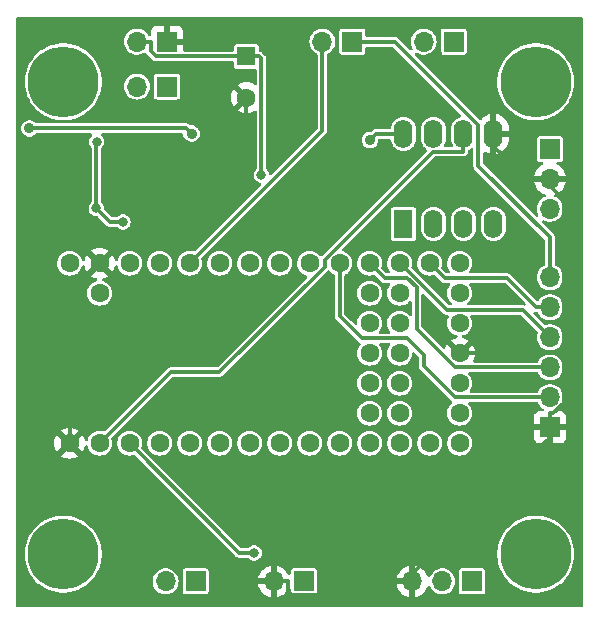
<source format=gbr>
%TF.GenerationSoftware,KiCad,Pcbnew,6.99.0-unknown-e4798199c6~148~ubuntu20.04.1*%
%TF.CreationDate,2022-06-12T18:05:56+02:00*%
%TF.ProjectId,MTRON_PCB,4d54524f-4e5f-4504-9342-2e6b69636164,rev?*%
%TF.SameCoordinates,Original*%
%TF.FileFunction,Copper,L2,Bot*%
%TF.FilePolarity,Positive*%
%FSLAX46Y46*%
G04 Gerber Fmt 4.6, Leading zero omitted, Abs format (unit mm)*
G04 Created by KiCad (PCBNEW 6.99.0-unknown-e4798199c6~148~ubuntu20.04.1) date 2022-06-12 18:05:56*
%MOMM*%
%LPD*%
G01*
G04 APERTURE LIST*
%TA.AperFunction,ComponentPad*%
%ADD10C,0.800000*%
%TD*%
%TA.AperFunction,ComponentPad*%
%ADD11C,6.000000*%
%TD*%
%TA.AperFunction,ComponentPad*%
%ADD12O,1.700000X1.700000*%
%TD*%
%TA.AperFunction,ComponentPad*%
%ADD13R,1.700000X1.700000*%
%TD*%
%TA.AperFunction,ComponentPad*%
%ADD14C,1.600000*%
%TD*%
%TA.AperFunction,ComponentPad*%
%ADD15R,1.600000X1.600000*%
%TD*%
%TA.AperFunction,ComponentPad*%
%ADD16O,1.600000X2.400000*%
%TD*%
%TA.AperFunction,ComponentPad*%
%ADD17R,1.600000X2.400000*%
%TD*%
%TA.AperFunction,ViaPad*%
%ADD18C,0.800000*%
%TD*%
%TA.AperFunction,ViaPad*%
%ADD19C,0.900000*%
%TD*%
%TA.AperFunction,Conductor*%
%ADD20C,0.340000*%
%TD*%
%TA.AperFunction,Conductor*%
%ADD21C,0.300000*%
%TD*%
G04 APERTURE END LIST*
D10*
%TO.P,H3,1,1*%
%TO.N,unconnected-(H3-Pad1)*%
X123250000Y-111000000D03*
X122590990Y-112590990D03*
X122590990Y-109409010D03*
X121000000Y-113250000D03*
D11*
X121000000Y-111000000D03*
D10*
X121000000Y-108750000D03*
X119409010Y-112590990D03*
X119409010Y-109409010D03*
X118750000Y-111000000D03*
%TD*%
%TO.P,H2,1,1*%
%TO.N,unconnected-(H2-Pad1)*%
X163250000Y-111000000D03*
X162590990Y-112590990D03*
X162590990Y-109409010D03*
X161000000Y-113250000D03*
D11*
X161000000Y-111000000D03*
D10*
X161000000Y-108750000D03*
X159409010Y-112590990D03*
X159409010Y-109409010D03*
X158750000Y-111000000D03*
%TD*%
%TO.P,H4,1,1*%
%TO.N,unconnected-(H4-Pad1)*%
X163250000Y-71000000D03*
X162590990Y-72590990D03*
X162590990Y-69409010D03*
X161000000Y-73250000D03*
D11*
X161000000Y-71000000D03*
D10*
X161000000Y-68750000D03*
X159409010Y-72590990D03*
X159409010Y-69409010D03*
X158750000Y-71000000D03*
%TD*%
%TO.P,H1,1,1*%
%TO.N,unconnected-(H1-Pad1)*%
X123250000Y-71000000D03*
X122590990Y-72590990D03*
X122590990Y-69409010D03*
X121000000Y-73250000D03*
D11*
X121000000Y-71000000D03*
D10*
X121000000Y-68750000D03*
X119409010Y-72590990D03*
X119409010Y-69409010D03*
X118750000Y-71000000D03*
%TD*%
D12*
%TO.P,J2,2,Pin_2*%
%TO.N,Net-(J2-Pin_2)*%
X127234999Y-67599999D03*
D13*
%TO.P,J2,1,Pin_1*%
%TO.N,GND*%
X129774999Y-67599999D03*
%TD*%
D12*
%TO.P,J7,3,Pin_3*%
%TO.N,Net-(J7-Pin_3)*%
X162199999Y-81754999D03*
%TO.P,J7,2,Pin_2*%
%TO.N,GND*%
X162199999Y-79214999D03*
D13*
%TO.P,J7,1,Pin_1*%
%TO.N,Net-(J7-Pin_1)*%
X162199999Y-76674999D03*
%TD*%
D14*
%TO.P,U1,44,33_MCLK2*%
%TO.N,unconnected-(U1-33_MCLK2)*%
X146940000Y-99060000D03*
%TO.P,U1,43,32_OUT1B*%
%TO.N,unconnected-(U1-32_OUT1B)*%
X149480000Y-99060000D03*
%TO.P,U1,42,31_CTX3*%
%TO.N,unconnected-(U1-31_CTX3)*%
X146940000Y-96520000D03*
%TO.P,U1,41,30_CRX3*%
%TO.N,unconnected-(U1-30_CRX3)*%
X149480000Y-96520000D03*
%TO.P,U1,40,29_TX7*%
%TO.N,unconnected-(U1-29_TX7)*%
X146940000Y-93980000D03*
%TO.P,U1,39,28_RX7*%
%TO.N,unconnected-(U1-28_RX7)*%
X149480000Y-93980000D03*
%TO.P,U1,38,27_A13_SCK1*%
%TO.N,unconnected-(U1-27_A13_SCK1)*%
X146940000Y-91440000D03*
%TO.P,U1,37,26_A12_MOSI1*%
%TO.N,unconnected-(U1-26_A12_MOSI1)*%
X149480000Y-91440000D03*
%TO.P,U1,36,25_A11_RX6_SDA2*%
%TO.N,unconnected-(U1-25_A11_RX6_SDA2)*%
X146940000Y-88900000D03*
%TO.P,U1,35,24_A10_TX6_SCL2*%
%TO.N,unconnected-(U1-24_A10_TX6_SCL2)*%
X149480000Y-88900000D03*
%TO.P,U1,34,VUSB*%
%TO.N,unconnected-(U1-VUSB)*%
X124080000Y-88900000D03*
%TO.P,U1,33,VIN*%
%TO.N,+5V*%
X121540000Y-86360000D03*
%TO.P,U1,32,GND*%
%TO.N,GND*%
X124080000Y-86360000D03*
%TO.P,U1,31,3V3*%
%TO.N,+3V3*%
X126620000Y-86360000D03*
%TO.P,U1,30,23_A9_CRX1_MCLK1*%
%TO.N,unconnected-(U1-23_A9_CRX1_MCLK1)*%
X129160000Y-86360000D03*
%TO.P,U1,29,22_A8_CTX1*%
%TO.N,Net-(J4-Pin_2)*%
X131700000Y-86360000D03*
%TO.P,U1,28,21_A7_RX5_BCLK1*%
%TO.N,unconnected-(U1-21_A7_RX5_BCLK1)*%
X134240000Y-86360000D03*
%TO.P,U1,27,20_A6_TX5_LRCLK1*%
%TO.N,unconnected-(U1-20_A6_TX5_LRCLK1)*%
X136780000Y-86360000D03*
%TO.P,U1,26,19_A5_SCL0*%
%TO.N,unconnected-(U1-19_A5_SCL0)*%
X139320000Y-86360000D03*
%TO.P,U1,25,18_A4_SDA0*%
%TO.N,unconnected-(U1-18_A4_SDA0)*%
X141860000Y-86360000D03*
%TO.P,U1,24,17_A3_TX4_SDA1*%
%TO.N,Net-(J5-Pin_2)*%
X144400000Y-86360000D03*
%TO.P,U1,23,16_A2_RX4_SCL1*%
%TO.N,Net-(J5-Pin_3)*%
X146940000Y-86360000D03*
%TO.P,U1,22,15_A1_RX3_SPDIF_IN*%
%TO.N,Net-(J5-Pin_4)*%
X149480000Y-86360000D03*
%TO.P,U1,21,14_A0_TX3_SPDIF_OUT*%
%TO.N,Net-(J5-Pin_5)*%
X152020000Y-86360000D03*
%TO.P,U1,20,13_SCK_CRX1_LED*%
%TO.N,unconnected-(U1-13_SCK_CRX1_LED)*%
X154560000Y-86360000D03*
%TO.P,U1,19,ON_OFF*%
%TO.N,unconnected-(U1-ON_OFF)*%
X154560000Y-88900000D03*
%TO.P,U1,18,PROGRAM*%
%TO.N,unconnected-(U1-PROGRAM)*%
X154560000Y-91440000D03*
%TO.P,U1,17,GND*%
%TO.N,GND*%
X154560000Y-93980000D03*
%TO.P,U1,16,3V3*%
%TO.N,+3V3*%
X154560000Y-96520000D03*
%TO.P,U1,15,VBAT*%
%TO.N,unconnected-(U1-VBAT)*%
X154560000Y-99060000D03*
%TO.P,U1,14,12_MISO_MQSL*%
%TO.N,unconnected-(U1-12_MISO_MQSL)*%
X154560000Y-101600000D03*
%TO.P,U1,13,11_MOSI_CTX1*%
%TO.N,unconnected-(U1-11_MOSI_CTX1)*%
X152020000Y-101600000D03*
%TO.P,U1,12,10_CS_MQSR*%
%TO.N,unconnected-(U1-10_CS_MQSR)*%
X149480000Y-101600000D03*
%TO.P,U1,11,9_OUT1C*%
%TO.N,unconnected-(U1-9_OUT1C)*%
X146940000Y-101600000D03*
%TO.P,U1,10,8_TX2_IN1*%
%TO.N,unconnected-(U1-8_TX2_IN1)*%
X144400000Y-101600000D03*
%TO.P,U1,9,7_RX2_OUT1A*%
%TO.N,unconnected-(U1-7_RX2_OUT1A)*%
X141860000Y-101600000D03*
%TO.P,U1,8,6_OUT1D*%
%TO.N,unconnected-(U1-6_OUT1D)*%
X139320000Y-101600000D03*
%TO.P,U1,7,5_IN2*%
%TO.N,Net-(J3-Pin_1)*%
X136780000Y-101600000D03*
%TO.P,U1,6,4_BCLK2*%
%TO.N,Net-(J3-Pin_2)*%
X134240000Y-101600000D03*
%TO.P,U1,5,3_LRCLK2*%
%TO.N,LD2*%
X131700000Y-101600000D03*
%TO.P,U1,4,2_OUT2*%
%TO.N,LD1*%
X129160000Y-101600000D03*
%TO.P,U1,3,1_TX1_CTX2_MISO1*%
%TO.N,Net-(U1-1_TX1_CTX2_MISO1)*%
X126620000Y-101600000D03*
%TO.P,U1,2,0_RX1_CRX2_CS1*%
%TO.N,Net-(U1-0_RX1_CRX2_CS1)*%
X124080000Y-101600000D03*
%TO.P,U1,1,GND*%
%TO.N,GND*%
X121540000Y-101600000D03*
%TD*%
D12*
%TO.P,J6,2,Pin_2*%
%TO.N,GND*%
X138816999Y-113299999D03*
D13*
%TO.P,J6,1,Pin_1*%
%TO.N,Net-(J6-Pin_1)*%
X141356999Y-113299999D03*
%TD*%
D12*
%TO.P,J5,6,Pin_6*%
%TO.N,+3V3*%
X162199999Y-87549999D03*
%TO.P,J5,5,Pin_5*%
%TO.N,Net-(J5-Pin_5)*%
X162199999Y-90089999D03*
%TO.P,J5,4,Pin_4*%
%TO.N,Net-(J5-Pin_4)*%
X162199999Y-92629999D03*
%TO.P,J5,3,Pin_3*%
%TO.N,Net-(J5-Pin_3)*%
X162199999Y-95169999D03*
%TO.P,J5,2,Pin_2*%
%TO.N,Net-(J5-Pin_2)*%
X162199999Y-97709999D03*
D13*
%TO.P,J5,1,Pin_1*%
%TO.N,GND*%
X162199999Y-100249999D03*
%TD*%
D12*
%TO.P,J3,2,Pin_2*%
%TO.N,Net-(J3-Pin_2)*%
X129659999Y-113299999D03*
D13*
%TO.P,J3,1,Pin_1*%
%TO.N,Net-(J3-Pin_1)*%
X132199999Y-113299999D03*
%TD*%
D12*
%TO.P,J1,2,Pin_2*%
%TO.N,Net-(J1-Pin_2)*%
X151511999Y-67599999D03*
D13*
%TO.P,J1,1,Pin_1*%
%TO.N,Net-(D1-A)*%
X154051999Y-67599999D03*
%TD*%
D12*
%TO.P,J4,2,Pin_2*%
%TO.N,Net-(J4-Pin_2)*%
X142934999Y-67599999D03*
D13*
%TO.P,J4,1,Pin_1*%
%TO.N,+3V3*%
X145474999Y-67599999D03*
%TD*%
D12*
%TO.P,J8,2,Pin_2*%
%TO.N,Net-(J8-Pin_2)*%
X127234999Y-71399999D03*
D13*
%TO.P,J8,1,Pin_1*%
%TO.N,Net-(J8-Pin_1)*%
X129774999Y-71399999D03*
%TD*%
D14*
%TO.P,C7,2*%
%TO.N,GND*%
X136500000Y-72347300D03*
D15*
%TO.P,C7,1*%
%TO.N,Net-(J2-Pin_2)*%
X136499999Y-68847299D03*
%TD*%
D12*
%TO.P,J9,3,Pin_3*%
%TO.N,GND*%
X150544999Y-113299999D03*
%TO.P,J9,2,Pin_2*%
%TO.N,Net-(J9-Pin_2)*%
X153084999Y-113299999D03*
D13*
%TO.P,J9,1,Pin_1*%
%TO.N,+5V*%
X155624999Y-113299999D03*
%TD*%
D16*
%TO.P,U2,8,VCC*%
%TO.N,+5V*%
X149799999Y-75404999D03*
%TO.P,U2,7,VO1*%
%TO.N,unconnected-(U2-VO1)*%
X152339999Y-75404999D03*
%TO.P,U2,6,VO2*%
%TO.N,Net-(U1-0_RX1_CRX2_CS1)*%
X154879999Y-75404999D03*
%TO.P,U2,5,GND*%
%TO.N,GND*%
X157419999Y-75404999D03*
%TO.P,U2,4,NC*%
%TO.N,unconnected-(U2-NC)*%
X157419999Y-83024999D03*
%TO.P,U2,3,C2*%
%TO.N,Net-(D1-A)*%
X154879999Y-83024999D03*
%TO.P,U2,2,C1*%
%TO.N,Net-(D1-K)*%
X152339999Y-83024999D03*
D17*
%TO.P,U2,1,NC*%
%TO.N,unconnected-(U2-NC)_1*%
X149799999Y-83024999D03*
%TD*%
D18*
%TO.N,GND*%
X147600000Y-83320000D03*
X149690000Y-77650000D03*
X125000000Y-114000000D03*
X156010000Y-92380000D03*
X144590000Y-103920000D03*
X158030000Y-86320000D03*
X141570000Y-91510000D03*
X145000000Y-93000000D03*
X145400000Y-74620000D03*
X138670000Y-88940000D03*
X119000000Y-104000000D03*
X146000000Y-112000000D03*
X136000000Y-105000000D03*
X121000000Y-97000000D03*
X118110000Y-77130000D03*
X161000000Y-106000000D03*
X158000000Y-100000000D03*
X121000000Y-106000000D03*
X130000000Y-84000000D03*
X129670000Y-88940000D03*
X148300000Y-71790000D03*
X126900000Y-104150000D03*
X138000000Y-98000000D03*
X157260000Y-68930000D03*
X136530000Y-67140000D03*
X157000000Y-110000000D03*
X152000000Y-99000000D03*
X125000000Y-98000000D03*
X145000000Y-109000000D03*
X125910000Y-76440000D03*
X118150000Y-79280000D03*
X145000000Y-99000000D03*
X147080000Y-68620000D03*
X152630000Y-68570000D03*
X134210000Y-69860000D03*
X133000000Y-83000000D03*
X143610000Y-81010000D03*
X151660000Y-80150000D03*
X137000000Y-84000000D03*
X136420000Y-88940000D03*
X148120000Y-103920000D03*
X163000000Y-104000000D03*
X158000000Y-102000000D03*
X118130000Y-81290000D03*
X123420000Y-67690000D03*
X140000000Y-98000000D03*
X152000000Y-91000000D03*
X143550000Y-77390000D03*
X160580000Y-66580000D03*
X158050000Y-78670000D03*
X118000000Y-99000000D03*
X120000000Y-106000000D03*
X134170000Y-88940000D03*
X158000000Y-89000000D03*
X118130000Y-83450000D03*
X121000000Y-95000000D03*
X154820000Y-79270000D03*
X126000000Y-114000000D03*
X131920000Y-88940000D03*
X130000000Y-98000000D03*
X120000000Y-104000000D03*
X131740000Y-74180000D03*
X118000000Y-100000000D03*
D19*
%TO.N,+5V*%
X146960000Y-75940000D03*
X131860000Y-75380000D03*
X118140000Y-74950000D03*
D18*
%TO.N,Net-(J2-Pin_2)*%
X137780000Y-78900000D03*
%TO.N,Net-(U1-1_TX1_CTX2_MISO1)*%
X137152559Y-110889505D03*
%TO.N,Net-(J8-Pin_1)*%
X123800000Y-81720000D03*
X123820000Y-76080000D03*
X126050000Y-82880000D03*
%TD*%
D20*
%TO.N,+5V*%
X131860000Y-75380000D02*
X131430000Y-74950000D01*
X131430000Y-74950000D02*
X118140000Y-74950000D01*
%TO.N,GND*%
X149959900Y-113300000D02*
X161839600Y-101420300D01*
X162492700Y-99079700D02*
X162200000Y-99079700D01*
X162200000Y-100250000D02*
X162200000Y-99079700D01*
X136500000Y-73940000D02*
X124080000Y-86360000D01*
X162697800Y-93980000D02*
X163370300Y-94652500D01*
X162697800Y-93980000D02*
X154560000Y-93980000D01*
X160225000Y-79215000D02*
X161614900Y-79215000D01*
X161839600Y-101420300D02*
X162200000Y-101420300D01*
X149959900Y-113300000D02*
X149374700Y-113300000D01*
X140353100Y-114470400D02*
X148204300Y-114470400D01*
X129430600Y-106260000D02*
X126200000Y-106260000D01*
X136500000Y-72347300D02*
X136500000Y-73940000D01*
X126200000Y-106260000D02*
X121540000Y-101600000D01*
X121000000Y-95000000D02*
X121540000Y-95540000D01*
X162200000Y-100250000D02*
X162200000Y-101420300D01*
X121540000Y-97540000D02*
X121540000Y-101600000D01*
X148204300Y-114470400D02*
X149374700Y-113300000D01*
X163370300Y-98202100D02*
X162492700Y-99079700D01*
X163370400Y-80970500D02*
X163370400Y-93307400D01*
X163370300Y-94652500D02*
X163370300Y-98202100D01*
X136470600Y-113300000D02*
X129430600Y-106260000D01*
X121000000Y-97000000D02*
X121540000Y-97540000D01*
X163370400Y-93307400D02*
X162697800Y-93980000D01*
X121540000Y-88900000D02*
X121540000Y-94460000D01*
X139987300Y-114104600D02*
X140353100Y-114470400D01*
X150545000Y-113300000D02*
X149959900Y-113300000D01*
X162200000Y-79215000D02*
X161614900Y-79215000D01*
X138817000Y-113300000D02*
X136470600Y-113300000D01*
X121540000Y-96460000D02*
X121000000Y-97000000D01*
X161614900Y-79215000D02*
X163370400Y-80970500D01*
X157420000Y-75405000D02*
X157420000Y-76410000D01*
X139987300Y-113300000D02*
X139987300Y-114104600D01*
X121540000Y-94460000D02*
X121000000Y-95000000D01*
X121540000Y-95540000D02*
X121540000Y-96460000D01*
X138817000Y-113300000D02*
X139987300Y-113300000D01*
X157420000Y-76410000D02*
X160225000Y-79215000D01*
X124080000Y-86360000D02*
X121540000Y-88900000D01*
D21*
%TO.N,Net-(U1-0_RX1_CRX2_CS1)*%
X134210700Y-95578900D02*
X130101100Y-95578900D01*
X143130000Y-86659600D02*
X134210700Y-95578900D01*
X154880000Y-76905300D02*
X152281800Y-76905300D01*
X152281800Y-76905300D02*
X143130000Y-86057100D01*
X130101100Y-95578900D02*
X124080000Y-101600000D01*
X143130000Y-86057100D02*
X143130000Y-86659600D01*
X154880000Y-75405000D02*
X154880000Y-76905300D01*
D20*
%TO.N,+3V3*%
X149063200Y-67600000D02*
X145475000Y-67600000D01*
X162200000Y-87550000D02*
X162200000Y-84175900D01*
X156141400Y-78117300D02*
X156141400Y-74678200D01*
X156141400Y-74678200D02*
X149063200Y-67600000D01*
X162200000Y-84175900D02*
X156141400Y-78117300D01*
%TO.N,+5V*%
X147495000Y-75405000D02*
X146960000Y-75940000D01*
X149800000Y-75405000D02*
X147495000Y-75405000D01*
D21*
%TO.N,Net-(J2-Pin_2)*%
X128819100Y-68847300D02*
X136500000Y-68847300D01*
X127235000Y-67600000D02*
X128385300Y-67600000D01*
X137780000Y-69027300D02*
X137780000Y-78900000D01*
X136500000Y-68847300D02*
X137600000Y-68847300D01*
X128385300Y-67600000D02*
X128385300Y-68413500D01*
X128385300Y-68413500D02*
X128819100Y-68847300D01*
X137600000Y-68847300D02*
X137780000Y-69027300D01*
%TO.N,unconnected-(H1-Pad1)*%
X122591000Y-72591000D02*
X121329500Y-72591000D01*
X121000000Y-72920500D02*
X121000000Y-73250000D01*
X121329500Y-71329500D02*
X121000000Y-71000000D01*
X121659000Y-69409000D02*
X121659000Y-70341000D01*
X121659000Y-70341000D02*
X121000000Y-71000000D01*
X119738500Y-72920500D02*
X119409000Y-72591000D01*
X121000000Y-72920500D02*
X119738500Y-72920500D01*
X121659000Y-69409000D02*
X121000000Y-68750000D01*
X121329500Y-72591000D02*
X121000000Y-72920500D01*
X122591000Y-69409000D02*
X121659000Y-69409000D01*
X121329500Y-72591000D02*
X121329500Y-71329500D01*
%TO.N,unconnected-(H2-Pad1)*%
X162591000Y-112591000D02*
X161932000Y-113250000D01*
X161932000Y-113250000D02*
X161000000Y-113250000D01*
X161000000Y-113250000D02*
X160068000Y-113250000D01*
X160068000Y-113250000D02*
X159409000Y-112591000D01*
%TO.N,unconnected-(H3-Pad1)*%
X121659000Y-109409000D02*
X121000000Y-108750000D01*
X121659000Y-109409000D02*
X121659000Y-110341000D01*
X121329500Y-112591000D02*
X121329500Y-111329500D01*
X121329500Y-111329500D02*
X121000000Y-111000000D01*
X121329500Y-112591000D02*
X121000000Y-112920500D01*
X121659000Y-110341000D02*
X121000000Y-111000000D01*
X122591000Y-112591000D02*
X121329500Y-112591000D01*
X121000000Y-112920500D02*
X119738500Y-112920500D01*
X119738500Y-112920500D02*
X119409000Y-112591000D01*
X121000000Y-112920500D02*
X121000000Y-113250000D01*
X122591000Y-109409000D02*
X121659000Y-109409000D01*
%TO.N,unconnected-(H4-Pad1)*%
X162591000Y-72591000D02*
X161329500Y-72591000D01*
X161329500Y-72591000D02*
X161000000Y-72920500D01*
X161329500Y-71329500D02*
X161000000Y-71000000D01*
X159738500Y-72920500D02*
X159409000Y-72591000D01*
X161000000Y-72920500D02*
X161000000Y-73250000D01*
X161000000Y-72920500D02*
X159738500Y-72920500D01*
X161659000Y-70341000D02*
X161000000Y-71000000D01*
X162591000Y-69409000D02*
X161659000Y-69409000D01*
X161659000Y-69409000D02*
X161000000Y-68750000D01*
X161329500Y-72591000D02*
X161329500Y-71329500D01*
X161659000Y-69409000D02*
X161659000Y-70341000D01*
%TO.N,Net-(J4-Pin_2)*%
X142935000Y-75125000D02*
X142935000Y-67600000D01*
X131700000Y-86360000D02*
X142935000Y-75125000D01*
%TO.N,Net-(J5-Pin_2)*%
X162200000Y-97710000D02*
X154136400Y-97710000D01*
X151520000Y-94130000D02*
X150110000Y-92720000D01*
X151520000Y-95093600D02*
X151520000Y-94130000D01*
X154136400Y-97710000D02*
X151520000Y-95093600D01*
X150110000Y-92720000D02*
X146280000Y-92720000D01*
X146280000Y-92720000D02*
X144400000Y-90840000D01*
X144400000Y-90840000D02*
X144400000Y-86360000D01*
%TO.N,Net-(J5-Pin_3)*%
X150909300Y-91895300D02*
X150909300Y-88409300D01*
X154184000Y-95170000D02*
X150909300Y-91895300D01*
X162200000Y-95170000D02*
X154184000Y-95170000D01*
X150130000Y-87630000D02*
X148210000Y-87630000D01*
X150909300Y-88409300D02*
X150130000Y-87630000D01*
X148210000Y-87630000D02*
X146940000Y-86360000D01*
%TO.N,Net-(J5-Pin_4)*%
X162200000Y-92630000D02*
X159899300Y-90329300D01*
X149495690Y-86360000D02*
X149480000Y-86360000D01*
X159899300Y-90329300D02*
X153464990Y-90329300D01*
X153464990Y-90329300D02*
X149495690Y-86360000D01*
%TO.N,Net-(J5-Pin_5)*%
X158589700Y-87630000D02*
X153290000Y-87630000D01*
X162200000Y-90090000D02*
X161049700Y-90090000D01*
X153290000Y-87630000D02*
X152020000Y-86360000D01*
X161049700Y-90090000D02*
X158589700Y-87630000D01*
%TO.N,Net-(U1-1_TX1_CTX2_MISO1)*%
X135909505Y-110889505D02*
X137152559Y-110889505D01*
X126620000Y-101600000D02*
X135909505Y-110889505D01*
%TO.N,Net-(J8-Pin_1)*%
X126050000Y-82880000D02*
X124960000Y-82880000D01*
X123800000Y-81720000D02*
X123800000Y-76100000D01*
X123800000Y-76100000D02*
X123820000Y-76080000D01*
X124960000Y-82880000D02*
X123800000Y-81720000D01*
%TD*%
%TA.AperFunction,Conductor*%
%TO.N,GND*%
G36*
X164942539Y-65520185D02*
G01*
X164988294Y-65572989D01*
X164999500Y-65624500D01*
X164999500Y-115375500D01*
X164979815Y-115442539D01*
X164927011Y-115488294D01*
X164875500Y-115499500D01*
X117124500Y-115499500D01*
X117057461Y-115479815D01*
X117011706Y-115427011D01*
X117000500Y-115375500D01*
X117000500Y-111000000D01*
X117744726Y-111000000D01*
X117763809Y-111351957D01*
X117764351Y-111355266D01*
X117764352Y-111355271D01*
X117776976Y-111432276D01*
X117820832Y-111699788D01*
X117821732Y-111703029D01*
X117898830Y-111980709D01*
X117915129Y-112039414D01*
X117984704Y-112214034D01*
X118035732Y-112342104D01*
X118045593Y-112366854D01*
X118210695Y-112678269D01*
X118212583Y-112681053D01*
X118212585Y-112681057D01*
X118321511Y-112841710D01*
X118408499Y-112970008D01*
X118410667Y-112972560D01*
X118410672Y-112972567D01*
X118470147Y-113042586D01*
X118636686Y-113238650D01*
X118892580Y-113481046D01*
X118895240Y-113483068D01*
X118992274Y-113556831D01*
X119173182Y-113694354D01*
X119176060Y-113696085D01*
X119176059Y-113696085D01*
X119472319Y-113874340D01*
X119472328Y-113874345D01*
X119475202Y-113876074D01*
X119478256Y-113877487D01*
X119478258Y-113877488D01*
X119792044Y-114022661D01*
X119792050Y-114022663D01*
X119795099Y-114024074D01*
X119798283Y-114025147D01*
X119798286Y-114025148D01*
X119855956Y-114044579D01*
X120129122Y-114136619D01*
X120132383Y-114137337D01*
X120132391Y-114137339D01*
X120470073Y-114211669D01*
X120470081Y-114211670D01*
X120473355Y-114212391D01*
X120476690Y-114212754D01*
X120476698Y-114212755D01*
X120820424Y-114250137D01*
X120820427Y-114250137D01*
X120823763Y-114250500D01*
X121176237Y-114250500D01*
X121179573Y-114250137D01*
X121179576Y-114250137D01*
X121523302Y-114212755D01*
X121523310Y-114212754D01*
X121526645Y-114212391D01*
X121529919Y-114211670D01*
X121529927Y-114211669D01*
X121867609Y-114137339D01*
X121867617Y-114137337D01*
X121870878Y-114136619D01*
X122144044Y-114044579D01*
X122201714Y-114025148D01*
X122201717Y-114025147D01*
X122204901Y-114024074D01*
X122207950Y-114022663D01*
X122207956Y-114022661D01*
X122521742Y-113877488D01*
X122521744Y-113877487D01*
X122524798Y-113876074D01*
X122527672Y-113874345D01*
X122527681Y-113874340D01*
X122823941Y-113696085D01*
X122823940Y-113696085D01*
X122826818Y-113694354D01*
X123007727Y-113556831D01*
X123104760Y-113483068D01*
X123107420Y-113481046D01*
X123298548Y-113300000D01*
X128554785Y-113300000D01*
X128555314Y-113305709D01*
X128571348Y-113478744D01*
X128573603Y-113503083D01*
X128629418Y-113699250D01*
X128720327Y-113881821D01*
X128843236Y-114044579D01*
X128993959Y-114181981D01*
X128998828Y-114184996D01*
X128998831Y-114184998D01*
X129100164Y-114247740D01*
X129167363Y-114289348D01*
X129172705Y-114291417D01*
X129172706Y-114291418D01*
X129352197Y-114360953D01*
X129352201Y-114360954D01*
X129357544Y-114363024D01*
X129363178Y-114364077D01*
X129363181Y-114364078D01*
X129552394Y-114399448D01*
X129552398Y-114399448D01*
X129558024Y-114400500D01*
X129761976Y-114400500D01*
X129767602Y-114399448D01*
X129767606Y-114399448D01*
X129956819Y-114364078D01*
X129956822Y-114364077D01*
X129962456Y-114363024D01*
X129967799Y-114360954D01*
X129967803Y-114360953D01*
X130147294Y-114291418D01*
X130147295Y-114291417D01*
X130152637Y-114289348D01*
X130219836Y-114247740D01*
X130321169Y-114184998D01*
X130321172Y-114184996D01*
X130326041Y-114181981D01*
X130334056Y-114174674D01*
X131099500Y-114174674D01*
X131100689Y-114180650D01*
X131100689Y-114180653D01*
X131106859Y-114211669D01*
X131114034Y-114247740D01*
X131169399Y-114330601D01*
X131252260Y-114385966D01*
X131286313Y-114392740D01*
X131319347Y-114399311D01*
X131319350Y-114399311D01*
X131325326Y-114400500D01*
X133074674Y-114400500D01*
X133080650Y-114399311D01*
X133080653Y-114399311D01*
X133113687Y-114392740D01*
X133147740Y-114385966D01*
X133230601Y-114330601D01*
X133285966Y-114247740D01*
X133293141Y-114211669D01*
X133299311Y-114180653D01*
X133299311Y-114180650D01*
X133300500Y-114174674D01*
X133300500Y-113566783D01*
X137483693Y-113566783D01*
X137526922Y-113737492D01*
X137530234Y-113747140D01*
X137616524Y-113943860D01*
X137621384Y-113952840D01*
X137738874Y-114132671D01*
X137745145Y-114140728D01*
X137890629Y-114298766D01*
X137898148Y-114305688D01*
X138067650Y-114437616D01*
X138076206Y-114443207D01*
X138265124Y-114545444D01*
X138274476Y-114549546D01*
X138477635Y-114619291D01*
X138487546Y-114621801D01*
X138545416Y-114631458D01*
X138558717Y-114629851D01*
X138562782Y-114616562D01*
X139071000Y-114616562D01*
X139074775Y-114629420D01*
X139089290Y-114631340D01*
X139146454Y-114621801D01*
X139156365Y-114619291D01*
X139359524Y-114549546D01*
X139368876Y-114545444D01*
X139557794Y-114443207D01*
X139566350Y-114437616D01*
X139735852Y-114305688D01*
X139743371Y-114298766D01*
X139888855Y-114140728D01*
X139895126Y-114132671D01*
X140012616Y-113952840D01*
X140017477Y-113943858D01*
X140018945Y-113940512D01*
X140019908Y-113939366D01*
X140019919Y-113939346D01*
X140019923Y-113939348D01*
X140063902Y-113887028D01*
X140130639Y-113866339D01*
X140197966Y-113885015D01*
X140244509Y-113937126D01*
X140256500Y-113990325D01*
X140256500Y-114174674D01*
X140257689Y-114180650D01*
X140257689Y-114180653D01*
X140263859Y-114211669D01*
X140271034Y-114247740D01*
X140326399Y-114330601D01*
X140409260Y-114385966D01*
X140443313Y-114392740D01*
X140476347Y-114399311D01*
X140476350Y-114399311D01*
X140482326Y-114400500D01*
X142231674Y-114400500D01*
X142237650Y-114399311D01*
X142237653Y-114399311D01*
X142270687Y-114392740D01*
X142304740Y-114385966D01*
X142387601Y-114330601D01*
X142442966Y-114247740D01*
X142450141Y-114211669D01*
X142456311Y-114180653D01*
X142456311Y-114180650D01*
X142457500Y-114174674D01*
X142457500Y-113566783D01*
X149211693Y-113566783D01*
X149254922Y-113737492D01*
X149258234Y-113747140D01*
X149344524Y-113943860D01*
X149349384Y-113952840D01*
X149466874Y-114132671D01*
X149473145Y-114140728D01*
X149618629Y-114298766D01*
X149626148Y-114305688D01*
X149795650Y-114437616D01*
X149804206Y-114443207D01*
X149993124Y-114545444D01*
X150002476Y-114549546D01*
X150205635Y-114619291D01*
X150215546Y-114621801D01*
X150273416Y-114631458D01*
X150286717Y-114629851D01*
X150290782Y-114616562D01*
X150799000Y-114616562D01*
X150802775Y-114629420D01*
X150817290Y-114631340D01*
X150874454Y-114621801D01*
X150884365Y-114619291D01*
X151087524Y-114549546D01*
X151096876Y-114545444D01*
X151285794Y-114443207D01*
X151294350Y-114437616D01*
X151463852Y-114305688D01*
X151471371Y-114298766D01*
X151616855Y-114140728D01*
X151623126Y-114132671D01*
X151740616Y-113952840D01*
X151745476Y-113943860D01*
X151831764Y-113747144D01*
X151836149Y-113734371D01*
X151876533Y-113677354D01*
X151941332Y-113651223D01*
X152009972Y-113664272D01*
X152060661Y-113712360D01*
X152064431Y-113719359D01*
X152145327Y-113881821D01*
X152268236Y-114044579D01*
X152418959Y-114181981D01*
X152423828Y-114184996D01*
X152423831Y-114184998D01*
X152525164Y-114247740D01*
X152592363Y-114289348D01*
X152597705Y-114291417D01*
X152597706Y-114291418D01*
X152777197Y-114360953D01*
X152777201Y-114360954D01*
X152782544Y-114363024D01*
X152788178Y-114364077D01*
X152788181Y-114364078D01*
X152977394Y-114399448D01*
X152977398Y-114399448D01*
X152983024Y-114400500D01*
X153186976Y-114400500D01*
X153192602Y-114399448D01*
X153192606Y-114399448D01*
X153381819Y-114364078D01*
X153381822Y-114364077D01*
X153387456Y-114363024D01*
X153392799Y-114360954D01*
X153392803Y-114360953D01*
X153572294Y-114291418D01*
X153572295Y-114291417D01*
X153577637Y-114289348D01*
X153644836Y-114247740D01*
X153746169Y-114184998D01*
X153746172Y-114184996D01*
X153751041Y-114181981D01*
X153759056Y-114174674D01*
X154524500Y-114174674D01*
X154525689Y-114180650D01*
X154525689Y-114180653D01*
X154531859Y-114211669D01*
X154539034Y-114247740D01*
X154594399Y-114330601D01*
X154677260Y-114385966D01*
X154711313Y-114392740D01*
X154744347Y-114399311D01*
X154744350Y-114399311D01*
X154750326Y-114400500D01*
X156499674Y-114400500D01*
X156505650Y-114399311D01*
X156505653Y-114399311D01*
X156538687Y-114392740D01*
X156572740Y-114385966D01*
X156655601Y-114330601D01*
X156710966Y-114247740D01*
X156718141Y-114211669D01*
X156724311Y-114180653D01*
X156724311Y-114180650D01*
X156725500Y-114174674D01*
X156725500Y-112425326D01*
X156723447Y-112415002D01*
X156713349Y-112364241D01*
X156710966Y-112352260D01*
X156655601Y-112269399D01*
X156572740Y-112214034D01*
X156538687Y-112207260D01*
X156505653Y-112200689D01*
X156505650Y-112200689D01*
X156499674Y-112199500D01*
X154750326Y-112199500D01*
X154744350Y-112200689D01*
X154744347Y-112200689D01*
X154711313Y-112207260D01*
X154677260Y-112214034D01*
X154594399Y-112269399D01*
X154539034Y-112352260D01*
X154536651Y-112364241D01*
X154526554Y-112415002D01*
X154524500Y-112425326D01*
X154524500Y-114174674D01*
X153759056Y-114174674D01*
X153901764Y-114044579D01*
X154024673Y-113881821D01*
X154115582Y-113699250D01*
X154171397Y-113503083D01*
X154173653Y-113478744D01*
X154189686Y-113305709D01*
X154190215Y-113300000D01*
X154171397Y-113096917D01*
X154115582Y-112900750D01*
X154024673Y-112718179D01*
X153901764Y-112555421D01*
X153751041Y-112418019D01*
X153746172Y-112415004D01*
X153746169Y-112415002D01*
X153582511Y-112313670D01*
X153577637Y-112310652D01*
X153572294Y-112308582D01*
X153392803Y-112239047D01*
X153392799Y-112239046D01*
X153387456Y-112236976D01*
X153381822Y-112235923D01*
X153381819Y-112235922D01*
X153192606Y-112200552D01*
X153192602Y-112200552D01*
X153186976Y-112199500D01*
X152983024Y-112199500D01*
X152977398Y-112200552D01*
X152977394Y-112200552D01*
X152788181Y-112235922D01*
X152788178Y-112235923D01*
X152782544Y-112236976D01*
X152777201Y-112239046D01*
X152777197Y-112239047D01*
X152597706Y-112308582D01*
X152592363Y-112310652D01*
X152587489Y-112313670D01*
X152423831Y-112415002D01*
X152423828Y-112415004D01*
X152418959Y-112418019D01*
X152268236Y-112555421D01*
X152145327Y-112718179D01*
X152078266Y-112852856D01*
X152064431Y-112880641D01*
X152016928Y-112931878D01*
X151949265Y-112949299D01*
X151882925Y-112927373D01*
X151838970Y-112873062D01*
X151836149Y-112865629D01*
X151831764Y-112852856D01*
X151745476Y-112656140D01*
X151740616Y-112647160D01*
X151623126Y-112467329D01*
X151616855Y-112459272D01*
X151471371Y-112301234D01*
X151463852Y-112294312D01*
X151294350Y-112162384D01*
X151285794Y-112156793D01*
X151096876Y-112054556D01*
X151087524Y-112050454D01*
X150884365Y-111980709D01*
X150874454Y-111978199D01*
X150816584Y-111968542D01*
X150803283Y-111970149D01*
X150799000Y-111984150D01*
X150799000Y-114616562D01*
X150290782Y-114616562D01*
X150291000Y-114615850D01*
X150291000Y-113571830D01*
X150286596Y-113556831D01*
X150285226Y-113555644D01*
X150277668Y-113554000D01*
X149226286Y-113554000D01*
X149212969Y-113557910D01*
X149211693Y-113566783D01*
X142457500Y-113566783D01*
X142457500Y-113028719D01*
X149212832Y-113028719D01*
X149213354Y-113042586D01*
X149221641Y-113046000D01*
X150273170Y-113046000D01*
X150288169Y-113041596D01*
X150289356Y-113040226D01*
X150291000Y-113032668D01*
X150291000Y-111983438D01*
X150287225Y-111970580D01*
X150272710Y-111968660D01*
X150215546Y-111978199D01*
X150205635Y-111980709D01*
X150002476Y-112050454D01*
X149993124Y-112054556D01*
X149804206Y-112156793D01*
X149795650Y-112162384D01*
X149626148Y-112294312D01*
X149618629Y-112301234D01*
X149473145Y-112459272D01*
X149466874Y-112467329D01*
X149349384Y-112647160D01*
X149344524Y-112656140D01*
X149258234Y-112852860D01*
X149254922Y-112862508D01*
X149212832Y-113028719D01*
X142457500Y-113028719D01*
X142457500Y-112425326D01*
X142455447Y-112415002D01*
X142445349Y-112364241D01*
X142442966Y-112352260D01*
X142387601Y-112269399D01*
X142304740Y-112214034D01*
X142270687Y-112207260D01*
X142237653Y-112200689D01*
X142237650Y-112200689D01*
X142231674Y-112199500D01*
X140482326Y-112199500D01*
X140476350Y-112200689D01*
X140476347Y-112200689D01*
X140443313Y-112207260D01*
X140409260Y-112214034D01*
X140326399Y-112269399D01*
X140271034Y-112352260D01*
X140268651Y-112364241D01*
X140258554Y-112415002D01*
X140256500Y-112425326D01*
X140256500Y-112609675D01*
X140236815Y-112676714D01*
X140184011Y-112722469D01*
X140114853Y-112732413D01*
X140051297Y-112703388D01*
X140018945Y-112659488D01*
X140017477Y-112656142D01*
X140012616Y-112647160D01*
X139895126Y-112467329D01*
X139888855Y-112459272D01*
X139743371Y-112301234D01*
X139735852Y-112294312D01*
X139566350Y-112162384D01*
X139557794Y-112156793D01*
X139368876Y-112054556D01*
X139359524Y-112050454D01*
X139156365Y-111980709D01*
X139146454Y-111978199D01*
X139088584Y-111968542D01*
X139075283Y-111970149D01*
X139071000Y-111984150D01*
X139071000Y-114616562D01*
X138562782Y-114616562D01*
X138563000Y-114615850D01*
X138563000Y-113571830D01*
X138558596Y-113556831D01*
X138557226Y-113555644D01*
X138549668Y-113554000D01*
X137498286Y-113554000D01*
X137484969Y-113557910D01*
X137483693Y-113566783D01*
X133300500Y-113566783D01*
X133300500Y-113028719D01*
X137484832Y-113028719D01*
X137485354Y-113042586D01*
X137493641Y-113046000D01*
X138545170Y-113046000D01*
X138560169Y-113041596D01*
X138561356Y-113040226D01*
X138563000Y-113032668D01*
X138563000Y-111983438D01*
X138559225Y-111970580D01*
X138544710Y-111968660D01*
X138487546Y-111978199D01*
X138477635Y-111980709D01*
X138274476Y-112050454D01*
X138265124Y-112054556D01*
X138076206Y-112156793D01*
X138067650Y-112162384D01*
X137898148Y-112294312D01*
X137890629Y-112301234D01*
X137745145Y-112459272D01*
X137738874Y-112467329D01*
X137621384Y-112647160D01*
X137616524Y-112656140D01*
X137530234Y-112852860D01*
X137526922Y-112862508D01*
X137484832Y-113028719D01*
X133300500Y-113028719D01*
X133300500Y-112425326D01*
X133298447Y-112415002D01*
X133288349Y-112364241D01*
X133285966Y-112352260D01*
X133230601Y-112269399D01*
X133147740Y-112214034D01*
X133113687Y-112207260D01*
X133080653Y-112200689D01*
X133080650Y-112200689D01*
X133074674Y-112199500D01*
X131325326Y-112199500D01*
X131319350Y-112200689D01*
X131319347Y-112200689D01*
X131286313Y-112207260D01*
X131252260Y-112214034D01*
X131169399Y-112269399D01*
X131114034Y-112352260D01*
X131111651Y-112364241D01*
X131101554Y-112415002D01*
X131099500Y-112425326D01*
X131099500Y-114174674D01*
X130334056Y-114174674D01*
X130476764Y-114044579D01*
X130599673Y-113881821D01*
X130690582Y-113699250D01*
X130746397Y-113503083D01*
X130748653Y-113478744D01*
X130764686Y-113305709D01*
X130765215Y-113300000D01*
X130746397Y-113096917D01*
X130690582Y-112900750D01*
X130599673Y-112718179D01*
X130476764Y-112555421D01*
X130326041Y-112418019D01*
X130321172Y-112415004D01*
X130321169Y-112415002D01*
X130157511Y-112313670D01*
X130152637Y-112310652D01*
X130147294Y-112308582D01*
X129967803Y-112239047D01*
X129967799Y-112239046D01*
X129962456Y-112236976D01*
X129956822Y-112235923D01*
X129956819Y-112235922D01*
X129767606Y-112200552D01*
X129767602Y-112200552D01*
X129761976Y-112199500D01*
X129558024Y-112199500D01*
X129552398Y-112200552D01*
X129552394Y-112200552D01*
X129363181Y-112235922D01*
X129363178Y-112235923D01*
X129357544Y-112236976D01*
X129352201Y-112239046D01*
X129352197Y-112239047D01*
X129172706Y-112308582D01*
X129167363Y-112310652D01*
X129162489Y-112313670D01*
X128998831Y-112415002D01*
X128998828Y-112415004D01*
X128993959Y-112418019D01*
X128843236Y-112555421D01*
X128720327Y-112718179D01*
X128629418Y-112900750D01*
X128573603Y-113096917D01*
X128554785Y-113300000D01*
X123298548Y-113300000D01*
X123363314Y-113238650D01*
X123529853Y-113042586D01*
X123589328Y-112972567D01*
X123589333Y-112972560D01*
X123591501Y-112970008D01*
X123678489Y-112841710D01*
X123787415Y-112681057D01*
X123787417Y-112681053D01*
X123789305Y-112678269D01*
X123954407Y-112366854D01*
X123964269Y-112342104D01*
X124015296Y-112214034D01*
X124084871Y-112039414D01*
X124101171Y-111980709D01*
X124178268Y-111703029D01*
X124179168Y-111699788D01*
X124223024Y-111432276D01*
X124235648Y-111355271D01*
X124235649Y-111355266D01*
X124236191Y-111351957D01*
X124255274Y-111000000D01*
X124236191Y-110648043D01*
X124227004Y-110592000D01*
X124179711Y-110303525D01*
X124179168Y-110300212D01*
X124084871Y-109960586D01*
X123954407Y-109633146D01*
X123789305Y-109321731D01*
X123591501Y-109029992D01*
X123589333Y-109027440D01*
X123589328Y-109027433D01*
X123477408Y-108895671D01*
X123363314Y-108761350D01*
X123107420Y-108518954D01*
X122826818Y-108305646D01*
X122807097Y-108293780D01*
X122527681Y-108125660D01*
X122527672Y-108125655D01*
X122524798Y-108123926D01*
X122521742Y-108122512D01*
X122207956Y-107977339D01*
X122207950Y-107977337D01*
X122204901Y-107975926D01*
X122201717Y-107974853D01*
X122201714Y-107974852D01*
X122055545Y-107925602D01*
X121870878Y-107863381D01*
X121867617Y-107862663D01*
X121867609Y-107862661D01*
X121529927Y-107788331D01*
X121529919Y-107788330D01*
X121526645Y-107787609D01*
X121523310Y-107787246D01*
X121523302Y-107787245D01*
X121179576Y-107749863D01*
X121179573Y-107749863D01*
X121176237Y-107749500D01*
X120823763Y-107749500D01*
X120820427Y-107749863D01*
X120820424Y-107749863D01*
X120476698Y-107787245D01*
X120476690Y-107787246D01*
X120473355Y-107787609D01*
X120470081Y-107788330D01*
X120470073Y-107788331D01*
X120132391Y-107862661D01*
X120132383Y-107862663D01*
X120129122Y-107863381D01*
X119944455Y-107925602D01*
X119798286Y-107974852D01*
X119798283Y-107974853D01*
X119795099Y-107975926D01*
X119792050Y-107977337D01*
X119792044Y-107977339D01*
X119478258Y-108122512D01*
X119475202Y-108123926D01*
X119472328Y-108125655D01*
X119472319Y-108125660D01*
X119192903Y-108293780D01*
X119173182Y-108305646D01*
X118892580Y-108518954D01*
X118636686Y-108761350D01*
X118522592Y-108895671D01*
X118410672Y-109027433D01*
X118410667Y-109027440D01*
X118408499Y-109029992D01*
X118210695Y-109321731D01*
X118045593Y-109633146D01*
X117915129Y-109960586D01*
X117820832Y-110300212D01*
X117820289Y-110303525D01*
X117772997Y-110592000D01*
X117763809Y-110648043D01*
X117744726Y-111000000D01*
X117000500Y-111000000D01*
X117000500Y-102686078D01*
X120818391Y-102686078D01*
X120827538Y-102697901D01*
X120879073Y-102733987D01*
X120888405Y-102739374D01*
X121086023Y-102831525D01*
X121096156Y-102835214D01*
X121306769Y-102891647D01*
X121317400Y-102893521D01*
X121534605Y-102912524D01*
X121545395Y-102912524D01*
X121762600Y-102893521D01*
X121773231Y-102891647D01*
X121983844Y-102835214D01*
X121993977Y-102831525D01*
X122191595Y-102739374D01*
X122200927Y-102733987D01*
X122253285Y-102697325D01*
X122261527Y-102687014D01*
X122254571Y-102673781D01*
X121552607Y-101971817D01*
X121538887Y-101964325D01*
X121537081Y-101964454D01*
X121530574Y-101968636D01*
X120824718Y-102674492D01*
X120818391Y-102686078D01*
X117000500Y-102686078D01*
X117000500Y-101605395D01*
X120227476Y-101605395D01*
X120246479Y-101822600D01*
X120248353Y-101833231D01*
X120304786Y-102043844D01*
X120308475Y-102053977D01*
X120400626Y-102251595D01*
X120406013Y-102260927D01*
X120442675Y-102313285D01*
X120452986Y-102321527D01*
X120466219Y-102314571D01*
X121168183Y-101612607D01*
X121174459Y-101601113D01*
X121904325Y-101601113D01*
X121904454Y-101602919D01*
X121908636Y-101609426D01*
X122614492Y-102315282D01*
X122626078Y-102321609D01*
X122637901Y-102312462D01*
X122673987Y-102260927D01*
X122679374Y-102251595D01*
X122771525Y-102053977D01*
X122775214Y-102043844D01*
X122823071Y-101865239D01*
X122859436Y-101805579D01*
X122922283Y-101775050D01*
X122991659Y-101783345D01*
X123045537Y-101827830D01*
X123061507Y-101861339D01*
X123094055Y-101968636D01*
X123104768Y-102003954D01*
X123107641Y-102009329D01*
X123199444Y-102181080D01*
X123199447Y-102181085D01*
X123202315Y-102186450D01*
X123333590Y-102346410D01*
X123493550Y-102477685D01*
X123498915Y-102480553D01*
X123498920Y-102480556D01*
X123670671Y-102572359D01*
X123676046Y-102575232D01*
X123681875Y-102577000D01*
X123681877Y-102577001D01*
X123775056Y-102605266D01*
X123874066Y-102635300D01*
X124080000Y-102655583D01*
X124285934Y-102635300D01*
X124384944Y-102605266D01*
X124478123Y-102577001D01*
X124478125Y-102577000D01*
X124483954Y-102575232D01*
X124489329Y-102572359D01*
X124661080Y-102480556D01*
X124661085Y-102480553D01*
X124666450Y-102477685D01*
X124826410Y-102346410D01*
X124957685Y-102186450D01*
X124960553Y-102181085D01*
X124960556Y-102181080D01*
X125052359Y-102009329D01*
X125055232Y-102003954D01*
X125065946Y-101968636D01*
X125098493Y-101861339D01*
X125115300Y-101805934D01*
X125135583Y-101600000D01*
X125564417Y-101600000D01*
X125584700Y-101805934D01*
X125601507Y-101861339D01*
X125634055Y-101968636D01*
X125644768Y-102003954D01*
X125647641Y-102009329D01*
X125739444Y-102181080D01*
X125739447Y-102181085D01*
X125742315Y-102186450D01*
X125873590Y-102346410D01*
X126033550Y-102477685D01*
X126038915Y-102480553D01*
X126038920Y-102480556D01*
X126210671Y-102572359D01*
X126216046Y-102575232D01*
X126221875Y-102577000D01*
X126221877Y-102577001D01*
X126315056Y-102605266D01*
X126414066Y-102635300D01*
X126620000Y-102655583D01*
X126825934Y-102635300D01*
X126956581Y-102595669D01*
X127026447Y-102595046D01*
X127080256Y-102626649D01*
X135648596Y-111194989D01*
X135648600Y-111194992D01*
X135671163Y-111217555D01*
X135690903Y-111227613D01*
X135707489Y-111237777D01*
X135725415Y-111250801D01*
X135737852Y-111254842D01*
X135746486Y-111257648D01*
X135764457Y-111265092D01*
X135775503Y-111270720D01*
X135775508Y-111270722D01*
X135784201Y-111275151D01*
X135806081Y-111278616D01*
X135825006Y-111283160D01*
X135846072Y-111290005D01*
X136577328Y-111290005D01*
X136644367Y-111309690D01*
X136661658Y-111324507D01*
X136662076Y-111324035D01*
X136697335Y-111355271D01*
X136780319Y-111428788D01*
X136920194Y-111502201D01*
X137073574Y-111540005D01*
X137231544Y-111540005D01*
X137384924Y-111502201D01*
X137524799Y-111428788D01*
X137607784Y-111355271D01*
X137637431Y-111329006D01*
X137637432Y-111329005D01*
X137643042Y-111324035D01*
X137732779Y-111194028D01*
X137788796Y-111046323D01*
X137794421Y-111000000D01*
X157744726Y-111000000D01*
X157763809Y-111351957D01*
X157764351Y-111355266D01*
X157764352Y-111355271D01*
X157776976Y-111432276D01*
X157820832Y-111699788D01*
X157821732Y-111703029D01*
X157898830Y-111980709D01*
X157915129Y-112039414D01*
X157984704Y-112214034D01*
X158035732Y-112342104D01*
X158045593Y-112366854D01*
X158210695Y-112678269D01*
X158212583Y-112681053D01*
X158212585Y-112681057D01*
X158321511Y-112841710D01*
X158408499Y-112970008D01*
X158410667Y-112972560D01*
X158410672Y-112972567D01*
X158470147Y-113042586D01*
X158636686Y-113238650D01*
X158892580Y-113481046D01*
X158895240Y-113483068D01*
X158992274Y-113556831D01*
X159173182Y-113694354D01*
X159176060Y-113696085D01*
X159176059Y-113696085D01*
X159472319Y-113874340D01*
X159472328Y-113874345D01*
X159475202Y-113876074D01*
X159478256Y-113877487D01*
X159478258Y-113877488D01*
X159792044Y-114022661D01*
X159792050Y-114022663D01*
X159795099Y-114024074D01*
X159798283Y-114025147D01*
X159798286Y-114025148D01*
X159855956Y-114044579D01*
X160129122Y-114136619D01*
X160132383Y-114137337D01*
X160132391Y-114137339D01*
X160470073Y-114211669D01*
X160470081Y-114211670D01*
X160473355Y-114212391D01*
X160476690Y-114212754D01*
X160476698Y-114212755D01*
X160820424Y-114250137D01*
X160820427Y-114250137D01*
X160823763Y-114250500D01*
X161176237Y-114250500D01*
X161179573Y-114250137D01*
X161179576Y-114250137D01*
X161523302Y-114212755D01*
X161523310Y-114212754D01*
X161526645Y-114212391D01*
X161529919Y-114211670D01*
X161529927Y-114211669D01*
X161867609Y-114137339D01*
X161867617Y-114137337D01*
X161870878Y-114136619D01*
X162144044Y-114044579D01*
X162201714Y-114025148D01*
X162201717Y-114025147D01*
X162204901Y-114024074D01*
X162207950Y-114022663D01*
X162207956Y-114022661D01*
X162521742Y-113877488D01*
X162521744Y-113877487D01*
X162524798Y-113876074D01*
X162527672Y-113874345D01*
X162527681Y-113874340D01*
X162823941Y-113696085D01*
X162823940Y-113696085D01*
X162826818Y-113694354D01*
X163007727Y-113556831D01*
X163104760Y-113483068D01*
X163107420Y-113481046D01*
X163363314Y-113238650D01*
X163529853Y-113042586D01*
X163589328Y-112972567D01*
X163589333Y-112972560D01*
X163591501Y-112970008D01*
X163678489Y-112841710D01*
X163787415Y-112681057D01*
X163787417Y-112681053D01*
X163789305Y-112678269D01*
X163954407Y-112366854D01*
X163964269Y-112342104D01*
X164015296Y-112214034D01*
X164084871Y-112039414D01*
X164101171Y-111980709D01*
X164178268Y-111703029D01*
X164179168Y-111699788D01*
X164223024Y-111432276D01*
X164235648Y-111355271D01*
X164235649Y-111355266D01*
X164236191Y-111351957D01*
X164255274Y-111000000D01*
X164236191Y-110648043D01*
X164227004Y-110592000D01*
X164179711Y-110303525D01*
X164179168Y-110300212D01*
X164084871Y-109960586D01*
X163954407Y-109633146D01*
X163789305Y-109321731D01*
X163591501Y-109029992D01*
X163589333Y-109027440D01*
X163589328Y-109027433D01*
X163477408Y-108895671D01*
X163363314Y-108761350D01*
X163107420Y-108518954D01*
X162826818Y-108305646D01*
X162807097Y-108293780D01*
X162527681Y-108125660D01*
X162527672Y-108125655D01*
X162524798Y-108123926D01*
X162521742Y-108122512D01*
X162207956Y-107977339D01*
X162207950Y-107977337D01*
X162204901Y-107975926D01*
X162201717Y-107974853D01*
X162201714Y-107974852D01*
X162055545Y-107925602D01*
X161870878Y-107863381D01*
X161867617Y-107862663D01*
X161867609Y-107862661D01*
X161529927Y-107788331D01*
X161529919Y-107788330D01*
X161526645Y-107787609D01*
X161523310Y-107787246D01*
X161523302Y-107787245D01*
X161179576Y-107749863D01*
X161179573Y-107749863D01*
X161176237Y-107749500D01*
X160823763Y-107749500D01*
X160820427Y-107749863D01*
X160820424Y-107749863D01*
X160476698Y-107787245D01*
X160476690Y-107787246D01*
X160473355Y-107787609D01*
X160470081Y-107788330D01*
X160470073Y-107788331D01*
X160132391Y-107862661D01*
X160132383Y-107862663D01*
X160129122Y-107863381D01*
X159944455Y-107925602D01*
X159798286Y-107974852D01*
X159798283Y-107974853D01*
X159795099Y-107975926D01*
X159792050Y-107977337D01*
X159792044Y-107977339D01*
X159478258Y-108122512D01*
X159475202Y-108123926D01*
X159472328Y-108125655D01*
X159472319Y-108125660D01*
X159192903Y-108293780D01*
X159173182Y-108305646D01*
X158892580Y-108518954D01*
X158636686Y-108761350D01*
X158522592Y-108895671D01*
X158410672Y-109027433D01*
X158410667Y-109027440D01*
X158408499Y-109029992D01*
X158210695Y-109321731D01*
X158045593Y-109633146D01*
X157915129Y-109960586D01*
X157820832Y-110300212D01*
X157820289Y-110303525D01*
X157772997Y-110592000D01*
X157763809Y-110648043D01*
X157744726Y-111000000D01*
X137794421Y-111000000D01*
X137807837Y-110889505D01*
X137788796Y-110732687D01*
X137732779Y-110584982D01*
X137643042Y-110454975D01*
X137524799Y-110350222D01*
X137384924Y-110276809D01*
X137231544Y-110239005D01*
X137073574Y-110239005D01*
X136920194Y-110276809D01*
X136780319Y-110350222D01*
X136662076Y-110454975D01*
X136660547Y-110453249D01*
X136610962Y-110484356D01*
X136577328Y-110489005D01*
X136126760Y-110489005D01*
X136059721Y-110469320D01*
X136039079Y-110452686D01*
X127646649Y-102060256D01*
X127613164Y-101998933D01*
X127615669Y-101936580D01*
X127647020Y-101833231D01*
X127655300Y-101805934D01*
X127675583Y-101600000D01*
X128104417Y-101600000D01*
X128124700Y-101805934D01*
X128141507Y-101861339D01*
X128174055Y-101968636D01*
X128184768Y-102003954D01*
X128187641Y-102009329D01*
X128279444Y-102181080D01*
X128279447Y-102181085D01*
X128282315Y-102186450D01*
X128413590Y-102346410D01*
X128573550Y-102477685D01*
X128578915Y-102480553D01*
X128578920Y-102480556D01*
X128750671Y-102572359D01*
X128756046Y-102575232D01*
X128761875Y-102577000D01*
X128761877Y-102577001D01*
X128855056Y-102605266D01*
X128954066Y-102635300D01*
X129160000Y-102655583D01*
X129365934Y-102635300D01*
X129464944Y-102605266D01*
X129558123Y-102577001D01*
X129558125Y-102577000D01*
X129563954Y-102575232D01*
X129569329Y-102572359D01*
X129741080Y-102480556D01*
X129741085Y-102480553D01*
X129746450Y-102477685D01*
X129906410Y-102346410D01*
X130037685Y-102186450D01*
X130040553Y-102181085D01*
X130040556Y-102181080D01*
X130132359Y-102009329D01*
X130135232Y-102003954D01*
X130145946Y-101968636D01*
X130178493Y-101861339D01*
X130195300Y-101805934D01*
X130215583Y-101600000D01*
X130644417Y-101600000D01*
X130664700Y-101805934D01*
X130681507Y-101861339D01*
X130714055Y-101968636D01*
X130724768Y-102003954D01*
X130727641Y-102009329D01*
X130819444Y-102181080D01*
X130819447Y-102181085D01*
X130822315Y-102186450D01*
X130953590Y-102346410D01*
X131113550Y-102477685D01*
X131118915Y-102480553D01*
X131118920Y-102480556D01*
X131290671Y-102572359D01*
X131296046Y-102575232D01*
X131301875Y-102577000D01*
X131301877Y-102577001D01*
X131395056Y-102605266D01*
X131494066Y-102635300D01*
X131700000Y-102655583D01*
X131905934Y-102635300D01*
X132004944Y-102605266D01*
X132098123Y-102577001D01*
X132098125Y-102577000D01*
X132103954Y-102575232D01*
X132109329Y-102572359D01*
X132281080Y-102480556D01*
X132281085Y-102480553D01*
X132286450Y-102477685D01*
X132446410Y-102346410D01*
X132577685Y-102186450D01*
X132580553Y-102181085D01*
X132580556Y-102181080D01*
X132672359Y-102009329D01*
X132675232Y-102003954D01*
X132685946Y-101968636D01*
X132718493Y-101861339D01*
X132735300Y-101805934D01*
X132755583Y-101600000D01*
X133184417Y-101600000D01*
X133204700Y-101805934D01*
X133221507Y-101861339D01*
X133254055Y-101968636D01*
X133264768Y-102003954D01*
X133267641Y-102009329D01*
X133359444Y-102181080D01*
X133359447Y-102181085D01*
X133362315Y-102186450D01*
X133493590Y-102346410D01*
X133653550Y-102477685D01*
X133658915Y-102480553D01*
X133658920Y-102480556D01*
X133830671Y-102572359D01*
X133836046Y-102575232D01*
X133841875Y-102577000D01*
X133841877Y-102577001D01*
X133935056Y-102605266D01*
X134034066Y-102635300D01*
X134240000Y-102655583D01*
X134445934Y-102635300D01*
X134544944Y-102605266D01*
X134638123Y-102577001D01*
X134638125Y-102577000D01*
X134643954Y-102575232D01*
X134649329Y-102572359D01*
X134821080Y-102480556D01*
X134821085Y-102480553D01*
X134826450Y-102477685D01*
X134986410Y-102346410D01*
X135117685Y-102186450D01*
X135120553Y-102181085D01*
X135120556Y-102181080D01*
X135212359Y-102009329D01*
X135215232Y-102003954D01*
X135225946Y-101968636D01*
X135258493Y-101861339D01*
X135275300Y-101805934D01*
X135295583Y-101600000D01*
X135724417Y-101600000D01*
X135744700Y-101805934D01*
X135761507Y-101861339D01*
X135794055Y-101968636D01*
X135804768Y-102003954D01*
X135807641Y-102009329D01*
X135899444Y-102181080D01*
X135899447Y-102181085D01*
X135902315Y-102186450D01*
X136033590Y-102346410D01*
X136193550Y-102477685D01*
X136198915Y-102480553D01*
X136198920Y-102480556D01*
X136370671Y-102572359D01*
X136376046Y-102575232D01*
X136381875Y-102577000D01*
X136381877Y-102577001D01*
X136475056Y-102605266D01*
X136574066Y-102635300D01*
X136780000Y-102655583D01*
X136985934Y-102635300D01*
X137084944Y-102605266D01*
X137178123Y-102577001D01*
X137178125Y-102577000D01*
X137183954Y-102575232D01*
X137189329Y-102572359D01*
X137361080Y-102480556D01*
X137361085Y-102480553D01*
X137366450Y-102477685D01*
X137526410Y-102346410D01*
X137657685Y-102186450D01*
X137660553Y-102181085D01*
X137660556Y-102181080D01*
X137752359Y-102009329D01*
X137755232Y-102003954D01*
X137765946Y-101968636D01*
X137798493Y-101861339D01*
X137815300Y-101805934D01*
X137835583Y-101600000D01*
X138264417Y-101600000D01*
X138284700Y-101805934D01*
X138301507Y-101861339D01*
X138334055Y-101968636D01*
X138344768Y-102003954D01*
X138347641Y-102009329D01*
X138439444Y-102181080D01*
X138439447Y-102181085D01*
X138442315Y-102186450D01*
X138573590Y-102346410D01*
X138733550Y-102477685D01*
X138738915Y-102480553D01*
X138738920Y-102480556D01*
X138910671Y-102572359D01*
X138916046Y-102575232D01*
X138921875Y-102577000D01*
X138921877Y-102577001D01*
X139015056Y-102605266D01*
X139114066Y-102635300D01*
X139320000Y-102655583D01*
X139525934Y-102635300D01*
X139624944Y-102605266D01*
X139718123Y-102577001D01*
X139718125Y-102577000D01*
X139723954Y-102575232D01*
X139729329Y-102572359D01*
X139901080Y-102480556D01*
X139901085Y-102480553D01*
X139906450Y-102477685D01*
X140066410Y-102346410D01*
X140197685Y-102186450D01*
X140200553Y-102181085D01*
X140200556Y-102181080D01*
X140292359Y-102009329D01*
X140295232Y-102003954D01*
X140305946Y-101968636D01*
X140338493Y-101861339D01*
X140355300Y-101805934D01*
X140375583Y-101600000D01*
X140804417Y-101600000D01*
X140824700Y-101805934D01*
X140841507Y-101861339D01*
X140874055Y-101968636D01*
X140884768Y-102003954D01*
X140887641Y-102009329D01*
X140979444Y-102181080D01*
X140979447Y-102181085D01*
X140982315Y-102186450D01*
X141113590Y-102346410D01*
X141273550Y-102477685D01*
X141278915Y-102480553D01*
X141278920Y-102480556D01*
X141450671Y-102572359D01*
X141456046Y-102575232D01*
X141461875Y-102577000D01*
X141461877Y-102577001D01*
X141555056Y-102605266D01*
X141654066Y-102635300D01*
X141860000Y-102655583D01*
X142065934Y-102635300D01*
X142164944Y-102605266D01*
X142258123Y-102577001D01*
X142258125Y-102577000D01*
X142263954Y-102575232D01*
X142269329Y-102572359D01*
X142441080Y-102480556D01*
X142441085Y-102480553D01*
X142446450Y-102477685D01*
X142606410Y-102346410D01*
X142737685Y-102186450D01*
X142740553Y-102181085D01*
X142740556Y-102181080D01*
X142832359Y-102009329D01*
X142835232Y-102003954D01*
X142845946Y-101968636D01*
X142878493Y-101861339D01*
X142895300Y-101805934D01*
X142915583Y-101600000D01*
X143344417Y-101600000D01*
X143364700Y-101805934D01*
X143381507Y-101861339D01*
X143414055Y-101968636D01*
X143424768Y-102003954D01*
X143427641Y-102009329D01*
X143519444Y-102181080D01*
X143519447Y-102181085D01*
X143522315Y-102186450D01*
X143653590Y-102346410D01*
X143813550Y-102477685D01*
X143818915Y-102480553D01*
X143818920Y-102480556D01*
X143990671Y-102572359D01*
X143996046Y-102575232D01*
X144001875Y-102577000D01*
X144001877Y-102577001D01*
X144095056Y-102605266D01*
X144194066Y-102635300D01*
X144400000Y-102655583D01*
X144605934Y-102635300D01*
X144704944Y-102605266D01*
X144798123Y-102577001D01*
X144798125Y-102577000D01*
X144803954Y-102575232D01*
X144809329Y-102572359D01*
X144981080Y-102480556D01*
X144981085Y-102480553D01*
X144986450Y-102477685D01*
X145146410Y-102346410D01*
X145277685Y-102186450D01*
X145280553Y-102181085D01*
X145280556Y-102181080D01*
X145372359Y-102009329D01*
X145375232Y-102003954D01*
X145385946Y-101968636D01*
X145418493Y-101861339D01*
X145435300Y-101805934D01*
X145455583Y-101600000D01*
X145884417Y-101600000D01*
X145904700Y-101805934D01*
X145921507Y-101861339D01*
X145954055Y-101968636D01*
X145964768Y-102003954D01*
X145967641Y-102009329D01*
X146059444Y-102181080D01*
X146059447Y-102181085D01*
X146062315Y-102186450D01*
X146193590Y-102346410D01*
X146353550Y-102477685D01*
X146358915Y-102480553D01*
X146358920Y-102480556D01*
X146530671Y-102572359D01*
X146536046Y-102575232D01*
X146541875Y-102577000D01*
X146541877Y-102577001D01*
X146635056Y-102605266D01*
X146734066Y-102635300D01*
X146940000Y-102655583D01*
X147145934Y-102635300D01*
X147244944Y-102605266D01*
X147338123Y-102577001D01*
X147338125Y-102577000D01*
X147343954Y-102575232D01*
X147349329Y-102572359D01*
X147521080Y-102480556D01*
X147521085Y-102480553D01*
X147526450Y-102477685D01*
X147686410Y-102346410D01*
X147817685Y-102186450D01*
X147820553Y-102181085D01*
X147820556Y-102181080D01*
X147912359Y-102009329D01*
X147915232Y-102003954D01*
X147925946Y-101968636D01*
X147958493Y-101861339D01*
X147975300Y-101805934D01*
X147995583Y-101600000D01*
X148424417Y-101600000D01*
X148444700Y-101805934D01*
X148461507Y-101861339D01*
X148494055Y-101968636D01*
X148504768Y-102003954D01*
X148507641Y-102009329D01*
X148599444Y-102181080D01*
X148599447Y-102181085D01*
X148602315Y-102186450D01*
X148733590Y-102346410D01*
X148893550Y-102477685D01*
X148898915Y-102480553D01*
X148898920Y-102480556D01*
X149070671Y-102572359D01*
X149076046Y-102575232D01*
X149081875Y-102577000D01*
X149081877Y-102577001D01*
X149175056Y-102605266D01*
X149274066Y-102635300D01*
X149480000Y-102655583D01*
X149685934Y-102635300D01*
X149784944Y-102605266D01*
X149878123Y-102577001D01*
X149878125Y-102577000D01*
X149883954Y-102575232D01*
X149889329Y-102572359D01*
X150061080Y-102480556D01*
X150061085Y-102480553D01*
X150066450Y-102477685D01*
X150226410Y-102346410D01*
X150357685Y-102186450D01*
X150360553Y-102181085D01*
X150360556Y-102181080D01*
X150452359Y-102009329D01*
X150455232Y-102003954D01*
X150465946Y-101968636D01*
X150498493Y-101861339D01*
X150515300Y-101805934D01*
X150535583Y-101600000D01*
X150964417Y-101600000D01*
X150984700Y-101805934D01*
X151001507Y-101861339D01*
X151034055Y-101968636D01*
X151044768Y-102003954D01*
X151047641Y-102009329D01*
X151139444Y-102181080D01*
X151139447Y-102181085D01*
X151142315Y-102186450D01*
X151273590Y-102346410D01*
X151433550Y-102477685D01*
X151438915Y-102480553D01*
X151438920Y-102480556D01*
X151610671Y-102572359D01*
X151616046Y-102575232D01*
X151621875Y-102577000D01*
X151621877Y-102577001D01*
X151715056Y-102605266D01*
X151814066Y-102635300D01*
X152020000Y-102655583D01*
X152225934Y-102635300D01*
X152324944Y-102605266D01*
X152418123Y-102577001D01*
X152418125Y-102577000D01*
X152423954Y-102575232D01*
X152429329Y-102572359D01*
X152601080Y-102480556D01*
X152601085Y-102480553D01*
X152606450Y-102477685D01*
X152766410Y-102346410D01*
X152897685Y-102186450D01*
X152900553Y-102181085D01*
X152900556Y-102181080D01*
X152992359Y-102009329D01*
X152995232Y-102003954D01*
X153005946Y-101968636D01*
X153038493Y-101861339D01*
X153055300Y-101805934D01*
X153075583Y-101600000D01*
X153504417Y-101600000D01*
X153524700Y-101805934D01*
X153541507Y-101861339D01*
X153574055Y-101968636D01*
X153584768Y-102003954D01*
X153587641Y-102009329D01*
X153679444Y-102181080D01*
X153679447Y-102181085D01*
X153682315Y-102186450D01*
X153813590Y-102346410D01*
X153973550Y-102477685D01*
X153978915Y-102480553D01*
X153978920Y-102480556D01*
X154150671Y-102572359D01*
X154156046Y-102575232D01*
X154161875Y-102577000D01*
X154161877Y-102577001D01*
X154255056Y-102605266D01*
X154354066Y-102635300D01*
X154560000Y-102655583D01*
X154765934Y-102635300D01*
X154864944Y-102605266D01*
X154958123Y-102577001D01*
X154958125Y-102577000D01*
X154963954Y-102575232D01*
X154969329Y-102572359D01*
X155141080Y-102480556D01*
X155141085Y-102480553D01*
X155146450Y-102477685D01*
X155306410Y-102346410D01*
X155437685Y-102186450D01*
X155440553Y-102181085D01*
X155440556Y-102181080D01*
X155532359Y-102009329D01*
X155535232Y-102003954D01*
X155545946Y-101968636D01*
X155578493Y-101861339D01*
X155595300Y-101805934D01*
X155615583Y-101600000D01*
X155595300Y-101394066D01*
X155565266Y-101295056D01*
X155537001Y-101201877D01*
X155537000Y-101201875D01*
X155535232Y-101196046D01*
X155508090Y-101145266D01*
X160842000Y-101145266D01*
X160842356Y-101151899D01*
X160847676Y-101201379D01*
X160851216Y-101216362D01*
X160896454Y-101337651D01*
X160904869Y-101353063D01*
X160981784Y-101455808D01*
X160994192Y-101468216D01*
X161096937Y-101545131D01*
X161112349Y-101553546D01*
X161233638Y-101598784D01*
X161248621Y-101602324D01*
X161298101Y-101607644D01*
X161304734Y-101608000D01*
X161928170Y-101608000D01*
X161943169Y-101603596D01*
X161944356Y-101602226D01*
X161946000Y-101594668D01*
X161946000Y-101590170D01*
X162454000Y-101590170D01*
X162458404Y-101605169D01*
X162459774Y-101606356D01*
X162467332Y-101608000D01*
X163095266Y-101608000D01*
X163101899Y-101607644D01*
X163151379Y-101602324D01*
X163166362Y-101598784D01*
X163287651Y-101553546D01*
X163303063Y-101545131D01*
X163405808Y-101468216D01*
X163418216Y-101455808D01*
X163495131Y-101353063D01*
X163503546Y-101337651D01*
X163548784Y-101216362D01*
X163552324Y-101201379D01*
X163557644Y-101151899D01*
X163558000Y-101145266D01*
X163558000Y-100521830D01*
X163553596Y-100506831D01*
X163552226Y-100505644D01*
X163544668Y-100504000D01*
X162471830Y-100504000D01*
X162456831Y-100508404D01*
X162455644Y-100509774D01*
X162454000Y-100517332D01*
X162454000Y-101590170D01*
X161946000Y-101590170D01*
X161946000Y-100521830D01*
X161941596Y-100506831D01*
X161940226Y-100505644D01*
X161932668Y-100504000D01*
X160859830Y-100504000D01*
X160844831Y-100508404D01*
X160843644Y-100509774D01*
X160842000Y-100517332D01*
X160842000Y-101145266D01*
X155508090Y-101145266D01*
X155505138Y-101139744D01*
X155440556Y-101018920D01*
X155440553Y-101018915D01*
X155437685Y-101013550D01*
X155306410Y-100853590D01*
X155146450Y-100722315D01*
X155141085Y-100719447D01*
X155141080Y-100719444D01*
X154969329Y-100627641D01*
X154963954Y-100624768D01*
X154958125Y-100623000D01*
X154958123Y-100622999D01*
X154864944Y-100594734D01*
X154765934Y-100564700D01*
X154560000Y-100544417D01*
X154354066Y-100564700D01*
X154255056Y-100594734D01*
X154161877Y-100622999D01*
X154161875Y-100623000D01*
X154156046Y-100624768D01*
X154150671Y-100627641D01*
X153978920Y-100719444D01*
X153978915Y-100719447D01*
X153973550Y-100722315D01*
X153813590Y-100853590D01*
X153682315Y-101013550D01*
X153679447Y-101018915D01*
X153679444Y-101018920D01*
X153614862Y-101139744D01*
X153584768Y-101196046D01*
X153583000Y-101201875D01*
X153582999Y-101201877D01*
X153554734Y-101295056D01*
X153524700Y-101394066D01*
X153504417Y-101600000D01*
X153075583Y-101600000D01*
X153055300Y-101394066D01*
X153025266Y-101295056D01*
X152997001Y-101201877D01*
X152997000Y-101201875D01*
X152995232Y-101196046D01*
X152965138Y-101139744D01*
X152900556Y-101018920D01*
X152900553Y-101018915D01*
X152897685Y-101013550D01*
X152766410Y-100853590D01*
X152606450Y-100722315D01*
X152601085Y-100719447D01*
X152601080Y-100719444D01*
X152429329Y-100627641D01*
X152423954Y-100624768D01*
X152418125Y-100623000D01*
X152418123Y-100622999D01*
X152324944Y-100594734D01*
X152225934Y-100564700D01*
X152020000Y-100544417D01*
X151814066Y-100564700D01*
X151715056Y-100594734D01*
X151621877Y-100622999D01*
X151621875Y-100623000D01*
X151616046Y-100624768D01*
X151610671Y-100627641D01*
X151438920Y-100719444D01*
X151438915Y-100719447D01*
X151433550Y-100722315D01*
X151273590Y-100853590D01*
X151142315Y-101013550D01*
X151139447Y-101018915D01*
X151139444Y-101018920D01*
X151074862Y-101139744D01*
X151044768Y-101196046D01*
X151043000Y-101201875D01*
X151042999Y-101201877D01*
X151014734Y-101295056D01*
X150984700Y-101394066D01*
X150964417Y-101600000D01*
X150535583Y-101600000D01*
X150515300Y-101394066D01*
X150485266Y-101295056D01*
X150457001Y-101201877D01*
X150457000Y-101201875D01*
X150455232Y-101196046D01*
X150425138Y-101139744D01*
X150360556Y-101018920D01*
X150360553Y-101018915D01*
X150357685Y-101013550D01*
X150226410Y-100853590D01*
X150066450Y-100722315D01*
X150061085Y-100719447D01*
X150061080Y-100719444D01*
X149889329Y-100627641D01*
X149883954Y-100624768D01*
X149878125Y-100623000D01*
X149878123Y-100622999D01*
X149784944Y-100594734D01*
X149685934Y-100564700D01*
X149480000Y-100544417D01*
X149274066Y-100564700D01*
X149175056Y-100594734D01*
X149081877Y-100622999D01*
X149081875Y-100623000D01*
X149076046Y-100624768D01*
X149070671Y-100627641D01*
X148898920Y-100719444D01*
X148898915Y-100719447D01*
X148893550Y-100722315D01*
X148733590Y-100853590D01*
X148602315Y-101013550D01*
X148599447Y-101018915D01*
X148599444Y-101018920D01*
X148534862Y-101139744D01*
X148504768Y-101196046D01*
X148503000Y-101201875D01*
X148502999Y-101201877D01*
X148474734Y-101295056D01*
X148444700Y-101394066D01*
X148424417Y-101600000D01*
X147995583Y-101600000D01*
X147975300Y-101394066D01*
X147945266Y-101295056D01*
X147917001Y-101201877D01*
X147917000Y-101201875D01*
X147915232Y-101196046D01*
X147885138Y-101139744D01*
X147820556Y-101018920D01*
X147820553Y-101018915D01*
X147817685Y-101013550D01*
X147686410Y-100853590D01*
X147526450Y-100722315D01*
X147521085Y-100719447D01*
X147521080Y-100719444D01*
X147349329Y-100627641D01*
X147343954Y-100624768D01*
X147338125Y-100623000D01*
X147338123Y-100622999D01*
X147244944Y-100594734D01*
X147145934Y-100564700D01*
X146940000Y-100544417D01*
X146734066Y-100564700D01*
X146635056Y-100594734D01*
X146541877Y-100622999D01*
X146541875Y-100623000D01*
X146536046Y-100624768D01*
X146530671Y-100627641D01*
X146358920Y-100719444D01*
X146358915Y-100719447D01*
X146353550Y-100722315D01*
X146193590Y-100853590D01*
X146062315Y-101013550D01*
X146059447Y-101018915D01*
X146059444Y-101018920D01*
X145994862Y-101139744D01*
X145964768Y-101196046D01*
X145963000Y-101201875D01*
X145962999Y-101201877D01*
X145934734Y-101295056D01*
X145904700Y-101394066D01*
X145884417Y-101600000D01*
X145455583Y-101600000D01*
X145435300Y-101394066D01*
X145405266Y-101295056D01*
X145377001Y-101201877D01*
X145377000Y-101201875D01*
X145375232Y-101196046D01*
X145345138Y-101139744D01*
X145280556Y-101018920D01*
X145280553Y-101018915D01*
X145277685Y-101013550D01*
X145146410Y-100853590D01*
X144986450Y-100722315D01*
X144981085Y-100719447D01*
X144981080Y-100719444D01*
X144809329Y-100627641D01*
X144803954Y-100624768D01*
X144798125Y-100623000D01*
X144798123Y-100622999D01*
X144704944Y-100594734D01*
X144605934Y-100564700D01*
X144400000Y-100544417D01*
X144194066Y-100564700D01*
X144095056Y-100594734D01*
X144001877Y-100622999D01*
X144001875Y-100623000D01*
X143996046Y-100624768D01*
X143990671Y-100627641D01*
X143818920Y-100719444D01*
X143818915Y-100719447D01*
X143813550Y-100722315D01*
X143653590Y-100853590D01*
X143522315Y-101013550D01*
X143519447Y-101018915D01*
X143519444Y-101018920D01*
X143454862Y-101139744D01*
X143424768Y-101196046D01*
X143423000Y-101201875D01*
X143422999Y-101201877D01*
X143394734Y-101295056D01*
X143364700Y-101394066D01*
X143344417Y-101600000D01*
X142915583Y-101600000D01*
X142895300Y-101394066D01*
X142865266Y-101295056D01*
X142837001Y-101201877D01*
X142837000Y-101201875D01*
X142835232Y-101196046D01*
X142805138Y-101139744D01*
X142740556Y-101018920D01*
X142740553Y-101018915D01*
X142737685Y-101013550D01*
X142606410Y-100853590D01*
X142446450Y-100722315D01*
X142441085Y-100719447D01*
X142441080Y-100719444D01*
X142269329Y-100627641D01*
X142263954Y-100624768D01*
X142258125Y-100623000D01*
X142258123Y-100622999D01*
X142164944Y-100594734D01*
X142065934Y-100564700D01*
X141860000Y-100544417D01*
X141654066Y-100564700D01*
X141555056Y-100594734D01*
X141461877Y-100622999D01*
X141461875Y-100623000D01*
X141456046Y-100624768D01*
X141450671Y-100627641D01*
X141278920Y-100719444D01*
X141278915Y-100719447D01*
X141273550Y-100722315D01*
X141113590Y-100853590D01*
X140982315Y-101013550D01*
X140979447Y-101018915D01*
X140979444Y-101018920D01*
X140914862Y-101139744D01*
X140884768Y-101196046D01*
X140883000Y-101201875D01*
X140882999Y-101201877D01*
X140854734Y-101295056D01*
X140824700Y-101394066D01*
X140804417Y-101600000D01*
X140375583Y-101600000D01*
X140355300Y-101394066D01*
X140325266Y-101295056D01*
X140297001Y-101201877D01*
X140297000Y-101201875D01*
X140295232Y-101196046D01*
X140265138Y-101139744D01*
X140200556Y-101018920D01*
X140200553Y-101018915D01*
X140197685Y-101013550D01*
X140066410Y-100853590D01*
X139906450Y-100722315D01*
X139901085Y-100719447D01*
X139901080Y-100719444D01*
X139729329Y-100627641D01*
X139723954Y-100624768D01*
X139718125Y-100623000D01*
X139718123Y-100622999D01*
X139624944Y-100594734D01*
X139525934Y-100564700D01*
X139320000Y-100544417D01*
X139114066Y-100564700D01*
X139015056Y-100594734D01*
X138921877Y-100622999D01*
X138921875Y-100623000D01*
X138916046Y-100624768D01*
X138910671Y-100627641D01*
X138738920Y-100719444D01*
X138738915Y-100719447D01*
X138733550Y-100722315D01*
X138573590Y-100853590D01*
X138442315Y-101013550D01*
X138439447Y-101018915D01*
X138439444Y-101018920D01*
X138374862Y-101139744D01*
X138344768Y-101196046D01*
X138343000Y-101201875D01*
X138342999Y-101201877D01*
X138314734Y-101295056D01*
X138284700Y-101394066D01*
X138264417Y-101600000D01*
X137835583Y-101600000D01*
X137815300Y-101394066D01*
X137785266Y-101295056D01*
X137757001Y-101201877D01*
X137757000Y-101201875D01*
X137755232Y-101196046D01*
X137725138Y-101139744D01*
X137660556Y-101018920D01*
X137660553Y-101018915D01*
X137657685Y-101013550D01*
X137526410Y-100853590D01*
X137366450Y-100722315D01*
X137361085Y-100719447D01*
X137361080Y-100719444D01*
X137189329Y-100627641D01*
X137183954Y-100624768D01*
X137178125Y-100623000D01*
X137178123Y-100622999D01*
X137084944Y-100594734D01*
X136985934Y-100564700D01*
X136780000Y-100544417D01*
X136574066Y-100564700D01*
X136475056Y-100594734D01*
X136381877Y-100622999D01*
X136381875Y-100623000D01*
X136376046Y-100624768D01*
X136370671Y-100627641D01*
X136198920Y-100719444D01*
X136198915Y-100719447D01*
X136193550Y-100722315D01*
X136033590Y-100853590D01*
X135902315Y-101013550D01*
X135899447Y-101018915D01*
X135899444Y-101018920D01*
X135834862Y-101139744D01*
X135804768Y-101196046D01*
X135803000Y-101201875D01*
X135802999Y-101201877D01*
X135774734Y-101295056D01*
X135744700Y-101394066D01*
X135724417Y-101600000D01*
X135295583Y-101600000D01*
X135275300Y-101394066D01*
X135245266Y-101295056D01*
X135217001Y-101201877D01*
X135217000Y-101201875D01*
X135215232Y-101196046D01*
X135185138Y-101139744D01*
X135120556Y-101018920D01*
X135120553Y-101018915D01*
X135117685Y-101013550D01*
X134986410Y-100853590D01*
X134826450Y-100722315D01*
X134821085Y-100719447D01*
X134821080Y-100719444D01*
X134649329Y-100627641D01*
X134643954Y-100624768D01*
X134638125Y-100623000D01*
X134638123Y-100622999D01*
X134544944Y-100594734D01*
X134445934Y-100564700D01*
X134240000Y-100544417D01*
X134034066Y-100564700D01*
X133935056Y-100594734D01*
X133841877Y-100622999D01*
X133841875Y-100623000D01*
X133836046Y-100624768D01*
X133830671Y-100627641D01*
X133658920Y-100719444D01*
X133658915Y-100719447D01*
X133653550Y-100722315D01*
X133493590Y-100853590D01*
X133362315Y-101013550D01*
X133359447Y-101018915D01*
X133359444Y-101018920D01*
X133294862Y-101139744D01*
X133264768Y-101196046D01*
X133263000Y-101201875D01*
X133262999Y-101201877D01*
X133234734Y-101295056D01*
X133204700Y-101394066D01*
X133184417Y-101600000D01*
X132755583Y-101600000D01*
X132735300Y-101394066D01*
X132705266Y-101295056D01*
X132677001Y-101201877D01*
X132677000Y-101201875D01*
X132675232Y-101196046D01*
X132645138Y-101139744D01*
X132580556Y-101018920D01*
X132580553Y-101018915D01*
X132577685Y-101013550D01*
X132446410Y-100853590D01*
X132286450Y-100722315D01*
X132281085Y-100719447D01*
X132281080Y-100719444D01*
X132109329Y-100627641D01*
X132103954Y-100624768D01*
X132098125Y-100623000D01*
X132098123Y-100622999D01*
X132004944Y-100594734D01*
X131905934Y-100564700D01*
X131700000Y-100544417D01*
X131494066Y-100564700D01*
X131395056Y-100594734D01*
X131301877Y-100622999D01*
X131301875Y-100623000D01*
X131296046Y-100624768D01*
X131290671Y-100627641D01*
X131118920Y-100719444D01*
X131118915Y-100719447D01*
X131113550Y-100722315D01*
X130953590Y-100853590D01*
X130822315Y-101013550D01*
X130819447Y-101018915D01*
X130819444Y-101018920D01*
X130754862Y-101139744D01*
X130724768Y-101196046D01*
X130723000Y-101201875D01*
X130722999Y-101201877D01*
X130694734Y-101295056D01*
X130664700Y-101394066D01*
X130644417Y-101600000D01*
X130215583Y-101600000D01*
X130195300Y-101394066D01*
X130165266Y-101295056D01*
X130137001Y-101201877D01*
X130137000Y-101201875D01*
X130135232Y-101196046D01*
X130105138Y-101139744D01*
X130040556Y-101018920D01*
X130040553Y-101018915D01*
X130037685Y-101013550D01*
X129906410Y-100853590D01*
X129746450Y-100722315D01*
X129741085Y-100719447D01*
X129741080Y-100719444D01*
X129569329Y-100627641D01*
X129563954Y-100624768D01*
X129558125Y-100623000D01*
X129558123Y-100622999D01*
X129464944Y-100594734D01*
X129365934Y-100564700D01*
X129160000Y-100544417D01*
X128954066Y-100564700D01*
X128855056Y-100594734D01*
X128761877Y-100622999D01*
X128761875Y-100623000D01*
X128756046Y-100624768D01*
X128750671Y-100627641D01*
X128578920Y-100719444D01*
X128578915Y-100719447D01*
X128573550Y-100722315D01*
X128413590Y-100853590D01*
X128282315Y-101013550D01*
X128279447Y-101018915D01*
X128279444Y-101018920D01*
X128214862Y-101139744D01*
X128184768Y-101196046D01*
X128183000Y-101201875D01*
X128182999Y-101201877D01*
X128154734Y-101295056D01*
X128124700Y-101394066D01*
X128104417Y-101600000D01*
X127675583Y-101600000D01*
X127655300Y-101394066D01*
X127625266Y-101295056D01*
X127597001Y-101201877D01*
X127597000Y-101201875D01*
X127595232Y-101196046D01*
X127565138Y-101139744D01*
X127500556Y-101018920D01*
X127500553Y-101018915D01*
X127497685Y-101013550D01*
X127366410Y-100853590D01*
X127206450Y-100722315D01*
X127201085Y-100719447D01*
X127201080Y-100719444D01*
X127029329Y-100627641D01*
X127023954Y-100624768D01*
X127018125Y-100623000D01*
X127018123Y-100622999D01*
X126924944Y-100594734D01*
X126825934Y-100564700D01*
X126620000Y-100544417D01*
X126414066Y-100564700D01*
X126315056Y-100594734D01*
X126221877Y-100622999D01*
X126221875Y-100623000D01*
X126216046Y-100624768D01*
X126210671Y-100627641D01*
X126038920Y-100719444D01*
X126038915Y-100719447D01*
X126033550Y-100722315D01*
X125873590Y-100853590D01*
X125742315Y-101013550D01*
X125739447Y-101018915D01*
X125739444Y-101018920D01*
X125674862Y-101139744D01*
X125644768Y-101196046D01*
X125643000Y-101201875D01*
X125642999Y-101201877D01*
X125614734Y-101295056D01*
X125584700Y-101394066D01*
X125564417Y-101600000D01*
X125135583Y-101600000D01*
X125115300Y-101394066D01*
X125075669Y-101263419D01*
X125075046Y-101193553D01*
X125106649Y-101139744D01*
X127186393Y-99060000D01*
X145884417Y-99060000D01*
X145904700Y-99265934D01*
X145964768Y-99463954D01*
X145967641Y-99469329D01*
X146059444Y-99641080D01*
X146059447Y-99641085D01*
X146062315Y-99646450D01*
X146193590Y-99806410D01*
X146353550Y-99937685D01*
X146358915Y-99940553D01*
X146358920Y-99940556D01*
X146530671Y-100032359D01*
X146536046Y-100035232D01*
X146541875Y-100037000D01*
X146541877Y-100037001D01*
X146635056Y-100065266D01*
X146734066Y-100095300D01*
X146940000Y-100115583D01*
X147145934Y-100095300D01*
X147244944Y-100065266D01*
X147338123Y-100037001D01*
X147338125Y-100037000D01*
X147343954Y-100035232D01*
X147349329Y-100032359D01*
X147521080Y-99940556D01*
X147521085Y-99940553D01*
X147526450Y-99937685D01*
X147686410Y-99806410D01*
X147817685Y-99646450D01*
X147820553Y-99641085D01*
X147820556Y-99641080D01*
X147912359Y-99469329D01*
X147915232Y-99463954D01*
X147975300Y-99265934D01*
X147995583Y-99060000D01*
X148424417Y-99060000D01*
X148444700Y-99265934D01*
X148504768Y-99463954D01*
X148507641Y-99469329D01*
X148599444Y-99641080D01*
X148599447Y-99641085D01*
X148602315Y-99646450D01*
X148733590Y-99806410D01*
X148893550Y-99937685D01*
X148898915Y-99940553D01*
X148898920Y-99940556D01*
X149070671Y-100032359D01*
X149076046Y-100035232D01*
X149081875Y-100037000D01*
X149081877Y-100037001D01*
X149175056Y-100065266D01*
X149274066Y-100095300D01*
X149480000Y-100115583D01*
X149685934Y-100095300D01*
X149784944Y-100065266D01*
X149878123Y-100037001D01*
X149878125Y-100037000D01*
X149883954Y-100035232D01*
X149889329Y-100032359D01*
X150061080Y-99940556D01*
X150061085Y-99940553D01*
X150066450Y-99937685D01*
X150226410Y-99806410D01*
X150357685Y-99646450D01*
X150360553Y-99641085D01*
X150360556Y-99641080D01*
X150452359Y-99469329D01*
X150455232Y-99463954D01*
X150515300Y-99265934D01*
X150535583Y-99060000D01*
X150515300Y-98854066D01*
X150455232Y-98656046D01*
X150418925Y-98588121D01*
X150360556Y-98478920D01*
X150360553Y-98478915D01*
X150357685Y-98473550D01*
X150226410Y-98313590D01*
X150162156Y-98260858D01*
X150071157Y-98186178D01*
X150071158Y-98186178D01*
X150066450Y-98182315D01*
X150061085Y-98179447D01*
X150061080Y-98179444D01*
X149889329Y-98087641D01*
X149883954Y-98084768D01*
X149878125Y-98083000D01*
X149878123Y-98082999D01*
X149777705Y-98052538D01*
X149685934Y-98024700D01*
X149480000Y-98004417D01*
X149274066Y-98024700D01*
X149182295Y-98052538D01*
X149081877Y-98082999D01*
X149081875Y-98083000D01*
X149076046Y-98084768D01*
X149070671Y-98087641D01*
X148898920Y-98179444D01*
X148898915Y-98179447D01*
X148893550Y-98182315D01*
X148888842Y-98186178D01*
X148888843Y-98186178D01*
X148797845Y-98260858D01*
X148733590Y-98313590D01*
X148602315Y-98473550D01*
X148599447Y-98478915D01*
X148599444Y-98478920D01*
X148541075Y-98588121D01*
X148504768Y-98656046D01*
X148444700Y-98854066D01*
X148424417Y-99060000D01*
X147995583Y-99060000D01*
X147975300Y-98854066D01*
X147915232Y-98656046D01*
X147878925Y-98588121D01*
X147820556Y-98478920D01*
X147820553Y-98478915D01*
X147817685Y-98473550D01*
X147686410Y-98313590D01*
X147622156Y-98260858D01*
X147531157Y-98186178D01*
X147531158Y-98186178D01*
X147526450Y-98182315D01*
X147521085Y-98179447D01*
X147521080Y-98179444D01*
X147349329Y-98087641D01*
X147343954Y-98084768D01*
X147338125Y-98083000D01*
X147338123Y-98082999D01*
X147237705Y-98052538D01*
X147145934Y-98024700D01*
X146940000Y-98004417D01*
X146734066Y-98024700D01*
X146642295Y-98052538D01*
X146541877Y-98082999D01*
X146541875Y-98083000D01*
X146536046Y-98084768D01*
X146530671Y-98087641D01*
X146358920Y-98179444D01*
X146358915Y-98179447D01*
X146353550Y-98182315D01*
X146348842Y-98186178D01*
X146348843Y-98186178D01*
X146257845Y-98260858D01*
X146193590Y-98313590D01*
X146062315Y-98473550D01*
X146059447Y-98478915D01*
X146059444Y-98478920D01*
X146001075Y-98588121D01*
X145964768Y-98656046D01*
X145904700Y-98854066D01*
X145884417Y-99060000D01*
X127186393Y-99060000D01*
X129726392Y-96520000D01*
X145884417Y-96520000D01*
X145904700Y-96725934D01*
X145964768Y-96923954D01*
X145967641Y-96929329D01*
X146059444Y-97101080D01*
X146059447Y-97101085D01*
X146062315Y-97106450D01*
X146193590Y-97266410D01*
X146198297Y-97270273D01*
X146273570Y-97332048D01*
X146353550Y-97397685D01*
X146358915Y-97400553D01*
X146358920Y-97400556D01*
X146530671Y-97492359D01*
X146536046Y-97495232D01*
X146541875Y-97497000D01*
X146541877Y-97497001D01*
X146635056Y-97525266D01*
X146734066Y-97555300D01*
X146940000Y-97575583D01*
X147145934Y-97555300D01*
X147244944Y-97525266D01*
X147338123Y-97497001D01*
X147338125Y-97497000D01*
X147343954Y-97495232D01*
X147349329Y-97492359D01*
X147521080Y-97400556D01*
X147521085Y-97400553D01*
X147526450Y-97397685D01*
X147606430Y-97332048D01*
X147681703Y-97270273D01*
X147686410Y-97266410D01*
X147817685Y-97106450D01*
X147820553Y-97101085D01*
X147820556Y-97101080D01*
X147912359Y-96929329D01*
X147915232Y-96923954D01*
X147975300Y-96725934D01*
X147995583Y-96520000D01*
X148424417Y-96520000D01*
X148444700Y-96725934D01*
X148504768Y-96923954D01*
X148507641Y-96929329D01*
X148599444Y-97101080D01*
X148599447Y-97101085D01*
X148602315Y-97106450D01*
X148733590Y-97266410D01*
X148738297Y-97270273D01*
X148813570Y-97332048D01*
X148893550Y-97397685D01*
X148898915Y-97400553D01*
X148898920Y-97400556D01*
X149070671Y-97492359D01*
X149076046Y-97495232D01*
X149081875Y-97497000D01*
X149081877Y-97497001D01*
X149175056Y-97525266D01*
X149274066Y-97555300D01*
X149480000Y-97575583D01*
X149685934Y-97555300D01*
X149784944Y-97525266D01*
X149878123Y-97497001D01*
X149878125Y-97497000D01*
X149883954Y-97495232D01*
X149889329Y-97492359D01*
X150061080Y-97400556D01*
X150061085Y-97400553D01*
X150066450Y-97397685D01*
X150146430Y-97332047D01*
X150221703Y-97270273D01*
X150226410Y-97266410D01*
X150357685Y-97106450D01*
X150360553Y-97101085D01*
X150360556Y-97101080D01*
X150452359Y-96929329D01*
X150455232Y-96923954D01*
X150515300Y-96725934D01*
X150535583Y-96520000D01*
X150515300Y-96314066D01*
X150455232Y-96116046D01*
X150401606Y-96015719D01*
X150360556Y-95938920D01*
X150360553Y-95938915D01*
X150357685Y-95933550D01*
X150226410Y-95773590D01*
X150162156Y-95720858D01*
X150071157Y-95646178D01*
X150071158Y-95646178D01*
X150066450Y-95642315D01*
X150061085Y-95639447D01*
X150061080Y-95639444D01*
X149889329Y-95547641D01*
X149883954Y-95544768D01*
X149878125Y-95543000D01*
X149878123Y-95542999D01*
X149777705Y-95512538D01*
X149685934Y-95484700D01*
X149480000Y-95464417D01*
X149274066Y-95484700D01*
X149182295Y-95512538D01*
X149081877Y-95542999D01*
X149081875Y-95543000D01*
X149076046Y-95544768D01*
X149070671Y-95547641D01*
X148898920Y-95639444D01*
X148898915Y-95639447D01*
X148893550Y-95642315D01*
X148888842Y-95646178D01*
X148888843Y-95646178D01*
X148797845Y-95720858D01*
X148733590Y-95773590D01*
X148602315Y-95933550D01*
X148599447Y-95938915D01*
X148599444Y-95938920D01*
X148558394Y-96015719D01*
X148504768Y-96116046D01*
X148444700Y-96314066D01*
X148424417Y-96520000D01*
X147995583Y-96520000D01*
X147975300Y-96314066D01*
X147915232Y-96116046D01*
X147861606Y-96015719D01*
X147820556Y-95938920D01*
X147820553Y-95938915D01*
X147817685Y-95933550D01*
X147686410Y-95773590D01*
X147622156Y-95720858D01*
X147531157Y-95646178D01*
X147531158Y-95646178D01*
X147526450Y-95642315D01*
X147521085Y-95639447D01*
X147521080Y-95639444D01*
X147349329Y-95547641D01*
X147343954Y-95544768D01*
X147338125Y-95543000D01*
X147338123Y-95542999D01*
X147237705Y-95512538D01*
X147145934Y-95484700D01*
X146940000Y-95464417D01*
X146734066Y-95484700D01*
X146642295Y-95512538D01*
X146541877Y-95542999D01*
X146541875Y-95543000D01*
X146536046Y-95544768D01*
X146530671Y-95547641D01*
X146358920Y-95639444D01*
X146358915Y-95639447D01*
X146353550Y-95642315D01*
X146348842Y-95646178D01*
X146348843Y-95646178D01*
X146257845Y-95720858D01*
X146193590Y-95773590D01*
X146062315Y-95933550D01*
X146059447Y-95938915D01*
X146059444Y-95938920D01*
X146018394Y-96015719D01*
X145964768Y-96116046D01*
X145904700Y-96314066D01*
X145884417Y-96520000D01*
X129726392Y-96520000D01*
X130230673Y-96015719D01*
X130291996Y-95982234D01*
X130318354Y-95979400D01*
X134274133Y-95979400D01*
X134295199Y-95972555D01*
X134314124Y-95968011D01*
X134336004Y-95964546D01*
X134344697Y-95960117D01*
X134344702Y-95960115D01*
X134355748Y-95954487D01*
X134373719Y-95947043D01*
X134382353Y-95944237D01*
X134394790Y-95940196D01*
X134412716Y-95927172D01*
X134429302Y-95917008D01*
X134449042Y-95906950D01*
X134471605Y-95884387D01*
X134471609Y-95884384D01*
X143374741Y-86981252D01*
X143436064Y-86947767D01*
X143505756Y-86952751D01*
X143558275Y-86990268D01*
X143641062Y-87091145D01*
X143653590Y-87106410D01*
X143658297Y-87110273D01*
X143715248Y-87157011D01*
X143813550Y-87237685D01*
X143818915Y-87240553D01*
X143818920Y-87240556D01*
X143933954Y-87302043D01*
X143983798Y-87351006D01*
X143999500Y-87411401D01*
X143999500Y-90903433D01*
X144002515Y-90912711D01*
X144006345Y-90924499D01*
X144010889Y-90943424D01*
X144014354Y-90965304D01*
X144018783Y-90973997D01*
X144018785Y-90974002D01*
X144024413Y-90985048D01*
X144031857Y-91003019D01*
X144034663Y-91011653D01*
X144038704Y-91024090D01*
X144051728Y-91042016D01*
X144061892Y-91058602D01*
X144071950Y-91078342D01*
X144094513Y-91100905D01*
X144094516Y-91100909D01*
X145951950Y-92958342D01*
X146041658Y-93048050D01*
X146061396Y-93058107D01*
X146077986Y-93068274D01*
X146095910Y-93081296D01*
X146105195Y-93084313D01*
X146113886Y-93088741D01*
X146112460Y-93091540D01*
X146156571Y-93121699D01*
X146183773Y-93186056D01*
X146171862Y-93254903D01*
X146156436Y-93278862D01*
X146066178Y-93388842D01*
X146066175Y-93388847D01*
X146062315Y-93393550D01*
X146059447Y-93398915D01*
X146059444Y-93398920D01*
X146001075Y-93508121D01*
X145964768Y-93576046D01*
X145963000Y-93581875D01*
X145962999Y-93581877D01*
X145952786Y-93615546D01*
X145904700Y-93774066D01*
X145884417Y-93980000D01*
X145904700Y-94185934D01*
X145964768Y-94383954D01*
X145967641Y-94389329D01*
X146059444Y-94561080D01*
X146059447Y-94561085D01*
X146062315Y-94566450D01*
X146193590Y-94726410D01*
X146198297Y-94730273D01*
X146273570Y-94792048D01*
X146353550Y-94857685D01*
X146358915Y-94860553D01*
X146358920Y-94860556D01*
X146530671Y-94952359D01*
X146536046Y-94955232D01*
X146541875Y-94957000D01*
X146541877Y-94957001D01*
X146635056Y-94985266D01*
X146734066Y-95015300D01*
X146940000Y-95035583D01*
X147145934Y-95015300D01*
X147244944Y-94985266D01*
X147338123Y-94957001D01*
X147338125Y-94957000D01*
X147343954Y-94955232D01*
X147349329Y-94952359D01*
X147521080Y-94860556D01*
X147521085Y-94860553D01*
X147526450Y-94857685D01*
X147606430Y-94792048D01*
X147681703Y-94730273D01*
X147686410Y-94726410D01*
X147817685Y-94566450D01*
X147820553Y-94561085D01*
X147820556Y-94561080D01*
X147912359Y-94389329D01*
X147915232Y-94383954D01*
X147975300Y-94185934D01*
X147995583Y-93980000D01*
X147975300Y-93774066D01*
X147927214Y-93615546D01*
X147917001Y-93581877D01*
X147917000Y-93581875D01*
X147915232Y-93576046D01*
X147878925Y-93508121D01*
X147820556Y-93398920D01*
X147820553Y-93398915D01*
X147817685Y-93393550D01*
X147813823Y-93388845D01*
X147813821Y-93388841D01*
X147759922Y-93323165D01*
X147732609Y-93258854D01*
X147744400Y-93189987D01*
X147791553Y-93138427D01*
X147855775Y-93120500D01*
X148564225Y-93120500D01*
X148631264Y-93140185D01*
X148677019Y-93192989D01*
X148686963Y-93262147D01*
X148660078Y-93323165D01*
X148606179Y-93388841D01*
X148606177Y-93388845D01*
X148602315Y-93393550D01*
X148599447Y-93398915D01*
X148599444Y-93398920D01*
X148541075Y-93508121D01*
X148504768Y-93576046D01*
X148503000Y-93581875D01*
X148502999Y-93581877D01*
X148492786Y-93615546D01*
X148444700Y-93774066D01*
X148424417Y-93980000D01*
X148444700Y-94185934D01*
X148504768Y-94383954D01*
X148507641Y-94389329D01*
X148599444Y-94561080D01*
X148599447Y-94561085D01*
X148602315Y-94566450D01*
X148733590Y-94726410D01*
X148738297Y-94730273D01*
X148813570Y-94792048D01*
X148893550Y-94857685D01*
X148898915Y-94860553D01*
X148898920Y-94860556D01*
X149070671Y-94952359D01*
X149076046Y-94955232D01*
X149081875Y-94957000D01*
X149081877Y-94957001D01*
X149175056Y-94985266D01*
X149274066Y-95015300D01*
X149480000Y-95035583D01*
X149685934Y-95015300D01*
X149784944Y-94985266D01*
X149878123Y-94957001D01*
X149878125Y-94957000D01*
X149883954Y-94955232D01*
X149889329Y-94952359D01*
X150061080Y-94860556D01*
X150061085Y-94860553D01*
X150066450Y-94857685D01*
X150146430Y-94792048D01*
X150221703Y-94730273D01*
X150226410Y-94726410D01*
X150357685Y-94566450D01*
X150360553Y-94561085D01*
X150360556Y-94561080D01*
X150452359Y-94389329D01*
X150455232Y-94383954D01*
X150515300Y-94185934D01*
X150533917Y-93996918D01*
X150560077Y-93932133D01*
X150617111Y-93891774D01*
X150686911Y-93888657D01*
X150745000Y-93921393D01*
X151083181Y-94259573D01*
X151116666Y-94320896D01*
X151119500Y-94347254D01*
X151119500Y-95157033D01*
X151125522Y-95175566D01*
X151126345Y-95178099D01*
X151130889Y-95197024D01*
X151134354Y-95218904D01*
X151138783Y-95227597D01*
X151138785Y-95227602D01*
X151144413Y-95238648D01*
X151151857Y-95256619D01*
X151154663Y-95265253D01*
X151158704Y-95277690D01*
X151171728Y-95295616D01*
X151181892Y-95312202D01*
X151191950Y-95331942D01*
X151214513Y-95354505D01*
X151214516Y-95354509D01*
X153808350Y-97948342D01*
X153898058Y-98038050D01*
X153903823Y-98040988D01*
X153945372Y-98094870D01*
X153951351Y-98164484D01*
X153918745Y-98226279D01*
X153908486Y-98235711D01*
X153818298Y-98309726D01*
X153813590Y-98313590D01*
X153682315Y-98473550D01*
X153679447Y-98478915D01*
X153679444Y-98478920D01*
X153621075Y-98588121D01*
X153584768Y-98656046D01*
X153524700Y-98854066D01*
X153504417Y-99060000D01*
X153524700Y-99265934D01*
X153584768Y-99463954D01*
X153587641Y-99469329D01*
X153679444Y-99641080D01*
X153679447Y-99641085D01*
X153682315Y-99646450D01*
X153813590Y-99806410D01*
X153973550Y-99937685D01*
X153978915Y-99940553D01*
X153978920Y-99940556D01*
X154150671Y-100032359D01*
X154156046Y-100035232D01*
X154161875Y-100037000D01*
X154161877Y-100037001D01*
X154255056Y-100065266D01*
X154354066Y-100095300D01*
X154560000Y-100115583D01*
X154765934Y-100095300D01*
X154864944Y-100065266D01*
X154958123Y-100037001D01*
X154958125Y-100037000D01*
X154963954Y-100035232D01*
X154969329Y-100032359D01*
X155141080Y-99940556D01*
X155141085Y-99940553D01*
X155146450Y-99937685D01*
X155306410Y-99806410D01*
X155437685Y-99646450D01*
X155440553Y-99641085D01*
X155440556Y-99641080D01*
X155532359Y-99469329D01*
X155535232Y-99463954D01*
X155595300Y-99265934D01*
X155615583Y-99060000D01*
X155595300Y-98854066D01*
X155535232Y-98656046D01*
X155498925Y-98588121D01*
X155440556Y-98478920D01*
X155440553Y-98478915D01*
X155437685Y-98473550D01*
X155306410Y-98313590D01*
X155308520Y-98311858D01*
X155280672Y-98260858D01*
X155285656Y-98191166D01*
X155327528Y-98135233D01*
X155392992Y-98110816D01*
X155401838Y-98110500D01*
X161093263Y-98110500D01*
X161160302Y-98130185D01*
X161204263Y-98179229D01*
X161260327Y-98291821D01*
X161383236Y-98454579D01*
X161533959Y-98591981D01*
X161647971Y-98662574D01*
X161694605Y-98714601D01*
X161705709Y-98783583D01*
X161677756Y-98847617D01*
X161619621Y-98886373D01*
X161582692Y-98892000D01*
X161304734Y-98892000D01*
X161298101Y-98892356D01*
X161248621Y-98897676D01*
X161233638Y-98901216D01*
X161112349Y-98946454D01*
X161096937Y-98954869D01*
X160994192Y-99031784D01*
X160981784Y-99044192D01*
X160904869Y-99146937D01*
X160896454Y-99162349D01*
X160851216Y-99283638D01*
X160847676Y-99298621D01*
X160842356Y-99348101D01*
X160842000Y-99354734D01*
X160842000Y-99978170D01*
X160846404Y-99993169D01*
X160847774Y-99994356D01*
X160855332Y-99996000D01*
X163540170Y-99996000D01*
X163555169Y-99991596D01*
X163556356Y-99990226D01*
X163558000Y-99982668D01*
X163558000Y-99354734D01*
X163557644Y-99348101D01*
X163552324Y-99298621D01*
X163548784Y-99283638D01*
X163503546Y-99162349D01*
X163495131Y-99146937D01*
X163418216Y-99044192D01*
X163405808Y-99031784D01*
X163303063Y-98954869D01*
X163287651Y-98946454D01*
X163166362Y-98901216D01*
X163151379Y-98897676D01*
X163101899Y-98892356D01*
X163095266Y-98892000D01*
X162817308Y-98892000D01*
X162750269Y-98872315D01*
X162704514Y-98819511D01*
X162694570Y-98750353D01*
X162723595Y-98686797D01*
X162752028Y-98662575D01*
X162866041Y-98591981D01*
X163016764Y-98454579D01*
X163139673Y-98291821D01*
X163230582Y-98109250D01*
X163286397Y-97913083D01*
X163305215Y-97710000D01*
X163292760Y-97575583D01*
X163286927Y-97512632D01*
X163286926Y-97512627D01*
X163286397Y-97506917D01*
X163230582Y-97310750D01*
X163139673Y-97128179D01*
X163016764Y-96965421D01*
X162866041Y-96828019D01*
X162861172Y-96825004D01*
X162861169Y-96825002D01*
X162697511Y-96723670D01*
X162692637Y-96720652D01*
X162687294Y-96718582D01*
X162507803Y-96649047D01*
X162507799Y-96649046D01*
X162502456Y-96646976D01*
X162496822Y-96645923D01*
X162496819Y-96645922D01*
X162307606Y-96610552D01*
X162307602Y-96610552D01*
X162301976Y-96609500D01*
X162098024Y-96609500D01*
X162092398Y-96610552D01*
X162092394Y-96610552D01*
X161903181Y-96645922D01*
X161903178Y-96645923D01*
X161897544Y-96646976D01*
X161892201Y-96649046D01*
X161892197Y-96649047D01*
X161712706Y-96718582D01*
X161707363Y-96720652D01*
X161702489Y-96723670D01*
X161538831Y-96825002D01*
X161538828Y-96825004D01*
X161533959Y-96828019D01*
X161383236Y-96965421D01*
X161260327Y-97128179D01*
X161257772Y-97133309D01*
X161257772Y-97133310D01*
X161204263Y-97240771D01*
X161156760Y-97292009D01*
X161093263Y-97309500D01*
X155533222Y-97309500D01*
X155466183Y-97289815D01*
X155420428Y-97237011D01*
X155410484Y-97167853D01*
X155432604Y-97117671D01*
X155430437Y-97116223D01*
X155433823Y-97111156D01*
X155437685Y-97106450D01*
X155440553Y-97101085D01*
X155440556Y-97101080D01*
X155532359Y-96929329D01*
X155535232Y-96923954D01*
X155595300Y-96725934D01*
X155615583Y-96520000D01*
X155595300Y-96314066D01*
X155535232Y-96116046D01*
X155481606Y-96015719D01*
X155440556Y-95938920D01*
X155440553Y-95938915D01*
X155437685Y-95933550D01*
X155306410Y-95773590D01*
X155308520Y-95771858D01*
X155280672Y-95720858D01*
X155285656Y-95651166D01*
X155327528Y-95595233D01*
X155392992Y-95570816D01*
X155401838Y-95570500D01*
X161093263Y-95570500D01*
X161160302Y-95590185D01*
X161204263Y-95639229D01*
X161260327Y-95751821D01*
X161383236Y-95914579D01*
X161533959Y-96051981D01*
X161538828Y-96054996D01*
X161538831Y-96054998D01*
X161628747Y-96110671D01*
X161707363Y-96159348D01*
X161712705Y-96161417D01*
X161712706Y-96161418D01*
X161892197Y-96230953D01*
X161892201Y-96230954D01*
X161897544Y-96233024D01*
X161903178Y-96234077D01*
X161903181Y-96234078D01*
X162092394Y-96269448D01*
X162092398Y-96269448D01*
X162098024Y-96270500D01*
X162301976Y-96270500D01*
X162307602Y-96269448D01*
X162307606Y-96269448D01*
X162496819Y-96234078D01*
X162496822Y-96234077D01*
X162502456Y-96233024D01*
X162507799Y-96230954D01*
X162507803Y-96230953D01*
X162687294Y-96161418D01*
X162687295Y-96161417D01*
X162692637Y-96159348D01*
X162771253Y-96110671D01*
X162861169Y-96054998D01*
X162861172Y-96054996D01*
X162866041Y-96051981D01*
X163016764Y-95914579D01*
X163139673Y-95751821D01*
X163230582Y-95569250D01*
X163286397Y-95373083D01*
X163288119Y-95354509D01*
X163304686Y-95175709D01*
X163305215Y-95170000D01*
X163292760Y-95035583D01*
X163286927Y-94972632D01*
X163286926Y-94972627D01*
X163286397Y-94966917D01*
X163230582Y-94770750D01*
X163139673Y-94588179D01*
X163016764Y-94425421D01*
X162866041Y-94288019D01*
X162861172Y-94285004D01*
X162861169Y-94285002D01*
X162697511Y-94183670D01*
X162692637Y-94180652D01*
X162687294Y-94178582D01*
X162507803Y-94109047D01*
X162507799Y-94109046D01*
X162502456Y-94106976D01*
X162496822Y-94105923D01*
X162496819Y-94105922D01*
X162307606Y-94070552D01*
X162307602Y-94070552D01*
X162301976Y-94069500D01*
X162098024Y-94069500D01*
X162092398Y-94070552D01*
X162092394Y-94070552D01*
X161903181Y-94105922D01*
X161903178Y-94105923D01*
X161897544Y-94106976D01*
X161892201Y-94109046D01*
X161892197Y-94109047D01*
X161712706Y-94178582D01*
X161707363Y-94180652D01*
X161702489Y-94183670D01*
X161538831Y-94285002D01*
X161538828Y-94285004D01*
X161533959Y-94288019D01*
X161383236Y-94425421D01*
X161260327Y-94588179D01*
X161257772Y-94593309D01*
X161257772Y-94593310D01*
X161204263Y-94700771D01*
X161156760Y-94752009D01*
X161093263Y-94769500D01*
X155829709Y-94769500D01*
X155762670Y-94749815D01*
X155716915Y-94697011D01*
X155706971Y-94627853D01*
X155717327Y-94593095D01*
X155791525Y-94433977D01*
X155795214Y-94423844D01*
X155851647Y-94213231D01*
X155853521Y-94202600D01*
X155872524Y-93985395D01*
X155872524Y-93974605D01*
X155853521Y-93757400D01*
X155851647Y-93746769D01*
X155795214Y-93536156D01*
X155791525Y-93526023D01*
X155699374Y-93328405D01*
X155693987Y-93319073D01*
X155657325Y-93266715D01*
X155647014Y-93258473D01*
X155633781Y-93265429D01*
X154647681Y-94251529D01*
X154586358Y-94285014D01*
X154516666Y-94280030D01*
X154472319Y-94251529D01*
X153485508Y-93264718D01*
X153473922Y-93258391D01*
X153462099Y-93267538D01*
X153426013Y-93319073D01*
X153420626Y-93328405D01*
X153332698Y-93516966D01*
X153286526Y-93569405D01*
X153219332Y-93588557D01*
X153152451Y-93568341D01*
X153132635Y-93552242D01*
X151346119Y-91765726D01*
X151312634Y-91704403D01*
X151309800Y-91678045D01*
X151309800Y-89039865D01*
X151329485Y-88972826D01*
X151382289Y-88927071D01*
X151451447Y-88917127D01*
X151515003Y-88946152D01*
X151521481Y-88952184D01*
X153204081Y-90634784D01*
X153204085Y-90634787D01*
X153226648Y-90657350D01*
X153246388Y-90667408D01*
X153262974Y-90677572D01*
X153280900Y-90690596D01*
X153293337Y-90694637D01*
X153301971Y-90697443D01*
X153319942Y-90704887D01*
X153330988Y-90710515D01*
X153330993Y-90710517D01*
X153339686Y-90714946D01*
X153361566Y-90718411D01*
X153380491Y-90722955D01*
X153401557Y-90729800D01*
X153541579Y-90729800D01*
X153608618Y-90749485D01*
X153654373Y-90802289D01*
X153664317Y-90871447D01*
X153650937Y-90912253D01*
X153584768Y-91036046D01*
X153524700Y-91234066D01*
X153504417Y-91440000D01*
X153524700Y-91645934D01*
X153584768Y-91843954D01*
X153587641Y-91849329D01*
X153679444Y-92021080D01*
X153679447Y-92021085D01*
X153682315Y-92026450D01*
X153732240Y-92087284D01*
X153788802Y-92156205D01*
X153813590Y-92186410D01*
X153818297Y-92190273D01*
X153877650Y-92238982D01*
X153973550Y-92317685D01*
X153978915Y-92320553D01*
X153978920Y-92320556D01*
X154150671Y-92412359D01*
X154156046Y-92415232D01*
X154161877Y-92417001D01*
X154161880Y-92417002D01*
X154213407Y-92432632D01*
X154298662Y-92458494D01*
X154357100Y-92496790D01*
X154385557Y-92560602D01*
X154374998Y-92629669D01*
X154328774Y-92682063D01*
X154294761Y-92696929D01*
X154116156Y-92744786D01*
X154106023Y-92748475D01*
X153908405Y-92840626D01*
X153899073Y-92846013D01*
X153846715Y-92882675D01*
X153838473Y-92892986D01*
X153845429Y-92906219D01*
X154547393Y-93608183D01*
X154561113Y-93615675D01*
X154562919Y-93615546D01*
X154569426Y-93611364D01*
X155275282Y-92905508D01*
X155281609Y-92893922D01*
X155272462Y-92882099D01*
X155220927Y-92846013D01*
X155211595Y-92840626D01*
X155013977Y-92748475D01*
X155003844Y-92744786D01*
X154825239Y-92696929D01*
X154765579Y-92660564D01*
X154735050Y-92597717D01*
X154743345Y-92528341D01*
X154787830Y-92474463D01*
X154821337Y-92458494D01*
X154906593Y-92432632D01*
X154958120Y-92417002D01*
X154958123Y-92417001D01*
X154963954Y-92415232D01*
X154969329Y-92412359D01*
X155141080Y-92320556D01*
X155141085Y-92320553D01*
X155146450Y-92317685D01*
X155242350Y-92238982D01*
X155301703Y-92190273D01*
X155306410Y-92186410D01*
X155331199Y-92156205D01*
X155387760Y-92087284D01*
X155437685Y-92026450D01*
X155440553Y-92021085D01*
X155440556Y-92021080D01*
X155532359Y-91849329D01*
X155535232Y-91843954D01*
X155595300Y-91645934D01*
X155615583Y-91440000D01*
X155595300Y-91234066D01*
X155535232Y-91036046D01*
X155469063Y-90912253D01*
X155454821Y-90843851D01*
X155479821Y-90778607D01*
X155536125Y-90737236D01*
X155578421Y-90729800D01*
X159682045Y-90729800D01*
X159749084Y-90749485D01*
X159769726Y-90766119D01*
X160455762Y-91452154D01*
X161132275Y-92128667D01*
X161165760Y-92189990D01*
X161163860Y-92250282D01*
X161131379Y-92364442D01*
X161113603Y-92426917D01*
X161113074Y-92432627D01*
X161113073Y-92432632D01*
X161097776Y-92597717D01*
X161094785Y-92630000D01*
X161113603Y-92833083D01*
X161169418Y-93029250D01*
X161260327Y-93211821D01*
X161383236Y-93374579D01*
X161533959Y-93511981D01*
X161538828Y-93514996D01*
X161538831Y-93514998D01*
X161573003Y-93536156D01*
X161707363Y-93619348D01*
X161712705Y-93621417D01*
X161712706Y-93621418D01*
X161892197Y-93690953D01*
X161892201Y-93690954D01*
X161897544Y-93693024D01*
X161903178Y-93694077D01*
X161903181Y-93694078D01*
X162092394Y-93729448D01*
X162092398Y-93729448D01*
X162098024Y-93730500D01*
X162301976Y-93730500D01*
X162307602Y-93729448D01*
X162307606Y-93729448D01*
X162496819Y-93694078D01*
X162496822Y-93694077D01*
X162502456Y-93693024D01*
X162507799Y-93690954D01*
X162507803Y-93690953D01*
X162687294Y-93621418D01*
X162687295Y-93621417D01*
X162692637Y-93619348D01*
X162826997Y-93536156D01*
X162861169Y-93514998D01*
X162861172Y-93514996D01*
X162866041Y-93511981D01*
X163016764Y-93374579D01*
X163139673Y-93211821D01*
X163230582Y-93029250D01*
X163286397Y-92833083D01*
X163305215Y-92630000D01*
X163302224Y-92597717D01*
X163286927Y-92432632D01*
X163286926Y-92432627D01*
X163286397Y-92426917D01*
X163230582Y-92230750D01*
X163139673Y-92048179D01*
X163016764Y-91885421D01*
X162866041Y-91748019D01*
X162861172Y-91745004D01*
X162861169Y-91745002D01*
X162697511Y-91643670D01*
X162692637Y-91640652D01*
X162687294Y-91638582D01*
X162507803Y-91569047D01*
X162507799Y-91569046D01*
X162502456Y-91566976D01*
X162496822Y-91565923D01*
X162496819Y-91565922D01*
X162307606Y-91530552D01*
X162307602Y-91530552D01*
X162301976Y-91529500D01*
X162098024Y-91529500D01*
X162092398Y-91530552D01*
X162092394Y-91530552D01*
X161903181Y-91565922D01*
X161903178Y-91565923D01*
X161897544Y-91566976D01*
X161892201Y-91569046D01*
X161892197Y-91569047D01*
X161858130Y-91582245D01*
X161832928Y-91592008D01*
X161763306Y-91597870D01*
X161700454Y-91564062D01*
X160823109Y-90686717D01*
X160789625Y-90625395D01*
X160794609Y-90555703D01*
X160836481Y-90499770D01*
X160901945Y-90475353D01*
X160930182Y-90476563D01*
X160940109Y-90478135D01*
X160946279Y-90479112D01*
X160965190Y-90483651D01*
X160986267Y-90490499D01*
X161018177Y-90490499D01*
X161018181Y-90490500D01*
X161093263Y-90490500D01*
X161160302Y-90510185D01*
X161204263Y-90559229D01*
X161260327Y-90671821D01*
X161383236Y-90834579D01*
X161533959Y-90971981D01*
X161538828Y-90974996D01*
X161538831Y-90974998D01*
X161637428Y-91036046D01*
X161707363Y-91079348D01*
X161712705Y-91081417D01*
X161712706Y-91081418D01*
X161892197Y-91150953D01*
X161892201Y-91150954D01*
X161897544Y-91153024D01*
X161903178Y-91154077D01*
X161903181Y-91154078D01*
X162092394Y-91189448D01*
X162092398Y-91189448D01*
X162098024Y-91190500D01*
X162301976Y-91190500D01*
X162307602Y-91189448D01*
X162307606Y-91189448D01*
X162496819Y-91154078D01*
X162496822Y-91154077D01*
X162502456Y-91153024D01*
X162507799Y-91150954D01*
X162507803Y-91150953D01*
X162687294Y-91081418D01*
X162687295Y-91081417D01*
X162692637Y-91079348D01*
X162762572Y-91036046D01*
X162861169Y-90974998D01*
X162861172Y-90974996D01*
X162866041Y-90971981D01*
X163016764Y-90834579D01*
X163139673Y-90671821D01*
X163230582Y-90489250D01*
X163286397Y-90293083D01*
X163305215Y-90090000D01*
X163292760Y-89955583D01*
X163286927Y-89892632D01*
X163286926Y-89892627D01*
X163286397Y-89886917D01*
X163230582Y-89690750D01*
X163139673Y-89508179D01*
X163016764Y-89345421D01*
X162866041Y-89208019D01*
X162861172Y-89205004D01*
X162861169Y-89205002D01*
X162697511Y-89103670D01*
X162692637Y-89100652D01*
X162687294Y-89098582D01*
X162507803Y-89029047D01*
X162507799Y-89029046D01*
X162502456Y-89026976D01*
X162496822Y-89025923D01*
X162496819Y-89025922D01*
X162307606Y-88990552D01*
X162307602Y-88990552D01*
X162301976Y-88989500D01*
X162098024Y-88989500D01*
X162092398Y-88990552D01*
X162092394Y-88990552D01*
X161903181Y-89025922D01*
X161903178Y-89025923D01*
X161897544Y-89026976D01*
X161892201Y-89029046D01*
X161892197Y-89029047D01*
X161712706Y-89098582D01*
X161707363Y-89100652D01*
X161702489Y-89103670D01*
X161538831Y-89205002D01*
X161538828Y-89205004D01*
X161533959Y-89208019D01*
X161383236Y-89345421D01*
X161260327Y-89508179D01*
X161257772Y-89513310D01*
X161256679Y-89515076D01*
X161204651Y-89561711D01*
X161135669Y-89572815D01*
X161071635Y-89544862D01*
X161063571Y-89537479D01*
X160016764Y-88490671D01*
X158850609Y-87324516D01*
X158850605Y-87324513D01*
X158828042Y-87301950D01*
X158808302Y-87291892D01*
X158791716Y-87281728D01*
X158773790Y-87268704D01*
X158761353Y-87264663D01*
X158752719Y-87261857D01*
X158734748Y-87254413D01*
X158723702Y-87248785D01*
X158723697Y-87248783D01*
X158715004Y-87244354D01*
X158693124Y-87240889D01*
X158674199Y-87236345D01*
X158666434Y-87233822D01*
X158653133Y-87229500D01*
X155467568Y-87229500D01*
X155400529Y-87209815D01*
X155354774Y-87157011D01*
X155344830Y-87087853D01*
X155371715Y-87026835D01*
X155433821Y-86951159D01*
X155433823Y-86951155D01*
X155437685Y-86946450D01*
X155440553Y-86941085D01*
X155440556Y-86941080D01*
X155532359Y-86769329D01*
X155535232Y-86763954D01*
X155545946Y-86728636D01*
X155593531Y-86571765D01*
X155595300Y-86565934D01*
X155615583Y-86360000D01*
X155595300Y-86154066D01*
X155565266Y-86055056D01*
X155537001Y-85961877D01*
X155537000Y-85961875D01*
X155535232Y-85956046D01*
X155481462Y-85855450D01*
X155440556Y-85778920D01*
X155440553Y-85778915D01*
X155437685Y-85773550D01*
X155306410Y-85613590D01*
X155146450Y-85482315D01*
X155141085Y-85479447D01*
X155141080Y-85479444D01*
X154969329Y-85387641D01*
X154963954Y-85384768D01*
X154958125Y-85383000D01*
X154958123Y-85382999D01*
X154864944Y-85354734D01*
X154765934Y-85324700D01*
X154560000Y-85304417D01*
X154354066Y-85324700D01*
X154255056Y-85354734D01*
X154161877Y-85382999D01*
X154161875Y-85383000D01*
X154156046Y-85384768D01*
X154150671Y-85387641D01*
X153978920Y-85479444D01*
X153978915Y-85479447D01*
X153973550Y-85482315D01*
X153813590Y-85613590D01*
X153682315Y-85773550D01*
X153679447Y-85778915D01*
X153679444Y-85778920D01*
X153638538Y-85855450D01*
X153584768Y-85956046D01*
X153583000Y-85961875D01*
X153582999Y-85961877D01*
X153554734Y-86055056D01*
X153524700Y-86154066D01*
X153504417Y-86360000D01*
X153524700Y-86565934D01*
X153526469Y-86571765D01*
X153574055Y-86728636D01*
X153584768Y-86763954D01*
X153587641Y-86769329D01*
X153679444Y-86941080D01*
X153679447Y-86941085D01*
X153682315Y-86946450D01*
X153686177Y-86951155D01*
X153686179Y-86951159D01*
X153748285Y-87026835D01*
X153775598Y-87091145D01*
X153763807Y-87160013D01*
X153716655Y-87211573D01*
X153652432Y-87229500D01*
X153507254Y-87229500D01*
X153440215Y-87209815D01*
X153419573Y-87193181D01*
X153046649Y-86820257D01*
X153013164Y-86758934D01*
X153015669Y-86696581D01*
X153053531Y-86571765D01*
X153055300Y-86565934D01*
X153075583Y-86360000D01*
X153055300Y-86154066D01*
X153025266Y-86055056D01*
X152997001Y-85961877D01*
X152997000Y-85961875D01*
X152995232Y-85956046D01*
X152941462Y-85855450D01*
X152900556Y-85778920D01*
X152900553Y-85778915D01*
X152897685Y-85773550D01*
X152766410Y-85613590D01*
X152606450Y-85482315D01*
X152601085Y-85479447D01*
X152601080Y-85479444D01*
X152429329Y-85387641D01*
X152423954Y-85384768D01*
X152418125Y-85383000D01*
X152418123Y-85382999D01*
X152324944Y-85354734D01*
X152225934Y-85324700D01*
X152020000Y-85304417D01*
X151814066Y-85324700D01*
X151715056Y-85354734D01*
X151621877Y-85382999D01*
X151621875Y-85383000D01*
X151616046Y-85384768D01*
X151610671Y-85387641D01*
X151438920Y-85479444D01*
X151438915Y-85479447D01*
X151433550Y-85482315D01*
X151273590Y-85613590D01*
X151142315Y-85773550D01*
X151139447Y-85778915D01*
X151139444Y-85778920D01*
X151098538Y-85855450D01*
X151044768Y-85956046D01*
X151043000Y-85961875D01*
X151042999Y-85961877D01*
X151014734Y-86055056D01*
X150984700Y-86154066D01*
X150964417Y-86360000D01*
X150984700Y-86565934D01*
X150986469Y-86571765D01*
X151034055Y-86728636D01*
X151044768Y-86763954D01*
X151047641Y-86769329D01*
X151139444Y-86941080D01*
X151139447Y-86941085D01*
X151142315Y-86946450D01*
X151273590Y-87106410D01*
X151278297Y-87110273D01*
X151335248Y-87157011D01*
X151433550Y-87237685D01*
X151438915Y-87240553D01*
X151438920Y-87240556D01*
X151545492Y-87297520D01*
X151616046Y-87335232D01*
X151621875Y-87337000D01*
X151621877Y-87337001D01*
X151715056Y-87365266D01*
X151814066Y-87395300D01*
X152020000Y-87415583D01*
X152225934Y-87395300D01*
X152356581Y-87355669D01*
X152426448Y-87355046D01*
X152480257Y-87386649D01*
X153051658Y-87958050D01*
X153071396Y-87968107D01*
X153087986Y-87978274D01*
X153105910Y-87991296D01*
X153126977Y-87998141D01*
X153144952Y-88005586D01*
X153155999Y-88011215D01*
X153156001Y-88011216D01*
X153164696Y-88015646D01*
X153186594Y-88019114D01*
X153205490Y-88023651D01*
X153226567Y-88030499D01*
X153258477Y-88030499D01*
X153258481Y-88030500D01*
X153652432Y-88030500D01*
X153719471Y-88050185D01*
X153765226Y-88102989D01*
X153775170Y-88172147D01*
X153748285Y-88233165D01*
X153686179Y-88308841D01*
X153686178Y-88308843D01*
X153682315Y-88313550D01*
X153679447Y-88318915D01*
X153679444Y-88318920D01*
X153621075Y-88428121D01*
X153584768Y-88496046D01*
X153524700Y-88694066D01*
X153504417Y-88900000D01*
X153524700Y-89105934D01*
X153584768Y-89303954D01*
X153587641Y-89309329D01*
X153679444Y-89481080D01*
X153679447Y-89481085D01*
X153682315Y-89486450D01*
X153686178Y-89491157D01*
X153753193Y-89572815D01*
X153813590Y-89646410D01*
X153818296Y-89650272D01*
X153889791Y-89708946D01*
X153929126Y-89766692D01*
X153930997Y-89836537D01*
X153894810Y-89896305D01*
X153832054Y-89927021D01*
X153811127Y-89928800D01*
X153682245Y-89928800D01*
X153615206Y-89909115D01*
X153594564Y-89892481D01*
X150510301Y-86808218D01*
X150476816Y-86746895D01*
X150479321Y-86684542D01*
X150485249Y-86665002D01*
X150515300Y-86565934D01*
X150535583Y-86360000D01*
X150515300Y-86154066D01*
X150485266Y-86055056D01*
X150457001Y-85961877D01*
X150457000Y-85961875D01*
X150455232Y-85956046D01*
X150401462Y-85855450D01*
X150360556Y-85778920D01*
X150360553Y-85778915D01*
X150357685Y-85773550D01*
X150226410Y-85613590D01*
X150066450Y-85482315D01*
X150061085Y-85479447D01*
X150061080Y-85479444D01*
X149889329Y-85387641D01*
X149883954Y-85384768D01*
X149878125Y-85383000D01*
X149878123Y-85382999D01*
X149784944Y-85354734D01*
X149685934Y-85324700D01*
X149480000Y-85304417D01*
X149274066Y-85324700D01*
X149175056Y-85354734D01*
X149081877Y-85382999D01*
X149081875Y-85383000D01*
X149076046Y-85384768D01*
X149070671Y-85387641D01*
X148898920Y-85479444D01*
X148898915Y-85479447D01*
X148893550Y-85482315D01*
X148733590Y-85613590D01*
X148602315Y-85773550D01*
X148599447Y-85778915D01*
X148599444Y-85778920D01*
X148558538Y-85855450D01*
X148504768Y-85956046D01*
X148503000Y-85961875D01*
X148502999Y-85961877D01*
X148474734Y-86055056D01*
X148444700Y-86154066D01*
X148424417Y-86360000D01*
X148444700Y-86565934D01*
X148446469Y-86571765D01*
X148494055Y-86728636D01*
X148504768Y-86763954D01*
X148507641Y-86769329D01*
X148599444Y-86941080D01*
X148599447Y-86941085D01*
X148602315Y-86946450D01*
X148606177Y-86951155D01*
X148606179Y-86951159D01*
X148668285Y-87026835D01*
X148695598Y-87091145D01*
X148683807Y-87160013D01*
X148636655Y-87211573D01*
X148572432Y-87229500D01*
X148427254Y-87229500D01*
X148360215Y-87209815D01*
X148339573Y-87193181D01*
X147966649Y-86820257D01*
X147933164Y-86758934D01*
X147935669Y-86696581D01*
X147973531Y-86571765D01*
X147975300Y-86565934D01*
X147995583Y-86360000D01*
X147975300Y-86154066D01*
X147945266Y-86055056D01*
X147917001Y-85961877D01*
X147917000Y-85961875D01*
X147915232Y-85956046D01*
X147861462Y-85855450D01*
X147820556Y-85778920D01*
X147820553Y-85778915D01*
X147817685Y-85773550D01*
X147686410Y-85613590D01*
X147526450Y-85482315D01*
X147521085Y-85479447D01*
X147521080Y-85479444D01*
X147349329Y-85387641D01*
X147343954Y-85384768D01*
X147338125Y-85383000D01*
X147338123Y-85382999D01*
X147244944Y-85354734D01*
X147145934Y-85324700D01*
X146940000Y-85304417D01*
X146734066Y-85324700D01*
X146635056Y-85354734D01*
X146541877Y-85382999D01*
X146541875Y-85383000D01*
X146536046Y-85384768D01*
X146530671Y-85387641D01*
X146358920Y-85479444D01*
X146358915Y-85479447D01*
X146353550Y-85482315D01*
X146193590Y-85613590D01*
X146062315Y-85773550D01*
X146059447Y-85778915D01*
X146059444Y-85778920D01*
X146018538Y-85855450D01*
X145964768Y-85956046D01*
X145963000Y-85961875D01*
X145962999Y-85961877D01*
X145934734Y-86055056D01*
X145904700Y-86154066D01*
X145884417Y-86360000D01*
X145904700Y-86565934D01*
X145906469Y-86571765D01*
X145954055Y-86728636D01*
X145964768Y-86763954D01*
X145967641Y-86769329D01*
X146059444Y-86941080D01*
X146059447Y-86941085D01*
X146062315Y-86946450D01*
X146193590Y-87106410D01*
X146198297Y-87110273D01*
X146255248Y-87157011D01*
X146353550Y-87237685D01*
X146358915Y-87240553D01*
X146358920Y-87240556D01*
X146465492Y-87297520D01*
X146536046Y-87335232D01*
X146541875Y-87337000D01*
X146541877Y-87337001D01*
X146635056Y-87365266D01*
X146734066Y-87395300D01*
X146940000Y-87415583D01*
X147145934Y-87395300D01*
X147276581Y-87355669D01*
X147346448Y-87355046D01*
X147400257Y-87386649D01*
X147971658Y-87958050D01*
X147991396Y-87968107D01*
X148007986Y-87978274D01*
X148025910Y-87991296D01*
X148046977Y-87998141D01*
X148064952Y-88005586D01*
X148075999Y-88011215D01*
X148076001Y-88011216D01*
X148084696Y-88015646D01*
X148106594Y-88019114D01*
X148125490Y-88023651D01*
X148146567Y-88030499D01*
X148178477Y-88030499D01*
X148178481Y-88030500D01*
X148572432Y-88030500D01*
X148639471Y-88050185D01*
X148685226Y-88102989D01*
X148695170Y-88172147D01*
X148668285Y-88233165D01*
X148606179Y-88308841D01*
X148606178Y-88308843D01*
X148602315Y-88313550D01*
X148599447Y-88318915D01*
X148599444Y-88318920D01*
X148541075Y-88428121D01*
X148504768Y-88496046D01*
X148444700Y-88694066D01*
X148424417Y-88900000D01*
X148444700Y-89105934D01*
X148504768Y-89303954D01*
X148507641Y-89309329D01*
X148599444Y-89481080D01*
X148599447Y-89481085D01*
X148602315Y-89486450D01*
X148606178Y-89491157D01*
X148673193Y-89572815D01*
X148733590Y-89646410D01*
X148738296Y-89650272D01*
X148738297Y-89650273D01*
X148809791Y-89708946D01*
X148893550Y-89777685D01*
X148898915Y-89780553D01*
X148898920Y-89780556D01*
X149070671Y-89872359D01*
X149076046Y-89875232D01*
X149081875Y-89877000D01*
X149081877Y-89877001D01*
X149145515Y-89896305D01*
X149274066Y-89935300D01*
X149480000Y-89955583D01*
X149685934Y-89935300D01*
X149814485Y-89896305D01*
X149878123Y-89877001D01*
X149878125Y-89877000D01*
X149883954Y-89875232D01*
X149889329Y-89872359D01*
X150061080Y-89780556D01*
X150061085Y-89780553D01*
X150066450Y-89777685D01*
X150150209Y-89708946D01*
X150221703Y-89650273D01*
X150221704Y-89650272D01*
X150226410Y-89646410D01*
X150288946Y-89570209D01*
X150346692Y-89530874D01*
X150416537Y-89529003D01*
X150476305Y-89565190D01*
X150507021Y-89627946D01*
X150508800Y-89648873D01*
X150508800Y-90691127D01*
X150489115Y-90758166D01*
X150436311Y-90803921D01*
X150367153Y-90813865D01*
X150303597Y-90784840D01*
X150288946Y-90769791D01*
X150285933Y-90766119D01*
X150226410Y-90693590D01*
X150066450Y-90562315D01*
X150061085Y-90559447D01*
X150061080Y-90559444D01*
X149889329Y-90467641D01*
X149883954Y-90464768D01*
X149878125Y-90463000D01*
X149878123Y-90462999D01*
X149777705Y-90432538D01*
X149685934Y-90404700D01*
X149480000Y-90384417D01*
X149274066Y-90404700D01*
X149182295Y-90432538D01*
X149081877Y-90462999D01*
X149081875Y-90463000D01*
X149076046Y-90464768D01*
X149070671Y-90467641D01*
X148898920Y-90559444D01*
X148898915Y-90559447D01*
X148893550Y-90562315D01*
X148733590Y-90693590D01*
X148602315Y-90853550D01*
X148599447Y-90858915D01*
X148599444Y-90858920D01*
X148541075Y-90968121D01*
X148504768Y-91036046D01*
X148444700Y-91234066D01*
X148424417Y-91440000D01*
X148444700Y-91645934D01*
X148504768Y-91843954D01*
X148507641Y-91849329D01*
X148599444Y-92021080D01*
X148599447Y-92021085D01*
X148602315Y-92026450D01*
X148606175Y-92031153D01*
X148606178Y-92031158D01*
X148676492Y-92116836D01*
X148703804Y-92181146D01*
X148692013Y-92250013D01*
X148644860Y-92301573D01*
X148580638Y-92319500D01*
X147839362Y-92319500D01*
X147772323Y-92299815D01*
X147726568Y-92247011D01*
X147716624Y-92177853D01*
X147743508Y-92116836D01*
X147813822Y-92031158D01*
X147813825Y-92031153D01*
X147817685Y-92026450D01*
X147820553Y-92021085D01*
X147820556Y-92021080D01*
X147912359Y-91849329D01*
X147915232Y-91843954D01*
X147975300Y-91645934D01*
X147995583Y-91440000D01*
X147975300Y-91234066D01*
X147915232Y-91036046D01*
X147878925Y-90968121D01*
X147820556Y-90858920D01*
X147820553Y-90858915D01*
X147817685Y-90853550D01*
X147686410Y-90693590D01*
X147526450Y-90562315D01*
X147521085Y-90559447D01*
X147521080Y-90559444D01*
X147349329Y-90467641D01*
X147343954Y-90464768D01*
X147338125Y-90463000D01*
X147338123Y-90462999D01*
X147237705Y-90432538D01*
X147145934Y-90404700D01*
X146940000Y-90384417D01*
X146734066Y-90404700D01*
X146642295Y-90432538D01*
X146541877Y-90462999D01*
X146541875Y-90463000D01*
X146536046Y-90464768D01*
X146530671Y-90467641D01*
X146358920Y-90559444D01*
X146358915Y-90559447D01*
X146353550Y-90562315D01*
X146193590Y-90693590D01*
X146062315Y-90853550D01*
X146059447Y-90858915D01*
X146059444Y-90858920D01*
X146001075Y-90968121D01*
X145964768Y-91036046D01*
X145904700Y-91234066D01*
X145884417Y-91440000D01*
X145885014Y-91446061D01*
X145885014Y-91446069D01*
X145885193Y-91447887D01*
X145885014Y-91448831D01*
X145885014Y-91452154D01*
X145884384Y-91452154D01*
X145872172Y-91516532D01*
X145824105Y-91567241D01*
X145756254Y-91583912D01*
X145690160Y-91561254D01*
X145674109Y-91547717D01*
X145366524Y-91240131D01*
X144836819Y-90710426D01*
X144803334Y-90649103D01*
X144800500Y-90622745D01*
X144800500Y-88900000D01*
X145884417Y-88900000D01*
X145904700Y-89105934D01*
X145964768Y-89303954D01*
X145967641Y-89309329D01*
X146059444Y-89481080D01*
X146059447Y-89481085D01*
X146062315Y-89486450D01*
X146066178Y-89491157D01*
X146133193Y-89572815D01*
X146193590Y-89646410D01*
X146198296Y-89650272D01*
X146198297Y-89650273D01*
X146269791Y-89708946D01*
X146353550Y-89777685D01*
X146358915Y-89780553D01*
X146358920Y-89780556D01*
X146530671Y-89872359D01*
X146536046Y-89875232D01*
X146541875Y-89877000D01*
X146541877Y-89877001D01*
X146605515Y-89896305D01*
X146734066Y-89935300D01*
X146940000Y-89955583D01*
X147145934Y-89935300D01*
X147274485Y-89896305D01*
X147338123Y-89877001D01*
X147338125Y-89877000D01*
X147343954Y-89875232D01*
X147349329Y-89872359D01*
X147521080Y-89780556D01*
X147521085Y-89780553D01*
X147526450Y-89777685D01*
X147610209Y-89708946D01*
X147681703Y-89650273D01*
X147681704Y-89650272D01*
X147686410Y-89646410D01*
X147746808Y-89572815D01*
X147813822Y-89491157D01*
X147817685Y-89486450D01*
X147820553Y-89481085D01*
X147820556Y-89481080D01*
X147912359Y-89309329D01*
X147915232Y-89303954D01*
X147975300Y-89105934D01*
X147995583Y-88900000D01*
X147975300Y-88694066D01*
X147915232Y-88496046D01*
X147878925Y-88428121D01*
X147820556Y-88318920D01*
X147820553Y-88318915D01*
X147817685Y-88313550D01*
X147686410Y-88153590D01*
X147526450Y-88022315D01*
X147521085Y-88019447D01*
X147521080Y-88019444D01*
X147349329Y-87927641D01*
X147343954Y-87924768D01*
X147338125Y-87923000D01*
X147338123Y-87922999D01*
X147201340Y-87881507D01*
X147145934Y-87864700D01*
X146940000Y-87844417D01*
X146734066Y-87864700D01*
X146678660Y-87881507D01*
X146541877Y-87922999D01*
X146541875Y-87923000D01*
X146536046Y-87924768D01*
X146530671Y-87927641D01*
X146358920Y-88019444D01*
X146358915Y-88019447D01*
X146353550Y-88022315D01*
X146193590Y-88153590D01*
X146062315Y-88313550D01*
X146059447Y-88318915D01*
X146059444Y-88318920D01*
X146001075Y-88428121D01*
X145964768Y-88496046D01*
X145904700Y-88694066D01*
X145884417Y-88900000D01*
X144800500Y-88900000D01*
X144800500Y-87411401D01*
X144820185Y-87344362D01*
X144866046Y-87302043D01*
X144981080Y-87240556D01*
X144981085Y-87240553D01*
X144986450Y-87237685D01*
X145084752Y-87157011D01*
X145141703Y-87110273D01*
X145146410Y-87106410D01*
X145277685Y-86946450D01*
X145280553Y-86941085D01*
X145280556Y-86941080D01*
X145372359Y-86769329D01*
X145375232Y-86763954D01*
X145385946Y-86728636D01*
X145433531Y-86571765D01*
X145435300Y-86565934D01*
X145455583Y-86360000D01*
X145435300Y-86154066D01*
X145405266Y-86055056D01*
X145377001Y-85961877D01*
X145377000Y-85961875D01*
X145375232Y-85956046D01*
X145321462Y-85855450D01*
X145280556Y-85778920D01*
X145280553Y-85778915D01*
X145277685Y-85773550D01*
X145146410Y-85613590D01*
X144986450Y-85482315D01*
X144981085Y-85479447D01*
X144981080Y-85479444D01*
X144809329Y-85387641D01*
X144803954Y-85384768D01*
X144798125Y-85383000D01*
X144798123Y-85382999D01*
X144735730Y-85364073D01*
X144667994Y-85343526D01*
X144609556Y-85305229D01*
X144581100Y-85241417D01*
X144591660Y-85172349D01*
X144616309Y-85137184D01*
X145503819Y-84249674D01*
X148749500Y-84249674D01*
X148764034Y-84322740D01*
X148819399Y-84405601D01*
X148902260Y-84460966D01*
X148936313Y-84467740D01*
X148969347Y-84474311D01*
X148969350Y-84474311D01*
X148975326Y-84475500D01*
X150624674Y-84475500D01*
X150630650Y-84474311D01*
X150630653Y-84474311D01*
X150663687Y-84467740D01*
X150697740Y-84460966D01*
X150780601Y-84405601D01*
X150835966Y-84322740D01*
X150850500Y-84249674D01*
X150850500Y-83476608D01*
X151289500Y-83476608D01*
X151304700Y-83630934D01*
X151364768Y-83828954D01*
X151367641Y-83834329D01*
X151459444Y-84006080D01*
X151459447Y-84006085D01*
X151462315Y-84011450D01*
X151593590Y-84171410D01*
X151753550Y-84302685D01*
X151758915Y-84305553D01*
X151758920Y-84305556D01*
X151888990Y-84375080D01*
X151936046Y-84400232D01*
X151941875Y-84402000D01*
X151941877Y-84402001D01*
X152035056Y-84430266D01*
X152134066Y-84460300D01*
X152340000Y-84480583D01*
X152545934Y-84460300D01*
X152644944Y-84430266D01*
X152738123Y-84402001D01*
X152738125Y-84402000D01*
X152743954Y-84400232D01*
X152791010Y-84375080D01*
X152921080Y-84305556D01*
X152921085Y-84305553D01*
X152926450Y-84302685D01*
X153086410Y-84171410D01*
X153217685Y-84011450D01*
X153220553Y-84006085D01*
X153220556Y-84006080D01*
X153312359Y-83834329D01*
X153315232Y-83828954D01*
X153375300Y-83630934D01*
X153390500Y-83476608D01*
X153829500Y-83476608D01*
X153844700Y-83630934D01*
X153904768Y-83828954D01*
X153907641Y-83834329D01*
X153999444Y-84006080D01*
X153999447Y-84006085D01*
X154002315Y-84011450D01*
X154133590Y-84171410D01*
X154293550Y-84302685D01*
X154298915Y-84305553D01*
X154298920Y-84305556D01*
X154428990Y-84375080D01*
X154476046Y-84400232D01*
X154481875Y-84402000D01*
X154481877Y-84402001D01*
X154575056Y-84430266D01*
X154674066Y-84460300D01*
X154880000Y-84480583D01*
X155085934Y-84460300D01*
X155184944Y-84430266D01*
X155278123Y-84402001D01*
X155278125Y-84402000D01*
X155283954Y-84400232D01*
X155331010Y-84375080D01*
X155461080Y-84305556D01*
X155461085Y-84305553D01*
X155466450Y-84302685D01*
X155626410Y-84171410D01*
X155757685Y-84011450D01*
X155760553Y-84006085D01*
X155760556Y-84006080D01*
X155852359Y-83834329D01*
X155855232Y-83828954D01*
X155915300Y-83630934D01*
X155930500Y-83476608D01*
X156369500Y-83476608D01*
X156384700Y-83630934D01*
X156444768Y-83828954D01*
X156447641Y-83834329D01*
X156539444Y-84006080D01*
X156539447Y-84006085D01*
X156542315Y-84011450D01*
X156673590Y-84171410D01*
X156833550Y-84302685D01*
X156838915Y-84305553D01*
X156838920Y-84305556D01*
X156968990Y-84375080D01*
X157016046Y-84400232D01*
X157021875Y-84402000D01*
X157021877Y-84402001D01*
X157115056Y-84430266D01*
X157214066Y-84460300D01*
X157420000Y-84480583D01*
X157625934Y-84460300D01*
X157724944Y-84430266D01*
X157818123Y-84402001D01*
X157818125Y-84402000D01*
X157823954Y-84400232D01*
X157871010Y-84375080D01*
X158001080Y-84305556D01*
X158001085Y-84305553D01*
X158006450Y-84302685D01*
X158166410Y-84171410D01*
X158297685Y-84011450D01*
X158300553Y-84006085D01*
X158300556Y-84006080D01*
X158392359Y-83834329D01*
X158395232Y-83828954D01*
X158455300Y-83630934D01*
X158470500Y-83476608D01*
X158470500Y-82573392D01*
X158455300Y-82419066D01*
X158425266Y-82320056D01*
X158397001Y-82226877D01*
X158397000Y-82226875D01*
X158395232Y-82221046D01*
X158362335Y-82159501D01*
X158300556Y-82043920D01*
X158300553Y-82043915D01*
X158297685Y-82038550D01*
X158166410Y-81878590D01*
X158006450Y-81747315D01*
X158001085Y-81744447D01*
X158001080Y-81744444D01*
X157829329Y-81652641D01*
X157823954Y-81649768D01*
X157818125Y-81648000D01*
X157818123Y-81647999D01*
X157646109Y-81595820D01*
X157625934Y-81589700D01*
X157420000Y-81569417D01*
X157214066Y-81589700D01*
X157193891Y-81595820D01*
X157021877Y-81647999D01*
X157021875Y-81648000D01*
X157016046Y-81649768D01*
X157010671Y-81652641D01*
X156838920Y-81744444D01*
X156838915Y-81744447D01*
X156833550Y-81747315D01*
X156673590Y-81878590D01*
X156542315Y-82038550D01*
X156539447Y-82043915D01*
X156539444Y-82043920D01*
X156477665Y-82159501D01*
X156444768Y-82221046D01*
X156443000Y-82226875D01*
X156442999Y-82226877D01*
X156414734Y-82320056D01*
X156384700Y-82419066D01*
X156369500Y-82573392D01*
X156369500Y-83476608D01*
X155930500Y-83476608D01*
X155930500Y-82573392D01*
X155915300Y-82419066D01*
X155885266Y-82320056D01*
X155857001Y-82226877D01*
X155857000Y-82226875D01*
X155855232Y-82221046D01*
X155822335Y-82159501D01*
X155760556Y-82043920D01*
X155760553Y-82043915D01*
X155757685Y-82038550D01*
X155626410Y-81878590D01*
X155466450Y-81747315D01*
X155461085Y-81744447D01*
X155461080Y-81744444D01*
X155289329Y-81652641D01*
X155283954Y-81649768D01*
X155278125Y-81648000D01*
X155278123Y-81647999D01*
X155106109Y-81595820D01*
X155085934Y-81589700D01*
X154880000Y-81569417D01*
X154674066Y-81589700D01*
X154653891Y-81595820D01*
X154481877Y-81647999D01*
X154481875Y-81648000D01*
X154476046Y-81649768D01*
X154470671Y-81652641D01*
X154298920Y-81744444D01*
X154298915Y-81744447D01*
X154293550Y-81747315D01*
X154133590Y-81878590D01*
X154002315Y-82038550D01*
X153999447Y-82043915D01*
X153999444Y-82043920D01*
X153937665Y-82159501D01*
X153904768Y-82221046D01*
X153903000Y-82226875D01*
X153902999Y-82226877D01*
X153874734Y-82320056D01*
X153844700Y-82419066D01*
X153829500Y-82573392D01*
X153829500Y-83476608D01*
X153390500Y-83476608D01*
X153390500Y-82573392D01*
X153375300Y-82419066D01*
X153345266Y-82320056D01*
X153317001Y-82226877D01*
X153317000Y-82226875D01*
X153315232Y-82221046D01*
X153282335Y-82159501D01*
X153220556Y-82043920D01*
X153220553Y-82043915D01*
X153217685Y-82038550D01*
X153086410Y-81878590D01*
X152926450Y-81747315D01*
X152921085Y-81744447D01*
X152921080Y-81744444D01*
X152749329Y-81652641D01*
X152743954Y-81649768D01*
X152738125Y-81648000D01*
X152738123Y-81647999D01*
X152566109Y-81595820D01*
X152545934Y-81589700D01*
X152340000Y-81569417D01*
X152134066Y-81589700D01*
X152113891Y-81595820D01*
X151941877Y-81647999D01*
X151941875Y-81648000D01*
X151936046Y-81649768D01*
X151930671Y-81652641D01*
X151758920Y-81744444D01*
X151758915Y-81744447D01*
X151753550Y-81747315D01*
X151593590Y-81878590D01*
X151462315Y-82038550D01*
X151459447Y-82043915D01*
X151459444Y-82043920D01*
X151397665Y-82159501D01*
X151364768Y-82221046D01*
X151363000Y-82226875D01*
X151362999Y-82226877D01*
X151334734Y-82320056D01*
X151304700Y-82419066D01*
X151289500Y-82573392D01*
X151289500Y-83476608D01*
X150850500Y-83476608D01*
X150850500Y-81800326D01*
X150835966Y-81727260D01*
X150780601Y-81644399D01*
X150697740Y-81589034D01*
X150663687Y-81582260D01*
X150630653Y-81575689D01*
X150630650Y-81575689D01*
X150624674Y-81574500D01*
X148975326Y-81574500D01*
X148969350Y-81575689D01*
X148969347Y-81575689D01*
X148936313Y-81582260D01*
X148902260Y-81589034D01*
X148819399Y-81644399D01*
X148764034Y-81727260D01*
X148749500Y-81800326D01*
X148749500Y-84249674D01*
X145503819Y-84249674D01*
X152411374Y-77342119D01*
X152472697Y-77308634D01*
X152499055Y-77305800D01*
X154838725Y-77305800D01*
X154858123Y-77307327D01*
X154880000Y-77310792D01*
X155005304Y-77290946D01*
X155118342Y-77233350D01*
X155208050Y-77143642D01*
X155265646Y-77030604D01*
X155280500Y-76936819D01*
X155285492Y-76905300D01*
X155282027Y-76883422D01*
X155280500Y-76864025D01*
X155280500Y-76856401D01*
X155300185Y-76789362D01*
X155346046Y-76747043D01*
X155461080Y-76685556D01*
X155461085Y-76685553D01*
X155466450Y-76682685D01*
X155471153Y-76678825D01*
X155471158Y-76678822D01*
X155518236Y-76640186D01*
X155582546Y-76612874D01*
X155651414Y-76624666D01*
X155702973Y-76671818D01*
X155720900Y-76736040D01*
X155720900Y-78050696D01*
X155720899Y-78050699D01*
X155720899Y-78183901D01*
X155723913Y-78193177D01*
X155723914Y-78193183D01*
X155728237Y-78206487D01*
X155732781Y-78225411D01*
X155736495Y-78248862D01*
X155747278Y-78270026D01*
X155754721Y-78287995D01*
X155759044Y-78301301D01*
X155759047Y-78301306D01*
X155762061Y-78310583D01*
X155767798Y-78318479D01*
X155767799Y-78318481D01*
X155776020Y-78329797D01*
X155786185Y-78346384D01*
X155796967Y-78367545D01*
X155891156Y-78461734D01*
X155891159Y-78461736D01*
X161743181Y-84313757D01*
X161776666Y-84375080D01*
X161779500Y-84401438D01*
X161779500Y-86448545D01*
X161759815Y-86515584D01*
X161711195Y-86559168D01*
X161707363Y-86560652D01*
X161702489Y-86563670D01*
X161538831Y-86665002D01*
X161538828Y-86665004D01*
X161533959Y-86668019D01*
X161383236Y-86805421D01*
X161260327Y-86968179D01*
X161257772Y-86973309D01*
X161257772Y-86973310D01*
X161234062Y-87020927D01*
X161169418Y-87150750D01*
X161113603Y-87346917D01*
X161113074Y-87352627D01*
X161113073Y-87352632D01*
X161104328Y-87447014D01*
X161094785Y-87550000D01*
X161095314Y-87555709D01*
X161109642Y-87710331D01*
X161113603Y-87753083D01*
X161169418Y-87949250D01*
X161260327Y-88131821D01*
X161383236Y-88294579D01*
X161533959Y-88431981D01*
X161538828Y-88434996D01*
X161538831Y-88434998D01*
X161628747Y-88490671D01*
X161707363Y-88539348D01*
X161712705Y-88541417D01*
X161712706Y-88541418D01*
X161892197Y-88610953D01*
X161892201Y-88610954D01*
X161897544Y-88613024D01*
X161903178Y-88614077D01*
X161903181Y-88614078D01*
X162092394Y-88649448D01*
X162092398Y-88649448D01*
X162098024Y-88650500D01*
X162301976Y-88650500D01*
X162307602Y-88649448D01*
X162307606Y-88649448D01*
X162496819Y-88614078D01*
X162496822Y-88614077D01*
X162502456Y-88613024D01*
X162507799Y-88610954D01*
X162507803Y-88610953D01*
X162687294Y-88541418D01*
X162687295Y-88541417D01*
X162692637Y-88539348D01*
X162771253Y-88490671D01*
X162861169Y-88434998D01*
X162861172Y-88434996D01*
X162866041Y-88431981D01*
X163016764Y-88294579D01*
X163139673Y-88131821D01*
X163230582Y-87949250D01*
X163286397Y-87753083D01*
X163290359Y-87710331D01*
X163304686Y-87555709D01*
X163305215Y-87550000D01*
X163295672Y-87447014D01*
X163286927Y-87352632D01*
X163286926Y-87352627D01*
X163286397Y-87346917D01*
X163230582Y-87150750D01*
X163165938Y-87020927D01*
X163142228Y-86973310D01*
X163142228Y-86973309D01*
X163139673Y-86968179D01*
X163016764Y-86805421D01*
X162866041Y-86668019D01*
X162861172Y-86665004D01*
X162861169Y-86665002D01*
X162697511Y-86563670D01*
X162692637Y-86560652D01*
X162688829Y-86559177D01*
X162637989Y-86512038D01*
X162620500Y-86448545D01*
X162620500Y-84242507D01*
X162620501Y-84242495D01*
X162620501Y-84109299D01*
X162617487Y-84100023D01*
X162617486Y-84100017D01*
X162613163Y-84086713D01*
X162608619Y-84067789D01*
X162606431Y-84053976D01*
X162604905Y-84044338D01*
X162594122Y-84023174D01*
X162586679Y-84005205D01*
X162582355Y-83991898D01*
X162582354Y-83991896D01*
X162579339Y-83982617D01*
X162573605Y-83974726D01*
X162573604Y-83974723D01*
X162565383Y-83963409D01*
X162555217Y-83946821D01*
X162544433Y-83925655D01*
X162450245Y-83831467D01*
X162450242Y-83831466D01*
X162450238Y-83831462D01*
X161558045Y-82939268D01*
X161524560Y-82877945D01*
X161529544Y-82808253D01*
X161571416Y-82752320D01*
X161636880Y-82727903D01*
X161701004Y-82740590D01*
X161702484Y-82741327D01*
X161707363Y-82744348D01*
X161781254Y-82772973D01*
X161892197Y-82815953D01*
X161892201Y-82815954D01*
X161897544Y-82818024D01*
X161903178Y-82819077D01*
X161903181Y-82819078D01*
X162092394Y-82854448D01*
X162092398Y-82854448D01*
X162098024Y-82855500D01*
X162301976Y-82855500D01*
X162307602Y-82854448D01*
X162307606Y-82854448D01*
X162496819Y-82819078D01*
X162496822Y-82819077D01*
X162502456Y-82818024D01*
X162507799Y-82815954D01*
X162507803Y-82815953D01*
X162687294Y-82746418D01*
X162687295Y-82746417D01*
X162692637Y-82744348D01*
X162743498Y-82712856D01*
X162861169Y-82639998D01*
X162861172Y-82639996D01*
X162866041Y-82636981D01*
X163016764Y-82499579D01*
X163139673Y-82336821D01*
X163230582Y-82154250D01*
X163286397Y-81958083D01*
X163294618Y-81869370D01*
X163304686Y-81760709D01*
X163305215Y-81755000D01*
X163301972Y-81720000D01*
X163286927Y-81557632D01*
X163286926Y-81557627D01*
X163286397Y-81551917D01*
X163230582Y-81355750D01*
X163139673Y-81173179D01*
X163016764Y-81010421D01*
X162866041Y-80873019D01*
X162861172Y-80870004D01*
X162861169Y-80870002D01*
X162697511Y-80768670D01*
X162692637Y-80765652D01*
X162687291Y-80763581D01*
X162687285Y-80763578D01*
X162620614Y-80737749D01*
X162565212Y-80695177D01*
X162541622Y-80629410D01*
X162557333Y-80561329D01*
X162607357Y-80512551D01*
X162625146Y-80504841D01*
X162742531Y-80464543D01*
X162751876Y-80460444D01*
X162940794Y-80358207D01*
X162949350Y-80352616D01*
X163118852Y-80220688D01*
X163126371Y-80213766D01*
X163271855Y-80055728D01*
X163278126Y-80047671D01*
X163395616Y-79867840D01*
X163400476Y-79858860D01*
X163486766Y-79662140D01*
X163490078Y-79652492D01*
X163532168Y-79486281D01*
X163531646Y-79472414D01*
X163523359Y-79469000D01*
X160881286Y-79469000D01*
X160867969Y-79472910D01*
X160866693Y-79481783D01*
X160909922Y-79652492D01*
X160913234Y-79662140D01*
X160999524Y-79858860D01*
X161004384Y-79867840D01*
X161121874Y-80047671D01*
X161128145Y-80055728D01*
X161273629Y-80213766D01*
X161281148Y-80220688D01*
X161450650Y-80352616D01*
X161459206Y-80358207D01*
X161648124Y-80460444D01*
X161657469Y-80464543D01*
X161774854Y-80504841D01*
X161831870Y-80545227D01*
X161858001Y-80610026D01*
X161844950Y-80678666D01*
X161796861Y-80729354D01*
X161779386Y-80737749D01*
X161712715Y-80763578D01*
X161712709Y-80763581D01*
X161707363Y-80765652D01*
X161702489Y-80768670D01*
X161538831Y-80870002D01*
X161538828Y-80870004D01*
X161533959Y-80873019D01*
X161383236Y-81010421D01*
X161260327Y-81173179D01*
X161169418Y-81355750D01*
X161113603Y-81551917D01*
X161113074Y-81557627D01*
X161113073Y-81557632D01*
X161098028Y-81720000D01*
X161094785Y-81755000D01*
X161095314Y-81760709D01*
X161105383Y-81869370D01*
X161113603Y-81958083D01*
X161169418Y-82154250D01*
X161171976Y-82159387D01*
X161223727Y-82263318D01*
X161235988Y-82332103D01*
X161209115Y-82396598D01*
X161151639Y-82436326D01*
X161081808Y-82438672D01*
X161025046Y-82406270D01*
X159495656Y-80876879D01*
X157562496Y-78943719D01*
X160867832Y-78943719D01*
X160868354Y-78957586D01*
X160876641Y-78961000D01*
X163518714Y-78961000D01*
X163532031Y-78957090D01*
X163533307Y-78948217D01*
X163490078Y-78777508D01*
X163486766Y-78767860D01*
X163400476Y-78571140D01*
X163395616Y-78562160D01*
X163278126Y-78382329D01*
X163271855Y-78374272D01*
X163126371Y-78216234D01*
X163118852Y-78209312D01*
X162949350Y-78077384D01*
X162940794Y-78071793D01*
X162823941Y-78008555D01*
X162774351Y-77959335D01*
X162759243Y-77891119D01*
X162783413Y-77825563D01*
X162839189Y-77783482D01*
X162882959Y-77775500D01*
X163074674Y-77775500D01*
X163080650Y-77774311D01*
X163080653Y-77774311D01*
X163113687Y-77767740D01*
X163147740Y-77760966D01*
X163230601Y-77705601D01*
X163285966Y-77622740D01*
X163300500Y-77549674D01*
X163300500Y-75800326D01*
X163294329Y-75769300D01*
X163288349Y-75739241D01*
X163285966Y-75727260D01*
X163243300Y-75663404D01*
X163237385Y-75654552D01*
X163230601Y-75644399D01*
X163147740Y-75589034D01*
X163113687Y-75582260D01*
X163080653Y-75575689D01*
X163080650Y-75575689D01*
X163074674Y-75574500D01*
X161325326Y-75574500D01*
X161319350Y-75575689D01*
X161319347Y-75575689D01*
X161286313Y-75582260D01*
X161252260Y-75589034D01*
X161169399Y-75644399D01*
X161162615Y-75654552D01*
X161156700Y-75663404D01*
X161114034Y-75727260D01*
X161111651Y-75739241D01*
X161105672Y-75769300D01*
X161099500Y-75800326D01*
X161099500Y-77549674D01*
X161114034Y-77622740D01*
X161169399Y-77705601D01*
X161252260Y-77760966D01*
X161286313Y-77767740D01*
X161319347Y-77774311D01*
X161319350Y-77774311D01*
X161325326Y-77775500D01*
X161517041Y-77775500D01*
X161584080Y-77795185D01*
X161629835Y-77847989D01*
X161639779Y-77917147D01*
X161610754Y-77980703D01*
X161576059Y-78008555D01*
X161459206Y-78071793D01*
X161450650Y-78077384D01*
X161281148Y-78209312D01*
X161273629Y-78216234D01*
X161128145Y-78374272D01*
X161121874Y-78382329D01*
X161004384Y-78562160D01*
X160999524Y-78571140D01*
X160913234Y-78767860D01*
X160909922Y-78777508D01*
X160867832Y-78943719D01*
X157562496Y-78943719D01*
X156598219Y-77979442D01*
X156564734Y-77918119D01*
X156561900Y-77891761D01*
X156561900Y-77039127D01*
X156581585Y-76972088D01*
X156634389Y-76926333D01*
X156703547Y-76916389D01*
X156754268Y-76936462D01*
X156754376Y-76936275D01*
X156755643Y-76937006D01*
X156757024Y-76937553D01*
X156759065Y-76938982D01*
X156768405Y-76944374D01*
X156966019Y-77036523D01*
X156976162Y-77040215D01*
X157148779Y-77086468D01*
X157162653Y-77086137D01*
X157166000Y-77078321D01*
X157166000Y-77073252D01*
X157674000Y-77073252D01*
X157677910Y-77086569D01*
X157686326Y-77087779D01*
X157863838Y-77040215D01*
X157873981Y-77036523D01*
X158071595Y-76944374D01*
X158080928Y-76938986D01*
X158259543Y-76813918D01*
X158267809Y-76806982D01*
X158421982Y-76652809D01*
X158428918Y-76644543D01*
X158553986Y-76465928D01*
X158559374Y-76456595D01*
X158651525Y-76258977D01*
X158655214Y-76248844D01*
X158711647Y-76038231D01*
X158713521Y-76027600D01*
X158727764Y-75864806D01*
X158728000Y-75859396D01*
X158728000Y-75676830D01*
X158723596Y-75661831D01*
X158722226Y-75660644D01*
X158714668Y-75659000D01*
X157691830Y-75659000D01*
X157676831Y-75663404D01*
X157675644Y-75664774D01*
X157674000Y-75672332D01*
X157674000Y-77073252D01*
X157166000Y-77073252D01*
X157166000Y-75133170D01*
X157674000Y-75133170D01*
X157678404Y-75148169D01*
X157679774Y-75149356D01*
X157687332Y-75151000D01*
X158710170Y-75151000D01*
X158725169Y-75146596D01*
X158726356Y-75145226D01*
X158728000Y-75137668D01*
X158728000Y-74950604D01*
X158727764Y-74945194D01*
X158713521Y-74782400D01*
X158711647Y-74771769D01*
X158655214Y-74561156D01*
X158651525Y-74551023D01*
X158559374Y-74353405D01*
X158553986Y-74344072D01*
X158428918Y-74165457D01*
X158421982Y-74157191D01*
X158267809Y-74003018D01*
X158259543Y-73996082D01*
X158080928Y-73871014D01*
X158071595Y-73865626D01*
X157873981Y-73773477D01*
X157863838Y-73769785D01*
X157691221Y-73723532D01*
X157677347Y-73723863D01*
X157674000Y-73731679D01*
X157674000Y-75133170D01*
X157166000Y-75133170D01*
X157166000Y-73736748D01*
X157162090Y-73723431D01*
X157153674Y-73722221D01*
X156976162Y-73769785D01*
X156966019Y-73773477D01*
X156768405Y-73865626D01*
X156759072Y-73871014D01*
X156580457Y-73996082D01*
X156572191Y-74003018D01*
X156418014Y-74157195D01*
X156412398Y-74163887D01*
X156354224Y-74202585D01*
X156284364Y-74203689D01*
X156229733Y-74171856D01*
X153057877Y-71000000D01*
X157744726Y-71000000D01*
X157763809Y-71351957D01*
X157820832Y-71699788D01*
X157915129Y-72039414D01*
X157949110Y-72124700D01*
X158039952Y-72352695D01*
X158045593Y-72366854D01*
X158058616Y-72391418D01*
X158158878Y-72580531D01*
X158210695Y-72678269D01*
X158212583Y-72681053D01*
X158212585Y-72681057D01*
X158321511Y-72841710D01*
X158408499Y-72970008D01*
X158410667Y-72972560D01*
X158410672Y-72972567D01*
X158485436Y-73060585D01*
X158636686Y-73238650D01*
X158892580Y-73481046D01*
X158895240Y-73483068D01*
X159127759Y-73659824D01*
X159173182Y-73694354D01*
X159176060Y-73696085D01*
X159176059Y-73696085D01*
X159472319Y-73874340D01*
X159472328Y-73874345D01*
X159475202Y-73876074D01*
X159478256Y-73877487D01*
X159478258Y-73877488D01*
X159792044Y-74022661D01*
X159792050Y-74022663D01*
X159795099Y-74024074D01*
X159798283Y-74025147D01*
X159798286Y-74025148D01*
X159806748Y-74027999D01*
X160129122Y-74136619D01*
X160132383Y-74137337D01*
X160132391Y-74137339D01*
X160470073Y-74211669D01*
X160470081Y-74211670D01*
X160473355Y-74212391D01*
X160476690Y-74212754D01*
X160476698Y-74212755D01*
X160820424Y-74250137D01*
X160820427Y-74250137D01*
X160823763Y-74250500D01*
X161176237Y-74250500D01*
X161179573Y-74250137D01*
X161179576Y-74250137D01*
X161523302Y-74212755D01*
X161523310Y-74212754D01*
X161526645Y-74212391D01*
X161529919Y-74211670D01*
X161529927Y-74211669D01*
X161867609Y-74137339D01*
X161867617Y-74137337D01*
X161870878Y-74136619D01*
X162193252Y-74027999D01*
X162201714Y-74025148D01*
X162201717Y-74025147D01*
X162204901Y-74024074D01*
X162207950Y-74022663D01*
X162207956Y-74022661D01*
X162521742Y-73877488D01*
X162521744Y-73877487D01*
X162524798Y-73876074D01*
X162527672Y-73874345D01*
X162527681Y-73874340D01*
X162823941Y-73696085D01*
X162823940Y-73696085D01*
X162826818Y-73694354D01*
X162872242Y-73659824D01*
X163104760Y-73483068D01*
X163107420Y-73481046D01*
X163363314Y-73238650D01*
X163514564Y-73060585D01*
X163589328Y-72972567D01*
X163589333Y-72972560D01*
X163591501Y-72970008D01*
X163678489Y-72841710D01*
X163787415Y-72681057D01*
X163787417Y-72681053D01*
X163789305Y-72678269D01*
X163841123Y-72580531D01*
X163941384Y-72391418D01*
X163954407Y-72366854D01*
X163960049Y-72352695D01*
X164050890Y-72124700D01*
X164084871Y-72039414D01*
X164179168Y-71699788D01*
X164236191Y-71351957D01*
X164255274Y-71000000D01*
X164236191Y-70648043D01*
X164214381Y-70515002D01*
X164189398Y-70362615D01*
X164179168Y-70300212D01*
X164084871Y-69960586D01*
X163972260Y-69677953D01*
X163955652Y-69636270D01*
X163955650Y-69636266D01*
X163954407Y-69633146D01*
X163789305Y-69321731D01*
X163752526Y-69267485D01*
X163593387Y-69032774D01*
X163591501Y-69029992D01*
X163589333Y-69027440D01*
X163589328Y-69027433D01*
X163450739Y-68864275D01*
X163363314Y-68761350D01*
X163107420Y-68518954D01*
X162872011Y-68340001D01*
X162829486Y-68307674D01*
X162829484Y-68307673D01*
X162826818Y-68305646D01*
X162628619Y-68186393D01*
X162527681Y-68125660D01*
X162527672Y-68125655D01*
X162524798Y-68123926D01*
X162521742Y-68122512D01*
X162207956Y-67977339D01*
X162207950Y-67977337D01*
X162204901Y-67975926D01*
X162201717Y-67974853D01*
X162201714Y-67974852D01*
X162055545Y-67925602D01*
X161870878Y-67863381D01*
X161867617Y-67862663D01*
X161867609Y-67862661D01*
X161529927Y-67788331D01*
X161529919Y-67788330D01*
X161526645Y-67787609D01*
X161523310Y-67787246D01*
X161523302Y-67787245D01*
X161179576Y-67749863D01*
X161179573Y-67749863D01*
X161176237Y-67749500D01*
X160823763Y-67749500D01*
X160820427Y-67749863D01*
X160820424Y-67749863D01*
X160476698Y-67787245D01*
X160476690Y-67787246D01*
X160473355Y-67787609D01*
X160470081Y-67788330D01*
X160470073Y-67788331D01*
X160132391Y-67862661D01*
X160132383Y-67862663D01*
X160129122Y-67863381D01*
X159944455Y-67925602D01*
X159798286Y-67974852D01*
X159798283Y-67974853D01*
X159795099Y-67975926D01*
X159792050Y-67977337D01*
X159792044Y-67977339D01*
X159478258Y-68122512D01*
X159475202Y-68123926D01*
X159472328Y-68125655D01*
X159472319Y-68125660D01*
X159371381Y-68186393D01*
X159173182Y-68305646D01*
X159170516Y-68307673D01*
X159170514Y-68307674D01*
X159127989Y-68340001D01*
X158892580Y-68518954D01*
X158636686Y-68761350D01*
X158549261Y-68864275D01*
X158410672Y-69027433D01*
X158410667Y-69027440D01*
X158408499Y-69029992D01*
X158406613Y-69032774D01*
X158247475Y-69267485D01*
X158210695Y-69321731D01*
X158045593Y-69633146D01*
X158044350Y-69636266D01*
X158044348Y-69636270D01*
X158027740Y-69677953D01*
X157915129Y-69960586D01*
X157820832Y-70300212D01*
X157810602Y-70362615D01*
X157785620Y-70515002D01*
X157763809Y-70648043D01*
X157744726Y-71000000D01*
X153057877Y-71000000D01*
X150797944Y-68740067D01*
X150764459Y-68678744D01*
X150769443Y-68609052D01*
X150811315Y-68553119D01*
X150876779Y-68528702D01*
X150950902Y-68546959D01*
X150960851Y-68553119D01*
X151019363Y-68589348D01*
X151024705Y-68591417D01*
X151024706Y-68591418D01*
X151204197Y-68660953D01*
X151204201Y-68660954D01*
X151209544Y-68663024D01*
X151215178Y-68664077D01*
X151215181Y-68664078D01*
X151404394Y-68699448D01*
X151404398Y-68699448D01*
X151410024Y-68700500D01*
X151613976Y-68700500D01*
X151619602Y-68699448D01*
X151619606Y-68699448D01*
X151808819Y-68664078D01*
X151808822Y-68664077D01*
X151814456Y-68663024D01*
X151819799Y-68660954D01*
X151819803Y-68660953D01*
X151999294Y-68591418D01*
X151999295Y-68591417D01*
X152004637Y-68589348D01*
X152086269Y-68538804D01*
X152173169Y-68484998D01*
X152173172Y-68484996D01*
X152178041Y-68481981D01*
X152186056Y-68474674D01*
X152951500Y-68474674D01*
X152952689Y-68480650D01*
X152952689Y-68480653D01*
X152957056Y-68502604D01*
X152966034Y-68547740D01*
X153021399Y-68630601D01*
X153104260Y-68685966D01*
X153138313Y-68692740D01*
X153171347Y-68699311D01*
X153171350Y-68699311D01*
X153177326Y-68700500D01*
X154926674Y-68700500D01*
X154932650Y-68699311D01*
X154932653Y-68699311D01*
X154965687Y-68692740D01*
X154999740Y-68685966D01*
X155082601Y-68630601D01*
X155137966Y-68547740D01*
X155146944Y-68502604D01*
X155151311Y-68480653D01*
X155151311Y-68480650D01*
X155152500Y-68474674D01*
X155152500Y-66725326D01*
X155150447Y-66715002D01*
X155140349Y-66664241D01*
X155137966Y-66652260D01*
X155082601Y-66569399D01*
X154999740Y-66514034D01*
X154965687Y-66507260D01*
X154932653Y-66500689D01*
X154932650Y-66500689D01*
X154926674Y-66499500D01*
X153177326Y-66499500D01*
X153171350Y-66500689D01*
X153171347Y-66500689D01*
X153138313Y-66507260D01*
X153104260Y-66514034D01*
X153021399Y-66569399D01*
X152966034Y-66652260D01*
X152963651Y-66664241D01*
X152953554Y-66715002D01*
X152951500Y-66725326D01*
X152951500Y-68474674D01*
X152186056Y-68474674D01*
X152328764Y-68344579D01*
X152451673Y-68181821D01*
X152542582Y-67999250D01*
X152598397Y-67803083D01*
X152598980Y-67796800D01*
X152616686Y-67605709D01*
X152617215Y-67600000D01*
X152598397Y-67396917D01*
X152542582Y-67200750D01*
X152451673Y-67018179D01*
X152328764Y-66855421D01*
X152178041Y-66718019D01*
X152173172Y-66715004D01*
X152173169Y-66715002D01*
X152009511Y-66613670D01*
X152004637Y-66610652D01*
X151999294Y-66608582D01*
X151819803Y-66539047D01*
X151819799Y-66539046D01*
X151814456Y-66536976D01*
X151808822Y-66535923D01*
X151808819Y-66535922D01*
X151619606Y-66500552D01*
X151619602Y-66500552D01*
X151613976Y-66499500D01*
X151410024Y-66499500D01*
X151404398Y-66500552D01*
X151404394Y-66500552D01*
X151215181Y-66535922D01*
X151215178Y-66535923D01*
X151209544Y-66536976D01*
X151204201Y-66539046D01*
X151204197Y-66539047D01*
X151024706Y-66608582D01*
X151019363Y-66610652D01*
X151014489Y-66613670D01*
X150850831Y-66715002D01*
X150850828Y-66715004D01*
X150845959Y-66718019D01*
X150695236Y-66855421D01*
X150572327Y-67018179D01*
X150481418Y-67200750D01*
X150425603Y-67396917D01*
X150406785Y-67600000D01*
X150407314Y-67605709D01*
X150425021Y-67796800D01*
X150425603Y-67803083D01*
X150481418Y-67999250D01*
X150483976Y-68004387D01*
X150563397Y-68163887D01*
X150575658Y-68232672D01*
X150548785Y-68297167D01*
X150491309Y-68336894D01*
X150421478Y-68339241D01*
X150364716Y-68306839D01*
X149407634Y-67349757D01*
X149407633Y-67349755D01*
X149313445Y-67255567D01*
X149292284Y-67244785D01*
X149275697Y-67234620D01*
X149264381Y-67226399D01*
X149264379Y-67226398D01*
X149256483Y-67220661D01*
X149247206Y-67217647D01*
X149247201Y-67217644D01*
X149233895Y-67213321D01*
X149215926Y-67205878D01*
X149194762Y-67195095D01*
X149171311Y-67191381D01*
X149152387Y-67186837D01*
X149139083Y-67182514D01*
X149139077Y-67182513D01*
X149129801Y-67179499D01*
X148996599Y-67179499D01*
X148996597Y-67179500D01*
X146699500Y-67179500D01*
X146632461Y-67159815D01*
X146586706Y-67107011D01*
X146575500Y-67055500D01*
X146575500Y-66725326D01*
X146573447Y-66715002D01*
X146563349Y-66664241D01*
X146560966Y-66652260D01*
X146505601Y-66569399D01*
X146422740Y-66514034D01*
X146388687Y-66507260D01*
X146355653Y-66500689D01*
X146355650Y-66500689D01*
X146349674Y-66499500D01*
X144600326Y-66499500D01*
X144594350Y-66500689D01*
X144594347Y-66500689D01*
X144561313Y-66507260D01*
X144527260Y-66514034D01*
X144444399Y-66569399D01*
X144389034Y-66652260D01*
X144386651Y-66664241D01*
X144376554Y-66715002D01*
X144374500Y-66725326D01*
X144374500Y-68474674D01*
X144375689Y-68480650D01*
X144375689Y-68480653D01*
X144380056Y-68502604D01*
X144389034Y-68547740D01*
X144444399Y-68630601D01*
X144527260Y-68685966D01*
X144561313Y-68692740D01*
X144594347Y-68699311D01*
X144594350Y-68699311D01*
X144600326Y-68700500D01*
X146349674Y-68700500D01*
X146355650Y-68699311D01*
X146355653Y-68699311D01*
X146388687Y-68692740D01*
X146422740Y-68685966D01*
X146505601Y-68630601D01*
X146560966Y-68547740D01*
X146569944Y-68502604D01*
X146574311Y-68480653D01*
X146574311Y-68480650D01*
X146575500Y-68474674D01*
X146575500Y-68144500D01*
X146595185Y-68077461D01*
X146647989Y-68031706D01*
X146699500Y-68020500D01*
X148837661Y-68020500D01*
X148904700Y-68040185D01*
X148925342Y-68056819D01*
X154653729Y-73785206D01*
X154687214Y-73846529D01*
X154682230Y-73916221D01*
X154640358Y-73972154D01*
X154602045Y-73991547D01*
X154564230Y-74003018D01*
X154481877Y-74027999D01*
X154481875Y-74028000D01*
X154476046Y-74029768D01*
X154470671Y-74032641D01*
X154298920Y-74124444D01*
X154298915Y-74124447D01*
X154293550Y-74127315D01*
X154133590Y-74258590D01*
X154002315Y-74418550D01*
X153999447Y-74423915D01*
X153999444Y-74423920D01*
X153908114Y-74594787D01*
X153904768Y-74601046D01*
X153903000Y-74606875D01*
X153902999Y-74606877D01*
X153880425Y-74681295D01*
X153844700Y-74799066D01*
X153829500Y-74953392D01*
X153829500Y-75856608D01*
X153844700Y-76010934D01*
X153904768Y-76208954D01*
X153907641Y-76214329D01*
X153965378Y-76322346D01*
X153979620Y-76390749D01*
X153954620Y-76455993D01*
X153898315Y-76497364D01*
X153856020Y-76504800D01*
X153363980Y-76504800D01*
X153296941Y-76485115D01*
X153251186Y-76432311D01*
X153241242Y-76363153D01*
X153254622Y-76322346D01*
X153312359Y-76214329D01*
X153315232Y-76208954D01*
X153375300Y-76010934D01*
X153390500Y-75856608D01*
X153390500Y-74953392D01*
X153375300Y-74799066D01*
X153339575Y-74681295D01*
X153317001Y-74606877D01*
X153317000Y-74606875D01*
X153315232Y-74601046D01*
X153311886Y-74594787D01*
X153220556Y-74423920D01*
X153220553Y-74423915D01*
X153217685Y-74418550D01*
X153086410Y-74258590D01*
X152926450Y-74127315D01*
X152921085Y-74124447D01*
X152921080Y-74124444D01*
X152749329Y-74032641D01*
X152743954Y-74029768D01*
X152738125Y-74028000D01*
X152738123Y-74027999D01*
X152617958Y-73991548D01*
X152545934Y-73969700D01*
X152340000Y-73949417D01*
X152134066Y-73969700D01*
X152062042Y-73991548D01*
X151941877Y-74027999D01*
X151941875Y-74028000D01*
X151936046Y-74029768D01*
X151930671Y-74032641D01*
X151758920Y-74124444D01*
X151758915Y-74124447D01*
X151753550Y-74127315D01*
X151593590Y-74258590D01*
X151462315Y-74418550D01*
X151459447Y-74423915D01*
X151459444Y-74423920D01*
X151368114Y-74594787D01*
X151364768Y-74601046D01*
X151363000Y-74606875D01*
X151362999Y-74606877D01*
X151340425Y-74681295D01*
X151304700Y-74799066D01*
X151289500Y-74953392D01*
X151289500Y-75856608D01*
X151304700Y-76010934D01*
X151364768Y-76208954D01*
X151367641Y-76214329D01*
X151459444Y-76386080D01*
X151459447Y-76386085D01*
X151462315Y-76391450D01*
X151466178Y-76396157D01*
X151563324Y-76514530D01*
X151593590Y-76551410D01*
X151598297Y-76555273D01*
X151598298Y-76555274D01*
X151749113Y-76679044D01*
X151788447Y-76736789D01*
X151790318Y-76806634D01*
X151758129Y-76862578D01*
X142883771Y-85736936D01*
X142822448Y-85770421D01*
X142752756Y-85765437D01*
X142700238Y-85727920D01*
X142606410Y-85613590D01*
X142446450Y-85482315D01*
X142441085Y-85479447D01*
X142441080Y-85479444D01*
X142269329Y-85387641D01*
X142263954Y-85384768D01*
X142258125Y-85383000D01*
X142258123Y-85382999D01*
X142164944Y-85354734D01*
X142065934Y-85324700D01*
X141860000Y-85304417D01*
X141654066Y-85324700D01*
X141555056Y-85354734D01*
X141461877Y-85382999D01*
X141461875Y-85383000D01*
X141456046Y-85384768D01*
X141450671Y-85387641D01*
X141278920Y-85479444D01*
X141278915Y-85479447D01*
X141273550Y-85482315D01*
X141113590Y-85613590D01*
X140982315Y-85773550D01*
X140979447Y-85778915D01*
X140979444Y-85778920D01*
X140938538Y-85855450D01*
X140884768Y-85956046D01*
X140883000Y-85961875D01*
X140882999Y-85961877D01*
X140854734Y-86055056D01*
X140824700Y-86154066D01*
X140804417Y-86360000D01*
X140824700Y-86565934D01*
X140826469Y-86571765D01*
X140874055Y-86728636D01*
X140884768Y-86763954D01*
X140887641Y-86769329D01*
X140979444Y-86941080D01*
X140979447Y-86941085D01*
X140982315Y-86946450D01*
X141113590Y-87106410D01*
X141118297Y-87110273D01*
X141175248Y-87157011D01*
X141273550Y-87237685D01*
X141278915Y-87240553D01*
X141278920Y-87240556D01*
X141385492Y-87297520D01*
X141456046Y-87335232D01*
X141461875Y-87337000D01*
X141461877Y-87337001D01*
X141533881Y-87358843D01*
X141589473Y-87375706D01*
X141647912Y-87414003D01*
X141676368Y-87477816D01*
X141665808Y-87546883D01*
X141641159Y-87582048D01*
X134081126Y-95142081D01*
X134019803Y-95175566D01*
X133993445Y-95178400D01*
X130069581Y-95178400D01*
X130069577Y-95178401D01*
X130037667Y-95178401D01*
X130016590Y-95185249D01*
X129997694Y-95189786D01*
X129975796Y-95193254D01*
X129967101Y-95197684D01*
X129967099Y-95197685D01*
X129956052Y-95203314D01*
X129938077Y-95210759D01*
X129917010Y-95217604D01*
X129909113Y-95223341D01*
X129909114Y-95223341D01*
X129899087Y-95230626D01*
X129882497Y-95240792D01*
X129862758Y-95250850D01*
X129840191Y-95273417D01*
X124540256Y-100573351D01*
X124478933Y-100606836D01*
X124416582Y-100604331D01*
X124285934Y-100564700D01*
X124080000Y-100544417D01*
X123874066Y-100564700D01*
X123775056Y-100594734D01*
X123681877Y-100622999D01*
X123681875Y-100623000D01*
X123676046Y-100624768D01*
X123670671Y-100627641D01*
X123498920Y-100719444D01*
X123498915Y-100719447D01*
X123493550Y-100722315D01*
X123333590Y-100853590D01*
X123202315Y-101013550D01*
X123199447Y-101018915D01*
X123199444Y-101018920D01*
X123134862Y-101139744D01*
X123104768Y-101196046D01*
X123102999Y-101201877D01*
X123102998Y-101201880D01*
X123061507Y-101338661D01*
X123023210Y-101397100D01*
X122959398Y-101425557D01*
X122890331Y-101414998D01*
X122837937Y-101368774D01*
X122823071Y-101334761D01*
X122775214Y-101156156D01*
X122771525Y-101146023D01*
X122679374Y-100948405D01*
X122673987Y-100939073D01*
X122637325Y-100886715D01*
X122627014Y-100878473D01*
X122613781Y-100885429D01*
X121911817Y-101587393D01*
X121904325Y-101601113D01*
X121174459Y-101601113D01*
X121175675Y-101598887D01*
X121175546Y-101597081D01*
X121171364Y-101590574D01*
X120465508Y-100884718D01*
X120453922Y-100878391D01*
X120442099Y-100887538D01*
X120406013Y-100939073D01*
X120400626Y-100948405D01*
X120308475Y-101146023D01*
X120304786Y-101156156D01*
X120248353Y-101366769D01*
X120246479Y-101377400D01*
X120227476Y-101594605D01*
X120227476Y-101605395D01*
X117000500Y-101605395D01*
X117000500Y-100512986D01*
X120818473Y-100512986D01*
X120825429Y-100526219D01*
X121527393Y-101228183D01*
X121541113Y-101235675D01*
X121542919Y-101235546D01*
X121549426Y-101231364D01*
X122255282Y-100525508D01*
X122261609Y-100513922D01*
X122252462Y-100502099D01*
X122200927Y-100466013D01*
X122191595Y-100460626D01*
X121993977Y-100368475D01*
X121983844Y-100364786D01*
X121773231Y-100308353D01*
X121762600Y-100306479D01*
X121545395Y-100287476D01*
X121534605Y-100287476D01*
X121317400Y-100306479D01*
X121306769Y-100308353D01*
X121096156Y-100364786D01*
X121086023Y-100368475D01*
X120888405Y-100460626D01*
X120879073Y-100466013D01*
X120826715Y-100502675D01*
X120818473Y-100512986D01*
X117000500Y-100512986D01*
X117000500Y-88900000D01*
X123024417Y-88900000D01*
X123044700Y-89105934D01*
X123104768Y-89303954D01*
X123107641Y-89309329D01*
X123199444Y-89481080D01*
X123199447Y-89481085D01*
X123202315Y-89486450D01*
X123206178Y-89491157D01*
X123273193Y-89572815D01*
X123333590Y-89646410D01*
X123338296Y-89650272D01*
X123338297Y-89650273D01*
X123409791Y-89708946D01*
X123493550Y-89777685D01*
X123498915Y-89780553D01*
X123498920Y-89780556D01*
X123670671Y-89872359D01*
X123676046Y-89875232D01*
X123681875Y-89877000D01*
X123681877Y-89877001D01*
X123745515Y-89896305D01*
X123874066Y-89935300D01*
X124080000Y-89955583D01*
X124285934Y-89935300D01*
X124414485Y-89896305D01*
X124478123Y-89877001D01*
X124478125Y-89877000D01*
X124483954Y-89875232D01*
X124489329Y-89872359D01*
X124661080Y-89780556D01*
X124661085Y-89780553D01*
X124666450Y-89777685D01*
X124750209Y-89708946D01*
X124821703Y-89650273D01*
X124821704Y-89650272D01*
X124826410Y-89646410D01*
X124886808Y-89572815D01*
X124953822Y-89491157D01*
X124957685Y-89486450D01*
X124960553Y-89481085D01*
X124960556Y-89481080D01*
X125052359Y-89309329D01*
X125055232Y-89303954D01*
X125115300Y-89105934D01*
X125135583Y-88900000D01*
X125115300Y-88694066D01*
X125055232Y-88496046D01*
X125018925Y-88428121D01*
X124960556Y-88318920D01*
X124960553Y-88318915D01*
X124957685Y-88313550D01*
X124826410Y-88153590D01*
X124666450Y-88022315D01*
X124661085Y-88019447D01*
X124661080Y-88019444D01*
X124489329Y-87927641D01*
X124483954Y-87924768D01*
X124478123Y-87922999D01*
X124478120Y-87922998D01*
X124407262Y-87901504D01*
X124341338Y-87881506D01*
X124282900Y-87843210D01*
X124254443Y-87779398D01*
X124265002Y-87710331D01*
X124311226Y-87657937D01*
X124345239Y-87643071D01*
X124523844Y-87595214D01*
X124533977Y-87591525D01*
X124731595Y-87499374D01*
X124740927Y-87493987D01*
X124793285Y-87457325D01*
X124801527Y-87447014D01*
X124794571Y-87433781D01*
X124092607Y-86731817D01*
X124078887Y-86724325D01*
X124077081Y-86724454D01*
X124070574Y-86728636D01*
X123364718Y-87434492D01*
X123358391Y-87446078D01*
X123367538Y-87457901D01*
X123419073Y-87493987D01*
X123428405Y-87499374D01*
X123626023Y-87591525D01*
X123636156Y-87595214D01*
X123814761Y-87643071D01*
X123874421Y-87679436D01*
X123904950Y-87742283D01*
X123896655Y-87811659D01*
X123852170Y-87865537D01*
X123818663Y-87881506D01*
X123752738Y-87901504D01*
X123681880Y-87922998D01*
X123681877Y-87922999D01*
X123676046Y-87924768D01*
X123670671Y-87927641D01*
X123498920Y-88019444D01*
X123498915Y-88019447D01*
X123493550Y-88022315D01*
X123333590Y-88153590D01*
X123202315Y-88313550D01*
X123199447Y-88318915D01*
X123199444Y-88318920D01*
X123141075Y-88428121D01*
X123104768Y-88496046D01*
X123044700Y-88694066D01*
X123024417Y-88900000D01*
X117000500Y-88900000D01*
X117000500Y-86360000D01*
X120484417Y-86360000D01*
X120504700Y-86565934D01*
X120506469Y-86571765D01*
X120554055Y-86728636D01*
X120564768Y-86763954D01*
X120567641Y-86769329D01*
X120659444Y-86941080D01*
X120659447Y-86941085D01*
X120662315Y-86946450D01*
X120793590Y-87106410D01*
X120798297Y-87110273D01*
X120855248Y-87157011D01*
X120953550Y-87237685D01*
X120958915Y-87240553D01*
X120958920Y-87240556D01*
X121065492Y-87297520D01*
X121136046Y-87335232D01*
X121141875Y-87337000D01*
X121141877Y-87337001D01*
X121235056Y-87365266D01*
X121334066Y-87395300D01*
X121540000Y-87415583D01*
X121745934Y-87395300D01*
X121844944Y-87365266D01*
X121938123Y-87337001D01*
X121938125Y-87337000D01*
X121943954Y-87335232D01*
X122014508Y-87297520D01*
X122121080Y-87240556D01*
X122121085Y-87240553D01*
X122126450Y-87237685D01*
X122224752Y-87157011D01*
X122281703Y-87110273D01*
X122286410Y-87106410D01*
X122417685Y-86946450D01*
X122420553Y-86941085D01*
X122420556Y-86941080D01*
X122512359Y-86769329D01*
X122515232Y-86763954D01*
X122525946Y-86728636D01*
X122558493Y-86621339D01*
X122596790Y-86562900D01*
X122660602Y-86534443D01*
X122729669Y-86545002D01*
X122782063Y-86591226D01*
X122796929Y-86625239D01*
X122844786Y-86803844D01*
X122848475Y-86813977D01*
X122940626Y-87011595D01*
X122946013Y-87020927D01*
X122982675Y-87073285D01*
X122992986Y-87081527D01*
X123006219Y-87074571D01*
X123708183Y-86372607D01*
X123714459Y-86361113D01*
X124444325Y-86361113D01*
X124444454Y-86362919D01*
X124448636Y-86369426D01*
X125154492Y-87075282D01*
X125166078Y-87081609D01*
X125177901Y-87072462D01*
X125213987Y-87020927D01*
X125219374Y-87011595D01*
X125311525Y-86813977D01*
X125315214Y-86803844D01*
X125363071Y-86625239D01*
X125399436Y-86565579D01*
X125462283Y-86535050D01*
X125531659Y-86543345D01*
X125585537Y-86587830D01*
X125601507Y-86621339D01*
X125634055Y-86728636D01*
X125644768Y-86763954D01*
X125647641Y-86769329D01*
X125739444Y-86941080D01*
X125739447Y-86941085D01*
X125742315Y-86946450D01*
X125873590Y-87106410D01*
X125878297Y-87110273D01*
X125935248Y-87157011D01*
X126033550Y-87237685D01*
X126038915Y-87240553D01*
X126038920Y-87240556D01*
X126145492Y-87297520D01*
X126216046Y-87335232D01*
X126221875Y-87337000D01*
X126221877Y-87337001D01*
X126315056Y-87365266D01*
X126414066Y-87395300D01*
X126620000Y-87415583D01*
X126825934Y-87395300D01*
X126924944Y-87365266D01*
X127018123Y-87337001D01*
X127018125Y-87337000D01*
X127023954Y-87335232D01*
X127094508Y-87297520D01*
X127201080Y-87240556D01*
X127201085Y-87240553D01*
X127206450Y-87237685D01*
X127304752Y-87157011D01*
X127361703Y-87110273D01*
X127366410Y-87106410D01*
X127497685Y-86946450D01*
X127500553Y-86941085D01*
X127500556Y-86941080D01*
X127592359Y-86769329D01*
X127595232Y-86763954D01*
X127605946Y-86728636D01*
X127653531Y-86571765D01*
X127655300Y-86565934D01*
X127675583Y-86360000D01*
X128104417Y-86360000D01*
X128124700Y-86565934D01*
X128126469Y-86571765D01*
X128174055Y-86728636D01*
X128184768Y-86763954D01*
X128187641Y-86769329D01*
X128279444Y-86941080D01*
X128279447Y-86941085D01*
X128282315Y-86946450D01*
X128413590Y-87106410D01*
X128418297Y-87110273D01*
X128475248Y-87157011D01*
X128573550Y-87237685D01*
X128578915Y-87240553D01*
X128578920Y-87240556D01*
X128685492Y-87297520D01*
X128756046Y-87335232D01*
X128761875Y-87337000D01*
X128761877Y-87337001D01*
X128855056Y-87365266D01*
X128954066Y-87395300D01*
X129160000Y-87415583D01*
X129365934Y-87395300D01*
X129464944Y-87365266D01*
X129558123Y-87337001D01*
X129558125Y-87337000D01*
X129563954Y-87335232D01*
X129634508Y-87297520D01*
X129741080Y-87240556D01*
X129741085Y-87240553D01*
X129746450Y-87237685D01*
X129844752Y-87157011D01*
X129901703Y-87110273D01*
X129906410Y-87106410D01*
X130037685Y-86946450D01*
X130040553Y-86941085D01*
X130040556Y-86941080D01*
X130132359Y-86769329D01*
X130135232Y-86763954D01*
X130145946Y-86728636D01*
X130193531Y-86571765D01*
X130195300Y-86565934D01*
X130215583Y-86360000D01*
X130195300Y-86154066D01*
X130165266Y-86055056D01*
X130137001Y-85961877D01*
X130137000Y-85961875D01*
X130135232Y-85956046D01*
X130081462Y-85855450D01*
X130040556Y-85778920D01*
X130040553Y-85778915D01*
X130037685Y-85773550D01*
X129906410Y-85613590D01*
X129746450Y-85482315D01*
X129741085Y-85479447D01*
X129741080Y-85479444D01*
X129569329Y-85387641D01*
X129563954Y-85384768D01*
X129558125Y-85383000D01*
X129558123Y-85382999D01*
X129464944Y-85354734D01*
X129365934Y-85324700D01*
X129160000Y-85304417D01*
X128954066Y-85324700D01*
X128855056Y-85354734D01*
X128761877Y-85382999D01*
X128761875Y-85383000D01*
X128756046Y-85384768D01*
X128750671Y-85387641D01*
X128578920Y-85479444D01*
X128578915Y-85479447D01*
X128573550Y-85482315D01*
X128413590Y-85613590D01*
X128282315Y-85773550D01*
X128279447Y-85778915D01*
X128279444Y-85778920D01*
X128238538Y-85855450D01*
X128184768Y-85956046D01*
X128183000Y-85961875D01*
X128182999Y-85961877D01*
X128154734Y-86055056D01*
X128124700Y-86154066D01*
X128104417Y-86360000D01*
X127675583Y-86360000D01*
X127655300Y-86154066D01*
X127625266Y-86055056D01*
X127597001Y-85961877D01*
X127597000Y-85961875D01*
X127595232Y-85956046D01*
X127541462Y-85855450D01*
X127500556Y-85778920D01*
X127500553Y-85778915D01*
X127497685Y-85773550D01*
X127366410Y-85613590D01*
X127206450Y-85482315D01*
X127201085Y-85479447D01*
X127201080Y-85479444D01*
X127029329Y-85387641D01*
X127023954Y-85384768D01*
X127018125Y-85383000D01*
X127018123Y-85382999D01*
X126924944Y-85354734D01*
X126825934Y-85324700D01*
X126620000Y-85304417D01*
X126414066Y-85324700D01*
X126315056Y-85354734D01*
X126221877Y-85382999D01*
X126221875Y-85383000D01*
X126216046Y-85384768D01*
X126210671Y-85387641D01*
X126038920Y-85479444D01*
X126038915Y-85479447D01*
X126033550Y-85482315D01*
X125873590Y-85613590D01*
X125742315Y-85773550D01*
X125739447Y-85778915D01*
X125739444Y-85778920D01*
X125698538Y-85855450D01*
X125644768Y-85956046D01*
X125642999Y-85961877D01*
X125642998Y-85961880D01*
X125601507Y-86098661D01*
X125563210Y-86157100D01*
X125499398Y-86185557D01*
X125430331Y-86174998D01*
X125377937Y-86128774D01*
X125363071Y-86094761D01*
X125315214Y-85916156D01*
X125311525Y-85906023D01*
X125219374Y-85708405D01*
X125213987Y-85699073D01*
X125177325Y-85646715D01*
X125167014Y-85638473D01*
X125153781Y-85645429D01*
X124451817Y-86347393D01*
X124444325Y-86361113D01*
X123714459Y-86361113D01*
X123715675Y-86358887D01*
X123715546Y-86357081D01*
X123711364Y-86350574D01*
X123005508Y-85644718D01*
X122993922Y-85638391D01*
X122982099Y-85647538D01*
X122946013Y-85699073D01*
X122940626Y-85708405D01*
X122848475Y-85906023D01*
X122844786Y-85916156D01*
X122796929Y-86094761D01*
X122760564Y-86154421D01*
X122697717Y-86184950D01*
X122628341Y-86176655D01*
X122574463Y-86132170D01*
X122558493Y-86098661D01*
X122517002Y-85961880D01*
X122517001Y-85961877D01*
X122515232Y-85956046D01*
X122461462Y-85855450D01*
X122420556Y-85778920D01*
X122420553Y-85778915D01*
X122417685Y-85773550D01*
X122286410Y-85613590D01*
X122126450Y-85482315D01*
X122121085Y-85479447D01*
X122121080Y-85479444D01*
X121949329Y-85387641D01*
X121943954Y-85384768D01*
X121938125Y-85383000D01*
X121938123Y-85382999D01*
X121844944Y-85354734D01*
X121745934Y-85324700D01*
X121540000Y-85304417D01*
X121334066Y-85324700D01*
X121235056Y-85354734D01*
X121141877Y-85382999D01*
X121141875Y-85383000D01*
X121136046Y-85384768D01*
X121130671Y-85387641D01*
X120958920Y-85479444D01*
X120958915Y-85479447D01*
X120953550Y-85482315D01*
X120793590Y-85613590D01*
X120662315Y-85773550D01*
X120659447Y-85778915D01*
X120659444Y-85778920D01*
X120618538Y-85855450D01*
X120564768Y-85956046D01*
X120563000Y-85961875D01*
X120562999Y-85961877D01*
X120534734Y-86055056D01*
X120504700Y-86154066D01*
X120484417Y-86360000D01*
X117000500Y-86360000D01*
X117000500Y-85272986D01*
X123358473Y-85272986D01*
X123365429Y-85286219D01*
X124067393Y-85988183D01*
X124081113Y-85995675D01*
X124082919Y-85995546D01*
X124089426Y-85991364D01*
X124795282Y-85285508D01*
X124801609Y-85273922D01*
X124792462Y-85262099D01*
X124740927Y-85226013D01*
X124731595Y-85220626D01*
X124533977Y-85128475D01*
X124523844Y-85124786D01*
X124313231Y-85068353D01*
X124302600Y-85066479D01*
X124085395Y-85047476D01*
X124074605Y-85047476D01*
X123857400Y-85066479D01*
X123846769Y-85068353D01*
X123636156Y-85124786D01*
X123626023Y-85128475D01*
X123428405Y-85220626D01*
X123419073Y-85226013D01*
X123366715Y-85262675D01*
X123358473Y-85272986D01*
X117000500Y-85272986D01*
X117000500Y-74950000D01*
X117434355Y-74950000D01*
X117454860Y-75118872D01*
X117515182Y-75277930D01*
X117519443Y-75284103D01*
X117519445Y-75284107D01*
X117549062Y-75327013D01*
X117611817Y-75417929D01*
X117617429Y-75422900D01*
X117617430Y-75422902D01*
X117733531Y-75525758D01*
X117739148Y-75530734D01*
X117889775Y-75609790D01*
X118054944Y-75650500D01*
X118225056Y-75650500D01*
X118390225Y-75609790D01*
X118540852Y-75530734D01*
X118546469Y-75525758D01*
X118662569Y-75422903D01*
X118662571Y-75422901D01*
X118668183Y-75417929D01*
X118672164Y-75412161D01*
X118731175Y-75375146D01*
X118764801Y-75370500D01*
X123312933Y-75370500D01*
X123379972Y-75390185D01*
X123425727Y-75442989D01*
X123435671Y-75512147D01*
X123406646Y-75575703D01*
X123395160Y-75587316D01*
X123338384Y-75637615D01*
X123329517Y-75645470D01*
X123325259Y-75651639D01*
X123325258Y-75651640D01*
X123307871Y-75676830D01*
X123239780Y-75775477D01*
X123183763Y-75923182D01*
X123164722Y-76080000D01*
X123183763Y-76236818D01*
X123186422Y-76243830D01*
X123186423Y-76243833D01*
X123192901Y-76260913D01*
X123239780Y-76384523D01*
X123329517Y-76514530D01*
X123335125Y-76519499D01*
X123335132Y-76519506D01*
X123357727Y-76539523D01*
X123394854Y-76598712D01*
X123399500Y-76632338D01*
X123399500Y-81149944D01*
X123379815Y-81216983D01*
X123357727Y-81242760D01*
X123309517Y-81285470D01*
X123219780Y-81415477D01*
X123163763Y-81563182D01*
X123144722Y-81720000D01*
X123163763Y-81876818D01*
X123219780Y-82024523D01*
X123309517Y-82154530D01*
X123315127Y-82159500D01*
X123315128Y-82159501D01*
X123396168Y-82231295D01*
X123427760Y-82259283D01*
X123567635Y-82332696D01*
X123721015Y-82370500D01*
X123832745Y-82370500D01*
X123899784Y-82390185D01*
X123920426Y-82406819D01*
X124699091Y-83185484D01*
X124699095Y-83185487D01*
X124721658Y-83208050D01*
X124741401Y-83218109D01*
X124757988Y-83228274D01*
X124768017Y-83235561D01*
X124768019Y-83235562D01*
X124775911Y-83241296D01*
X124785190Y-83244311D01*
X124796978Y-83248141D01*
X124814954Y-83255587D01*
X124834696Y-83265646D01*
X124856576Y-83269111D01*
X124875501Y-83273655D01*
X124896567Y-83280500D01*
X125474769Y-83280500D01*
X125541808Y-83300185D01*
X125559099Y-83315002D01*
X125559517Y-83314530D01*
X125677760Y-83419283D01*
X125817635Y-83492696D01*
X125971015Y-83530500D01*
X126128985Y-83530500D01*
X126282365Y-83492696D01*
X126422240Y-83419283D01*
X126540483Y-83314530D01*
X126630220Y-83184523D01*
X126686237Y-83036818D01*
X126705278Y-82880000D01*
X126686237Y-82723182D01*
X126630220Y-82575477D01*
X126540483Y-82445470D01*
X126532810Y-82438672D01*
X126427856Y-82345692D01*
X126427855Y-82345691D01*
X126422240Y-82340717D01*
X126282365Y-82267304D01*
X126128985Y-82229500D01*
X125971015Y-82229500D01*
X125817635Y-82267304D01*
X125677760Y-82340717D01*
X125672145Y-82345691D01*
X125672144Y-82345692D01*
X125614683Y-82396598D01*
X125559517Y-82445470D01*
X125557988Y-82443744D01*
X125508403Y-82474851D01*
X125474769Y-82479500D01*
X125177255Y-82479500D01*
X125110216Y-82459815D01*
X125089574Y-82443181D01*
X124488346Y-81841953D01*
X124454861Y-81780630D01*
X124452931Y-81739327D01*
X124455278Y-81720000D01*
X124436237Y-81563182D01*
X124380220Y-81415477D01*
X124290483Y-81285470D01*
X124242273Y-81242760D01*
X124205146Y-81183570D01*
X124200500Y-81149944D01*
X124200500Y-76667774D01*
X124220185Y-76600735D01*
X124242273Y-76574958D01*
X124304872Y-76519501D01*
X124304873Y-76519500D01*
X124310483Y-76514530D01*
X124400220Y-76384523D01*
X124447099Y-76260913D01*
X124453577Y-76243833D01*
X124453578Y-76243830D01*
X124456237Y-76236818D01*
X124475278Y-76080000D01*
X124456237Y-75923182D01*
X124400220Y-75775477D01*
X124332129Y-75676830D01*
X124314742Y-75651640D01*
X124314741Y-75651639D01*
X124310483Y-75645470D01*
X124301617Y-75637615D01*
X124244840Y-75587316D01*
X124207713Y-75528126D01*
X124208481Y-75458261D01*
X124246898Y-75399901D01*
X124310769Y-75371576D01*
X124327067Y-75370500D01*
X131043347Y-75370500D01*
X131110386Y-75390185D01*
X131156141Y-75442989D01*
X131166443Y-75479553D01*
X131174860Y-75548872D01*
X131235182Y-75707930D01*
X131239443Y-75714103D01*
X131239445Y-75714107D01*
X131273962Y-75764112D01*
X131331817Y-75847929D01*
X131337429Y-75852900D01*
X131337430Y-75852902D01*
X131444148Y-75947445D01*
X131459148Y-75960734D01*
X131609775Y-76039790D01*
X131774944Y-76080500D01*
X131945056Y-76080500D01*
X132110225Y-76039790D01*
X132260852Y-75960734D01*
X132275852Y-75947445D01*
X132382570Y-75852902D01*
X132382571Y-75852900D01*
X132388183Y-75847929D01*
X132446038Y-75764112D01*
X132480555Y-75714107D01*
X132480557Y-75714103D01*
X132484818Y-75707930D01*
X132545140Y-75548872D01*
X132565645Y-75380000D01*
X132545140Y-75211128D01*
X132484818Y-75052070D01*
X132480557Y-75045897D01*
X132480555Y-75045893D01*
X132431472Y-74974785D01*
X132388183Y-74912071D01*
X132343691Y-74872654D01*
X132266469Y-74804242D01*
X132266468Y-74804241D01*
X132260852Y-74799266D01*
X132110225Y-74720210D01*
X131945056Y-74679500D01*
X131805540Y-74679500D01*
X131738501Y-74659815D01*
X131717859Y-74643181D01*
X131680245Y-74605567D01*
X131659084Y-74594785D01*
X131642497Y-74584620D01*
X131631181Y-74576399D01*
X131631179Y-74576398D01*
X131623283Y-74570661D01*
X131614006Y-74567647D01*
X131614001Y-74567644D01*
X131600695Y-74563321D01*
X131582726Y-74555878D01*
X131561562Y-74545095D01*
X131538111Y-74541381D01*
X131519187Y-74536837D01*
X131505883Y-74532514D01*
X131505877Y-74532513D01*
X131496601Y-74529499D01*
X131363399Y-74529499D01*
X131363397Y-74529500D01*
X118764801Y-74529500D01*
X118697762Y-74509815D01*
X118672233Y-74487939D01*
X118668183Y-74482071D01*
X118662570Y-74477098D01*
X118662569Y-74477097D01*
X118546469Y-74374242D01*
X118546468Y-74374241D01*
X118540852Y-74369266D01*
X118390225Y-74290210D01*
X118225056Y-74249500D01*
X118054944Y-74249500D01*
X117889775Y-74290210D01*
X117739148Y-74369266D01*
X117733532Y-74374241D01*
X117733531Y-74374242D01*
X117617432Y-74477097D01*
X117611817Y-74482071D01*
X117571932Y-74539854D01*
X117519445Y-74615893D01*
X117519443Y-74615897D01*
X117515182Y-74622070D01*
X117454860Y-74781128D01*
X117434355Y-74950000D01*
X117000500Y-74950000D01*
X117000500Y-71000000D01*
X117744726Y-71000000D01*
X117763809Y-71351957D01*
X117820832Y-71699788D01*
X117915129Y-72039414D01*
X117949110Y-72124700D01*
X118039952Y-72352695D01*
X118045593Y-72366854D01*
X118058616Y-72391418D01*
X118158878Y-72580531D01*
X118210695Y-72678269D01*
X118212583Y-72681053D01*
X118212585Y-72681057D01*
X118321511Y-72841710D01*
X118408499Y-72970008D01*
X118410667Y-72972560D01*
X118410672Y-72972567D01*
X118485436Y-73060585D01*
X118636686Y-73238650D01*
X118892580Y-73481046D01*
X118895240Y-73483068D01*
X119127759Y-73659824D01*
X119173182Y-73694354D01*
X119176060Y-73696085D01*
X119176059Y-73696085D01*
X119472319Y-73874340D01*
X119472328Y-73874345D01*
X119475202Y-73876074D01*
X119478256Y-73877487D01*
X119478258Y-73877488D01*
X119792044Y-74022661D01*
X119792050Y-74022663D01*
X119795099Y-74024074D01*
X119798283Y-74025147D01*
X119798286Y-74025148D01*
X119806748Y-74027999D01*
X120129122Y-74136619D01*
X120132383Y-74137337D01*
X120132391Y-74137339D01*
X120470073Y-74211669D01*
X120470081Y-74211670D01*
X120473355Y-74212391D01*
X120476690Y-74212754D01*
X120476698Y-74212755D01*
X120820424Y-74250137D01*
X120820427Y-74250137D01*
X120823763Y-74250500D01*
X121176237Y-74250500D01*
X121179573Y-74250137D01*
X121179576Y-74250137D01*
X121523302Y-74212755D01*
X121523310Y-74212754D01*
X121526645Y-74212391D01*
X121529919Y-74211670D01*
X121529927Y-74211669D01*
X121867609Y-74137339D01*
X121867617Y-74137337D01*
X121870878Y-74136619D01*
X122193252Y-74027999D01*
X122201714Y-74025148D01*
X122201717Y-74025147D01*
X122204901Y-74024074D01*
X122207950Y-74022663D01*
X122207956Y-74022661D01*
X122521742Y-73877488D01*
X122521744Y-73877487D01*
X122524798Y-73876074D01*
X122527672Y-73874345D01*
X122527681Y-73874340D01*
X122823941Y-73696085D01*
X122823940Y-73696085D01*
X122826818Y-73694354D01*
X122872242Y-73659824D01*
X123104760Y-73483068D01*
X123107420Y-73481046D01*
X123363314Y-73238650D01*
X123514564Y-73060585D01*
X123589328Y-72972567D01*
X123589333Y-72972560D01*
X123591501Y-72970008D01*
X123678489Y-72841710D01*
X123787415Y-72681057D01*
X123787417Y-72681053D01*
X123789305Y-72678269D01*
X123841123Y-72580531D01*
X123941384Y-72391418D01*
X123954407Y-72366854D01*
X123960049Y-72352695D01*
X124050890Y-72124700D01*
X124084871Y-72039414D01*
X124179168Y-71699788D01*
X124228315Y-71400000D01*
X126129785Y-71400000D01*
X126148603Y-71603083D01*
X126204418Y-71799250D01*
X126295327Y-71981821D01*
X126418236Y-72144579D01*
X126568959Y-72281981D01*
X126573828Y-72284996D01*
X126573831Y-72284998D01*
X126659229Y-72337874D01*
X126742363Y-72389348D01*
X126747705Y-72391417D01*
X126747706Y-72391418D01*
X126927197Y-72460953D01*
X126927201Y-72460954D01*
X126932544Y-72463024D01*
X126938178Y-72464077D01*
X126938181Y-72464078D01*
X127127394Y-72499448D01*
X127127398Y-72499448D01*
X127133024Y-72500500D01*
X127336976Y-72500500D01*
X127342602Y-72499448D01*
X127342606Y-72499448D01*
X127531819Y-72464078D01*
X127531822Y-72464077D01*
X127537456Y-72463024D01*
X127542799Y-72460954D01*
X127542803Y-72460953D01*
X127722294Y-72391418D01*
X127722295Y-72391417D01*
X127727637Y-72389348D01*
X127810771Y-72337874D01*
X127896169Y-72284998D01*
X127896172Y-72284996D01*
X127901041Y-72281981D01*
X127909056Y-72274674D01*
X128674500Y-72274674D01*
X128675689Y-72280650D01*
X128675689Y-72280653D01*
X128682260Y-72313687D01*
X128689034Y-72347740D01*
X128744399Y-72430601D01*
X128827260Y-72485966D01*
X128861313Y-72492740D01*
X128894347Y-72499311D01*
X128894350Y-72499311D01*
X128900326Y-72500500D01*
X130649674Y-72500500D01*
X130655650Y-72499311D01*
X130655653Y-72499311D01*
X130688687Y-72492740D01*
X130722740Y-72485966D01*
X130805601Y-72430601D01*
X130857655Y-72352695D01*
X135187476Y-72352695D01*
X135206479Y-72569900D01*
X135208353Y-72580531D01*
X135264786Y-72791144D01*
X135268475Y-72801277D01*
X135360626Y-72998895D01*
X135366013Y-73008227D01*
X135402675Y-73060585D01*
X135412986Y-73068827D01*
X135426219Y-73061871D01*
X136128183Y-72359907D01*
X136135675Y-72346187D01*
X136135546Y-72344381D01*
X136131364Y-72337874D01*
X135425508Y-71632018D01*
X135413922Y-71625691D01*
X135402099Y-71634838D01*
X135366013Y-71686373D01*
X135360626Y-71695705D01*
X135268475Y-71893323D01*
X135264786Y-71903456D01*
X135208353Y-72114069D01*
X135206479Y-72124700D01*
X135187476Y-72341905D01*
X135187476Y-72352695D01*
X130857655Y-72352695D01*
X130860966Y-72347740D01*
X130867740Y-72313687D01*
X130874311Y-72280653D01*
X130874311Y-72280650D01*
X130875500Y-72274674D01*
X130875500Y-70525326D01*
X130873447Y-70515002D01*
X130863349Y-70464241D01*
X130860966Y-70452260D01*
X130805601Y-70369399D01*
X130722740Y-70314034D01*
X130688687Y-70307260D01*
X130655653Y-70300689D01*
X130655650Y-70300689D01*
X130649674Y-70299500D01*
X128900326Y-70299500D01*
X128894350Y-70300689D01*
X128894347Y-70300689D01*
X128861313Y-70307260D01*
X128827260Y-70314034D01*
X128744399Y-70369399D01*
X128689034Y-70452260D01*
X128686651Y-70464241D01*
X128676554Y-70515002D01*
X128674500Y-70525326D01*
X128674500Y-72274674D01*
X127909056Y-72274674D01*
X128051764Y-72144579D01*
X128174673Y-71981821D01*
X128265582Y-71799250D01*
X128321397Y-71603083D01*
X128340215Y-71400000D01*
X128326399Y-71250895D01*
X128321927Y-71202632D01*
X128321926Y-71202627D01*
X128321397Y-71196917D01*
X128265582Y-71000750D01*
X128174673Y-70818179D01*
X128051764Y-70655421D01*
X127901041Y-70518019D01*
X127896172Y-70515004D01*
X127896169Y-70515002D01*
X127732511Y-70413670D01*
X127727637Y-70410652D01*
X127722294Y-70408582D01*
X127542803Y-70339047D01*
X127542799Y-70339046D01*
X127537456Y-70336976D01*
X127531822Y-70335923D01*
X127531819Y-70335922D01*
X127342606Y-70300552D01*
X127342602Y-70300552D01*
X127336976Y-70299500D01*
X127133024Y-70299500D01*
X127127398Y-70300552D01*
X127127394Y-70300552D01*
X126938181Y-70335922D01*
X126938178Y-70335923D01*
X126932544Y-70336976D01*
X126927201Y-70339046D01*
X126927197Y-70339047D01*
X126747706Y-70408582D01*
X126742363Y-70410652D01*
X126737489Y-70413670D01*
X126573831Y-70515002D01*
X126573828Y-70515004D01*
X126568959Y-70518019D01*
X126418236Y-70655421D01*
X126295327Y-70818179D01*
X126204418Y-71000750D01*
X126148603Y-71196917D01*
X126148074Y-71202627D01*
X126148073Y-71202632D01*
X126143601Y-71250895D01*
X126129785Y-71400000D01*
X124228315Y-71400000D01*
X124236191Y-71351957D01*
X124255274Y-71000000D01*
X124236191Y-70648043D01*
X124214381Y-70515002D01*
X124189398Y-70362615D01*
X124179168Y-70300212D01*
X124084871Y-69960586D01*
X123972260Y-69677953D01*
X123955652Y-69636270D01*
X123955650Y-69636266D01*
X123954407Y-69633146D01*
X123789305Y-69321731D01*
X123752526Y-69267485D01*
X123593387Y-69032774D01*
X123591501Y-69029992D01*
X123589333Y-69027440D01*
X123589328Y-69027433D01*
X123450739Y-68864275D01*
X123363314Y-68761350D01*
X123107420Y-68518954D01*
X122872011Y-68340001D01*
X122829486Y-68307674D01*
X122829484Y-68307673D01*
X122826818Y-68305646D01*
X122628619Y-68186393D01*
X122527681Y-68125660D01*
X122527672Y-68125655D01*
X122524798Y-68123926D01*
X122521742Y-68122512D01*
X122207956Y-67977339D01*
X122207950Y-67977337D01*
X122204901Y-67975926D01*
X122201717Y-67974853D01*
X122201714Y-67974852D01*
X122055545Y-67925602D01*
X121870878Y-67863381D01*
X121867617Y-67862663D01*
X121867609Y-67862661D01*
X121529927Y-67788331D01*
X121529919Y-67788330D01*
X121526645Y-67787609D01*
X121523310Y-67787246D01*
X121523302Y-67787245D01*
X121179576Y-67749863D01*
X121179573Y-67749863D01*
X121176237Y-67749500D01*
X120823763Y-67749500D01*
X120820427Y-67749863D01*
X120820424Y-67749863D01*
X120476698Y-67787245D01*
X120476690Y-67787246D01*
X120473355Y-67787609D01*
X120470081Y-67788330D01*
X120470073Y-67788331D01*
X120132391Y-67862661D01*
X120132383Y-67862663D01*
X120129122Y-67863381D01*
X119944455Y-67925602D01*
X119798286Y-67974852D01*
X119798283Y-67974853D01*
X119795099Y-67975926D01*
X119792050Y-67977337D01*
X119792044Y-67977339D01*
X119478258Y-68122512D01*
X119475202Y-68123926D01*
X119472328Y-68125655D01*
X119472319Y-68125660D01*
X119371381Y-68186393D01*
X119173182Y-68305646D01*
X119170516Y-68307673D01*
X119170514Y-68307674D01*
X119127989Y-68340001D01*
X118892580Y-68518954D01*
X118636686Y-68761350D01*
X118549261Y-68864275D01*
X118410672Y-69027433D01*
X118410667Y-69027440D01*
X118408499Y-69029992D01*
X118406613Y-69032774D01*
X118247475Y-69267485D01*
X118210695Y-69321731D01*
X118045593Y-69633146D01*
X118044350Y-69636266D01*
X118044348Y-69636270D01*
X118027740Y-69677953D01*
X117915129Y-69960586D01*
X117820832Y-70300212D01*
X117810602Y-70362615D01*
X117785620Y-70515002D01*
X117763809Y-70648043D01*
X117744726Y-71000000D01*
X117000500Y-71000000D01*
X117000500Y-67600000D01*
X126129785Y-67600000D01*
X126130314Y-67605709D01*
X126148021Y-67796800D01*
X126148603Y-67803083D01*
X126204418Y-67999250D01*
X126295327Y-68181821D01*
X126418236Y-68344579D01*
X126568959Y-68481981D01*
X126573828Y-68484996D01*
X126573831Y-68484998D01*
X126660731Y-68538804D01*
X126742363Y-68589348D01*
X126747705Y-68591417D01*
X126747706Y-68591418D01*
X126927197Y-68660953D01*
X126927201Y-68660954D01*
X126932544Y-68663024D01*
X126938178Y-68664077D01*
X126938181Y-68664078D01*
X127127394Y-68699448D01*
X127127398Y-68699448D01*
X127133024Y-68700500D01*
X127336976Y-68700500D01*
X127342602Y-68699448D01*
X127342606Y-68699448D01*
X127531819Y-68664078D01*
X127531822Y-68664077D01*
X127537456Y-68663024D01*
X127542799Y-68660954D01*
X127542803Y-68660953D01*
X127722294Y-68591418D01*
X127722295Y-68591417D01*
X127727637Y-68589348D01*
X127732508Y-68586332D01*
X127732512Y-68586330D01*
X127837767Y-68521159D01*
X127905128Y-68502604D01*
X127971827Y-68523412D01*
X128016688Y-68576977D01*
X128020973Y-68588263D01*
X128024004Y-68597590D01*
X128037028Y-68615516D01*
X128047192Y-68632102D01*
X128057250Y-68651842D01*
X128079813Y-68674405D01*
X128079816Y-68674409D01*
X128558191Y-69152784D01*
X128558195Y-69152787D01*
X128580758Y-69175350D01*
X128600501Y-69185409D01*
X128617088Y-69195574D01*
X128627117Y-69202861D01*
X128627119Y-69202862D01*
X128635011Y-69208596D01*
X128644290Y-69211611D01*
X128656078Y-69215441D01*
X128674054Y-69222887D01*
X128693796Y-69232946D01*
X128715676Y-69236411D01*
X128734601Y-69240955D01*
X128755667Y-69247800D01*
X135325500Y-69247800D01*
X135392539Y-69267485D01*
X135438294Y-69320289D01*
X135449500Y-69371800D01*
X135449500Y-69671974D01*
X135464034Y-69745040D01*
X135519399Y-69827901D01*
X135602260Y-69883266D01*
X135636313Y-69890040D01*
X135669347Y-69896611D01*
X135669350Y-69896611D01*
X135675326Y-69897800D01*
X137255500Y-69897800D01*
X137322539Y-69917485D01*
X137368294Y-69970289D01*
X137379500Y-70021800D01*
X137379500Y-71128157D01*
X137359815Y-71195196D01*
X137307011Y-71240951D01*
X137237853Y-71250895D01*
X137184377Y-71229733D01*
X137160926Y-71213313D01*
X137151595Y-71207926D01*
X136953977Y-71115775D01*
X136943844Y-71112086D01*
X136733231Y-71055653D01*
X136722600Y-71053779D01*
X136505395Y-71034776D01*
X136494605Y-71034776D01*
X136277400Y-71053779D01*
X136266769Y-71055653D01*
X136056156Y-71112086D01*
X136046023Y-71115775D01*
X135848405Y-71207926D01*
X135839073Y-71213313D01*
X135786715Y-71249975D01*
X135778473Y-71260286D01*
X135785429Y-71273519D01*
X136771529Y-72259619D01*
X136805014Y-72320942D01*
X136800030Y-72390634D01*
X136771529Y-72434981D01*
X135784718Y-73421792D01*
X135778391Y-73433378D01*
X135787538Y-73445201D01*
X135839073Y-73481287D01*
X135848405Y-73486674D01*
X136046023Y-73578825D01*
X136056156Y-73582514D01*
X136266769Y-73638947D01*
X136277400Y-73640821D01*
X136494605Y-73659824D01*
X136505395Y-73659824D01*
X136722600Y-73640821D01*
X136733231Y-73638947D01*
X136943844Y-73582514D01*
X136953977Y-73578825D01*
X137151595Y-73486674D01*
X137160926Y-73481287D01*
X137184377Y-73464867D01*
X137250584Y-73442540D01*
X137318351Y-73459552D01*
X137366163Y-73510500D01*
X137379500Y-73566443D01*
X137379500Y-78329944D01*
X137359815Y-78396983D01*
X137337727Y-78422760D01*
X137289517Y-78465470D01*
X137199780Y-78595477D01*
X137143763Y-78743182D01*
X137124722Y-78900000D01*
X137143763Y-79056818D01*
X137146422Y-79063830D01*
X137146423Y-79063833D01*
X137168292Y-79121497D01*
X137199780Y-79204523D01*
X137289517Y-79334530D01*
X137407760Y-79439283D01*
X137547635Y-79512696D01*
X137649758Y-79537867D01*
X137681767Y-79545756D01*
X137742147Y-79580912D01*
X137773936Y-79643131D01*
X137767040Y-79712660D01*
X137739773Y-79753834D01*
X132160256Y-85333351D01*
X132098933Y-85366836D01*
X132036582Y-85364331D01*
X131905934Y-85324700D01*
X131700000Y-85304417D01*
X131494066Y-85324700D01*
X131395056Y-85354734D01*
X131301877Y-85382999D01*
X131301875Y-85383000D01*
X131296046Y-85384768D01*
X131290671Y-85387641D01*
X131118920Y-85479444D01*
X131118915Y-85479447D01*
X131113550Y-85482315D01*
X130953590Y-85613590D01*
X130822315Y-85773550D01*
X130819447Y-85778915D01*
X130819444Y-85778920D01*
X130778538Y-85855450D01*
X130724768Y-85956046D01*
X130723000Y-85961875D01*
X130722999Y-85961877D01*
X130694734Y-86055056D01*
X130664700Y-86154066D01*
X130644417Y-86360000D01*
X130664700Y-86565934D01*
X130666469Y-86571765D01*
X130714055Y-86728636D01*
X130724768Y-86763954D01*
X130727641Y-86769329D01*
X130819444Y-86941080D01*
X130819447Y-86941085D01*
X130822315Y-86946450D01*
X130953590Y-87106410D01*
X130958297Y-87110273D01*
X131015248Y-87157011D01*
X131113550Y-87237685D01*
X131118915Y-87240553D01*
X131118920Y-87240556D01*
X131225492Y-87297520D01*
X131296046Y-87335232D01*
X131301875Y-87337000D01*
X131301877Y-87337001D01*
X131395056Y-87365266D01*
X131494066Y-87395300D01*
X131700000Y-87415583D01*
X131905934Y-87395300D01*
X132004944Y-87365266D01*
X132098123Y-87337001D01*
X132098125Y-87337000D01*
X132103954Y-87335232D01*
X132174508Y-87297520D01*
X132281080Y-87240556D01*
X132281085Y-87240553D01*
X132286450Y-87237685D01*
X132384752Y-87157011D01*
X132441703Y-87110273D01*
X132446410Y-87106410D01*
X132577685Y-86946450D01*
X132580553Y-86941085D01*
X132580556Y-86941080D01*
X132672359Y-86769329D01*
X132675232Y-86763954D01*
X132685946Y-86728636D01*
X132733531Y-86571765D01*
X132735300Y-86565934D01*
X132755583Y-86360000D01*
X133184417Y-86360000D01*
X133204700Y-86565934D01*
X133206469Y-86571765D01*
X133254055Y-86728636D01*
X133264768Y-86763954D01*
X133267641Y-86769329D01*
X133359444Y-86941080D01*
X133359447Y-86941085D01*
X133362315Y-86946450D01*
X133493590Y-87106410D01*
X133498297Y-87110273D01*
X133555248Y-87157011D01*
X133653550Y-87237685D01*
X133658915Y-87240553D01*
X133658920Y-87240556D01*
X133765492Y-87297520D01*
X133836046Y-87335232D01*
X133841875Y-87337000D01*
X133841877Y-87337001D01*
X133935056Y-87365266D01*
X134034066Y-87395300D01*
X134240000Y-87415583D01*
X134445934Y-87395300D01*
X134544944Y-87365266D01*
X134638123Y-87337001D01*
X134638125Y-87337000D01*
X134643954Y-87335232D01*
X134714508Y-87297520D01*
X134821080Y-87240556D01*
X134821085Y-87240553D01*
X134826450Y-87237685D01*
X134924752Y-87157011D01*
X134981703Y-87110273D01*
X134986410Y-87106410D01*
X135117685Y-86946450D01*
X135120553Y-86941085D01*
X135120556Y-86941080D01*
X135212359Y-86769329D01*
X135215232Y-86763954D01*
X135225946Y-86728636D01*
X135273531Y-86571765D01*
X135275300Y-86565934D01*
X135295583Y-86360000D01*
X135724417Y-86360000D01*
X135744700Y-86565934D01*
X135746469Y-86571765D01*
X135794055Y-86728636D01*
X135804768Y-86763954D01*
X135807641Y-86769329D01*
X135899444Y-86941080D01*
X135899447Y-86941085D01*
X135902315Y-86946450D01*
X136033590Y-87106410D01*
X136038297Y-87110273D01*
X136095248Y-87157011D01*
X136193550Y-87237685D01*
X136198915Y-87240553D01*
X136198920Y-87240556D01*
X136305492Y-87297520D01*
X136376046Y-87335232D01*
X136381875Y-87337000D01*
X136381877Y-87337001D01*
X136475056Y-87365266D01*
X136574066Y-87395300D01*
X136780000Y-87415583D01*
X136985934Y-87395300D01*
X137084944Y-87365266D01*
X137178123Y-87337001D01*
X137178125Y-87337000D01*
X137183954Y-87335232D01*
X137254508Y-87297520D01*
X137361080Y-87240556D01*
X137361085Y-87240553D01*
X137366450Y-87237685D01*
X137464752Y-87157011D01*
X137521703Y-87110273D01*
X137526410Y-87106410D01*
X137657685Y-86946450D01*
X137660553Y-86941085D01*
X137660556Y-86941080D01*
X137752359Y-86769329D01*
X137755232Y-86763954D01*
X137765946Y-86728636D01*
X137813531Y-86571765D01*
X137815300Y-86565934D01*
X137835583Y-86360000D01*
X138264417Y-86360000D01*
X138284700Y-86565934D01*
X138286469Y-86571765D01*
X138334055Y-86728636D01*
X138344768Y-86763954D01*
X138347641Y-86769329D01*
X138439444Y-86941080D01*
X138439447Y-86941085D01*
X138442315Y-86946450D01*
X138573590Y-87106410D01*
X138578297Y-87110273D01*
X138635248Y-87157011D01*
X138733550Y-87237685D01*
X138738915Y-87240553D01*
X138738920Y-87240556D01*
X138845492Y-87297520D01*
X138916046Y-87335232D01*
X138921875Y-87337000D01*
X138921877Y-87337001D01*
X139015056Y-87365266D01*
X139114066Y-87395300D01*
X139320000Y-87415583D01*
X139525934Y-87395300D01*
X139624944Y-87365266D01*
X139718123Y-87337001D01*
X139718125Y-87337000D01*
X139723954Y-87335232D01*
X139794508Y-87297520D01*
X139901080Y-87240556D01*
X139901085Y-87240553D01*
X139906450Y-87237685D01*
X140004752Y-87157011D01*
X140061703Y-87110273D01*
X140066410Y-87106410D01*
X140197685Y-86946450D01*
X140200553Y-86941085D01*
X140200556Y-86941080D01*
X140292359Y-86769329D01*
X140295232Y-86763954D01*
X140305946Y-86728636D01*
X140353531Y-86571765D01*
X140355300Y-86565934D01*
X140375583Y-86360000D01*
X140355300Y-86154066D01*
X140325266Y-86055056D01*
X140297001Y-85961877D01*
X140297000Y-85961875D01*
X140295232Y-85956046D01*
X140241462Y-85855450D01*
X140200556Y-85778920D01*
X140200553Y-85778915D01*
X140197685Y-85773550D01*
X140066410Y-85613590D01*
X139906450Y-85482315D01*
X139901085Y-85479447D01*
X139901080Y-85479444D01*
X139729329Y-85387641D01*
X139723954Y-85384768D01*
X139718125Y-85383000D01*
X139718123Y-85382999D01*
X139624944Y-85354734D01*
X139525934Y-85324700D01*
X139320000Y-85304417D01*
X139114066Y-85324700D01*
X139015056Y-85354734D01*
X138921877Y-85382999D01*
X138921875Y-85383000D01*
X138916046Y-85384768D01*
X138910671Y-85387641D01*
X138738920Y-85479444D01*
X138738915Y-85479447D01*
X138733550Y-85482315D01*
X138573590Y-85613590D01*
X138442315Y-85773550D01*
X138439447Y-85778915D01*
X138439444Y-85778920D01*
X138398538Y-85855450D01*
X138344768Y-85956046D01*
X138343000Y-85961875D01*
X138342999Y-85961877D01*
X138314734Y-86055056D01*
X138284700Y-86154066D01*
X138264417Y-86360000D01*
X137835583Y-86360000D01*
X137815300Y-86154066D01*
X137785266Y-86055056D01*
X137757001Y-85961877D01*
X137757000Y-85961875D01*
X137755232Y-85956046D01*
X137701462Y-85855450D01*
X137660556Y-85778920D01*
X137660553Y-85778915D01*
X137657685Y-85773550D01*
X137526410Y-85613590D01*
X137366450Y-85482315D01*
X137361085Y-85479447D01*
X137361080Y-85479444D01*
X137189329Y-85387641D01*
X137183954Y-85384768D01*
X137178125Y-85383000D01*
X137178123Y-85382999D01*
X137084944Y-85354734D01*
X136985934Y-85324700D01*
X136780000Y-85304417D01*
X136574066Y-85324700D01*
X136475056Y-85354734D01*
X136381877Y-85382999D01*
X136381875Y-85383000D01*
X136376046Y-85384768D01*
X136370671Y-85387641D01*
X136198920Y-85479444D01*
X136198915Y-85479447D01*
X136193550Y-85482315D01*
X136033590Y-85613590D01*
X135902315Y-85773550D01*
X135899447Y-85778915D01*
X135899444Y-85778920D01*
X135858538Y-85855450D01*
X135804768Y-85956046D01*
X135803000Y-85961875D01*
X135802999Y-85961877D01*
X135774734Y-86055056D01*
X135744700Y-86154066D01*
X135724417Y-86360000D01*
X135295583Y-86360000D01*
X135275300Y-86154066D01*
X135245266Y-86055056D01*
X135217001Y-85961877D01*
X135217000Y-85961875D01*
X135215232Y-85956046D01*
X135161462Y-85855450D01*
X135120556Y-85778920D01*
X135120553Y-85778915D01*
X135117685Y-85773550D01*
X134986410Y-85613590D01*
X134826450Y-85482315D01*
X134821085Y-85479447D01*
X134821080Y-85479444D01*
X134649329Y-85387641D01*
X134643954Y-85384768D01*
X134638125Y-85383000D01*
X134638123Y-85382999D01*
X134544944Y-85354734D01*
X134445934Y-85324700D01*
X134240000Y-85304417D01*
X134034066Y-85324700D01*
X133935056Y-85354734D01*
X133841877Y-85382999D01*
X133841875Y-85383000D01*
X133836046Y-85384768D01*
X133830671Y-85387641D01*
X133658920Y-85479444D01*
X133658915Y-85479447D01*
X133653550Y-85482315D01*
X133493590Y-85613590D01*
X133362315Y-85773550D01*
X133359447Y-85778915D01*
X133359444Y-85778920D01*
X133318538Y-85855450D01*
X133264768Y-85956046D01*
X133263000Y-85961875D01*
X133262999Y-85961877D01*
X133234734Y-86055056D01*
X133204700Y-86154066D01*
X133184417Y-86360000D01*
X132755583Y-86360000D01*
X132735300Y-86154066D01*
X132695669Y-86023419D01*
X132695046Y-85953553D01*
X132726649Y-85899744D01*
X142686392Y-75940000D01*
X146254355Y-75940000D01*
X146274860Y-76108872D01*
X146335182Y-76267930D01*
X146339443Y-76274103D01*
X146339445Y-76274107D01*
X146372743Y-76322346D01*
X146431817Y-76407929D01*
X146437429Y-76412900D01*
X146437430Y-76412902D01*
X146552145Y-76514530D01*
X146559148Y-76520734D01*
X146709775Y-76599790D01*
X146874944Y-76640500D01*
X147045056Y-76640500D01*
X147210225Y-76599790D01*
X147360852Y-76520734D01*
X147367855Y-76514530D01*
X147482570Y-76412902D01*
X147482571Y-76412900D01*
X147488183Y-76407929D01*
X147547257Y-76322346D01*
X147580555Y-76274107D01*
X147580557Y-76274103D01*
X147584818Y-76267930D01*
X147645140Y-76108872D01*
X147665645Y-75940000D01*
X147667466Y-75940221D01*
X147684426Y-75882461D01*
X147737230Y-75836706D01*
X147788741Y-75825500D01*
X148634049Y-75825500D01*
X148701088Y-75845185D01*
X148746843Y-75897989D01*
X148757452Y-75937346D01*
X148757735Y-75940221D01*
X148764700Y-76010934D01*
X148824768Y-76208954D01*
X148827641Y-76214329D01*
X148919444Y-76386080D01*
X148919447Y-76386085D01*
X148922315Y-76391450D01*
X148926178Y-76396157D01*
X149023324Y-76514530D01*
X149053590Y-76551410D01*
X149213550Y-76682685D01*
X149218915Y-76685553D01*
X149218920Y-76685556D01*
X149333765Y-76746942D01*
X149396046Y-76780232D01*
X149401875Y-76782000D01*
X149401877Y-76782001D01*
X149483083Y-76806634D01*
X149594066Y-76840300D01*
X149800000Y-76860583D01*
X150005934Y-76840300D01*
X150116917Y-76806634D01*
X150198123Y-76782001D01*
X150198125Y-76782000D01*
X150203954Y-76780232D01*
X150266235Y-76746942D01*
X150381080Y-76685556D01*
X150381085Y-76685553D01*
X150386450Y-76682685D01*
X150546410Y-76551410D01*
X150576677Y-76514530D01*
X150673822Y-76396157D01*
X150677685Y-76391450D01*
X150680553Y-76386085D01*
X150680556Y-76386080D01*
X150772359Y-76214329D01*
X150775232Y-76208954D01*
X150835300Y-76010934D01*
X150850500Y-75856608D01*
X150850500Y-74953392D01*
X150835300Y-74799066D01*
X150799575Y-74681295D01*
X150777001Y-74606877D01*
X150777000Y-74606875D01*
X150775232Y-74601046D01*
X150771886Y-74594787D01*
X150680556Y-74423920D01*
X150680553Y-74423915D01*
X150677685Y-74418550D01*
X150546410Y-74258590D01*
X150386450Y-74127315D01*
X150381085Y-74124447D01*
X150381080Y-74124444D01*
X150209329Y-74032641D01*
X150203954Y-74029768D01*
X150198125Y-74028000D01*
X150198123Y-74027999D01*
X150077958Y-73991548D01*
X150005934Y-73969700D01*
X149800000Y-73949417D01*
X149594066Y-73969700D01*
X149522042Y-73991548D01*
X149401877Y-74027999D01*
X149401875Y-74028000D01*
X149396046Y-74029768D01*
X149390671Y-74032641D01*
X149218920Y-74124444D01*
X149218915Y-74124447D01*
X149213550Y-74127315D01*
X149053590Y-74258590D01*
X148922315Y-74418550D01*
X148919447Y-74423915D01*
X148919444Y-74423920D01*
X148828114Y-74594787D01*
X148824768Y-74601046D01*
X148823000Y-74606875D01*
X148822999Y-74606877D01*
X148800425Y-74681295D01*
X148764700Y-74799066D01*
X148764103Y-74805131D01*
X148757452Y-74872654D01*
X148731291Y-74937442D01*
X148674256Y-74977800D01*
X148634049Y-74984500D01*
X147561603Y-74984500D01*
X147561601Y-74984499D01*
X147428399Y-74984499D01*
X147419123Y-74987513D01*
X147419117Y-74987514D01*
X147405813Y-74991837D01*
X147386889Y-74996381D01*
X147363438Y-75000095D01*
X147342274Y-75010878D01*
X147324305Y-75018321D01*
X147310998Y-75022645D01*
X147310996Y-75022646D01*
X147301717Y-75025661D01*
X147293826Y-75031395D01*
X147293823Y-75031396D01*
X147282509Y-75039617D01*
X147265921Y-75049783D01*
X147244755Y-75060567D01*
X147150567Y-75154755D01*
X147150566Y-75154758D01*
X147102143Y-75203181D01*
X147040820Y-75236666D01*
X147014462Y-75239500D01*
X146874944Y-75239500D01*
X146709775Y-75280210D01*
X146559148Y-75359266D01*
X146553532Y-75364241D01*
X146553531Y-75364242D01*
X146487318Y-75422902D01*
X146431817Y-75472071D01*
X146394759Y-75525758D01*
X146339445Y-75605893D01*
X146339443Y-75605897D01*
X146335182Y-75612070D01*
X146274860Y-75771128D01*
X146254355Y-75940000D01*
X142686392Y-75940000D01*
X143240483Y-75385909D01*
X143263050Y-75363342D01*
X143273108Y-75343603D01*
X143283274Y-75327013D01*
X143290559Y-75316986D01*
X143296296Y-75309090D01*
X143303141Y-75288023D01*
X143310586Y-75270048D01*
X143316215Y-75259001D01*
X143316216Y-75258999D01*
X143320646Y-75250304D01*
X143324114Y-75228406D01*
X143328651Y-75209510D01*
X143335499Y-75188433D01*
X143335499Y-75156525D01*
X143335500Y-75156519D01*
X143335500Y-68709984D01*
X143355185Y-68642945D01*
X143407989Y-68597190D01*
X143414710Y-68594356D01*
X143422291Y-68591419D01*
X143427637Y-68589348D01*
X143509269Y-68538804D01*
X143596169Y-68484998D01*
X143596172Y-68484996D01*
X143601041Y-68481981D01*
X143751764Y-68344579D01*
X143874673Y-68181821D01*
X143965582Y-67999250D01*
X144021397Y-67803083D01*
X144021980Y-67796800D01*
X144039686Y-67605709D01*
X144040215Y-67600000D01*
X144021397Y-67396917D01*
X143965582Y-67200750D01*
X143874673Y-67018179D01*
X143751764Y-66855421D01*
X143601041Y-66718019D01*
X143596172Y-66715004D01*
X143596169Y-66715002D01*
X143432511Y-66613670D01*
X143427637Y-66610652D01*
X143422294Y-66608582D01*
X143242803Y-66539047D01*
X143242799Y-66539046D01*
X143237456Y-66536976D01*
X143231822Y-66535923D01*
X143231819Y-66535922D01*
X143042606Y-66500552D01*
X143042602Y-66500552D01*
X143036976Y-66499500D01*
X142833024Y-66499500D01*
X142827398Y-66500552D01*
X142827394Y-66500552D01*
X142638181Y-66535922D01*
X142638178Y-66535923D01*
X142632544Y-66536976D01*
X142627201Y-66539046D01*
X142627197Y-66539047D01*
X142447706Y-66608582D01*
X142442363Y-66610652D01*
X142437489Y-66613670D01*
X142273831Y-66715002D01*
X142273828Y-66715004D01*
X142268959Y-66718019D01*
X142118236Y-66855421D01*
X141995327Y-67018179D01*
X141904418Y-67200750D01*
X141848603Y-67396917D01*
X141829785Y-67600000D01*
X141830314Y-67605709D01*
X141848021Y-67796800D01*
X141848603Y-67803083D01*
X141904418Y-67999250D01*
X141995327Y-68181821D01*
X142118236Y-68344579D01*
X142268959Y-68481981D01*
X142273828Y-68484996D01*
X142273831Y-68484998D01*
X142360731Y-68538804D01*
X142442363Y-68589348D01*
X142447709Y-68591419D01*
X142455290Y-68594356D01*
X142510693Y-68636927D01*
X142534285Y-68702693D01*
X142534500Y-68709984D01*
X142534500Y-74907746D01*
X142514815Y-74974785D01*
X142498181Y-74995427D01*
X138632501Y-78861106D01*
X138571178Y-78894591D01*
X138501486Y-78889607D01*
X138445553Y-78847735D01*
X138421724Y-78788372D01*
X138417141Y-78750629D01*
X138416237Y-78743182D01*
X138360220Y-78595477D01*
X138270483Y-78465470D01*
X138222273Y-78422760D01*
X138185146Y-78363570D01*
X138180500Y-78329944D01*
X138180500Y-68995781D01*
X138180499Y-68995775D01*
X138180499Y-68963867D01*
X138173651Y-68942790D01*
X138169114Y-68923894D01*
X138165646Y-68901996D01*
X138155586Y-68882252D01*
X138148140Y-68864275D01*
X138144312Y-68852493D01*
X138141296Y-68843210D01*
X138128274Y-68825286D01*
X138118107Y-68808696D01*
X138112480Y-68797653D01*
X138108050Y-68788958D01*
X138018357Y-68699265D01*
X138018343Y-68699250D01*
X137860909Y-68541816D01*
X137860905Y-68541813D01*
X137838342Y-68519250D01*
X137818602Y-68509192D01*
X137802016Y-68499028D01*
X137784090Y-68486004D01*
X137771653Y-68481963D01*
X137763019Y-68479157D01*
X137745048Y-68471713D01*
X137734002Y-68466085D01*
X137733997Y-68466083D01*
X137725304Y-68461654D01*
X137703424Y-68458189D01*
X137684499Y-68453645D01*
X137672718Y-68449817D01*
X137663433Y-68446800D01*
X137654624Y-68446800D01*
X137591968Y-68417098D01*
X137555036Y-68357787D01*
X137550500Y-68324553D01*
X137550500Y-68022626D01*
X137535966Y-67949560D01*
X137480601Y-67866699D01*
X137397740Y-67811334D01*
X137363687Y-67804560D01*
X137330653Y-67797989D01*
X137330650Y-67797989D01*
X137324674Y-67796800D01*
X135675326Y-67796800D01*
X135669350Y-67797989D01*
X135669347Y-67797989D01*
X135636313Y-67804560D01*
X135602260Y-67811334D01*
X135519399Y-67866699D01*
X135464034Y-67949560D01*
X135449500Y-68022626D01*
X135449500Y-68322800D01*
X135429815Y-68389839D01*
X135377011Y-68435594D01*
X135325500Y-68446800D01*
X131257000Y-68446800D01*
X131189961Y-68427115D01*
X131144206Y-68374311D01*
X131133000Y-68322800D01*
X131133000Y-67871830D01*
X131128596Y-67856831D01*
X131127226Y-67855644D01*
X131119668Y-67854000D01*
X129645000Y-67854000D01*
X129577961Y-67834315D01*
X129532206Y-67781511D01*
X129521000Y-67730000D01*
X129521000Y-67328170D01*
X130029000Y-67328170D01*
X130033404Y-67343169D01*
X130034774Y-67344356D01*
X130042332Y-67346000D01*
X131115170Y-67346000D01*
X131130169Y-67341596D01*
X131131356Y-67340226D01*
X131133000Y-67332668D01*
X131133000Y-66704734D01*
X131132644Y-66698101D01*
X131127324Y-66648621D01*
X131123784Y-66633638D01*
X131078546Y-66512349D01*
X131070131Y-66496937D01*
X130993216Y-66394192D01*
X130980808Y-66381784D01*
X130878063Y-66304869D01*
X130862651Y-66296454D01*
X130741362Y-66251216D01*
X130726379Y-66247676D01*
X130676899Y-66242356D01*
X130670266Y-66242000D01*
X130046830Y-66242000D01*
X130031831Y-66246404D01*
X130030644Y-66247774D01*
X130029000Y-66255332D01*
X130029000Y-67328170D01*
X129521000Y-67328170D01*
X129521000Y-66259830D01*
X129516596Y-66244831D01*
X129515226Y-66243644D01*
X129507668Y-66242000D01*
X128879734Y-66242000D01*
X128873101Y-66242356D01*
X128823621Y-66247676D01*
X128808638Y-66251216D01*
X128687349Y-66296454D01*
X128671937Y-66304869D01*
X128569192Y-66381784D01*
X128556784Y-66394192D01*
X128479869Y-66496937D01*
X128471454Y-66512349D01*
X128426216Y-66633638D01*
X128422676Y-66648621D01*
X128417356Y-66698101D01*
X128417000Y-66704734D01*
X128417000Y-66977623D01*
X128397315Y-67044662D01*
X128344511Y-67090417D01*
X128275353Y-67100361D01*
X128211797Y-67071336D01*
X128182001Y-67032895D01*
X128174673Y-67018179D01*
X128051764Y-66855421D01*
X127901041Y-66718019D01*
X127896172Y-66715004D01*
X127896169Y-66715002D01*
X127732511Y-66613670D01*
X127727637Y-66610652D01*
X127722294Y-66608582D01*
X127542803Y-66539047D01*
X127542799Y-66539046D01*
X127537456Y-66536976D01*
X127531822Y-66535923D01*
X127531819Y-66535922D01*
X127342606Y-66500552D01*
X127342602Y-66500552D01*
X127336976Y-66499500D01*
X127133024Y-66499500D01*
X127127398Y-66500552D01*
X127127394Y-66500552D01*
X126938181Y-66535922D01*
X126938178Y-66535923D01*
X126932544Y-66536976D01*
X126927201Y-66539046D01*
X126927197Y-66539047D01*
X126747706Y-66608582D01*
X126742363Y-66610652D01*
X126737489Y-66613670D01*
X126573831Y-66715002D01*
X126573828Y-66715004D01*
X126568959Y-66718019D01*
X126418236Y-66855421D01*
X126295327Y-67018179D01*
X126204418Y-67200750D01*
X126148603Y-67396917D01*
X126129785Y-67600000D01*
X117000500Y-67600000D01*
X117000500Y-65624500D01*
X117020185Y-65557461D01*
X117072989Y-65511706D01*
X117124500Y-65500500D01*
X164875500Y-65500500D01*
X164942539Y-65520185D01*
G37*
%TD.AperFunction*%
%TA.AperFunction,Conductor*%
G36*
X158439484Y-88050185D02*
G01*
X158460126Y-88066819D01*
X160125889Y-89732582D01*
X160159374Y-89793905D01*
X160154390Y-89863597D01*
X160112518Y-89919530D01*
X160047054Y-89943947D01*
X160018811Y-89942736D01*
X160002723Y-89940188D01*
X159983799Y-89935645D01*
X159977293Y-89933531D01*
X159962733Y-89928800D01*
X155308873Y-89928800D01*
X155241834Y-89909115D01*
X155196079Y-89856311D01*
X155186135Y-89787153D01*
X155215160Y-89723597D01*
X155230209Y-89708946D01*
X155301704Y-89650272D01*
X155306410Y-89646410D01*
X155366808Y-89572815D01*
X155433822Y-89491157D01*
X155437685Y-89486450D01*
X155440553Y-89481085D01*
X155440556Y-89481080D01*
X155532359Y-89309329D01*
X155535232Y-89303954D01*
X155595300Y-89105934D01*
X155615583Y-88900000D01*
X155595300Y-88694066D01*
X155535232Y-88496046D01*
X155498925Y-88428121D01*
X155440556Y-88318920D01*
X155440553Y-88318915D01*
X155437685Y-88313550D01*
X155433822Y-88308843D01*
X155433821Y-88308841D01*
X155371715Y-88233165D01*
X155344402Y-88168855D01*
X155356193Y-88099987D01*
X155403345Y-88048427D01*
X155467568Y-88030500D01*
X158372445Y-88030500D01*
X158439484Y-88050185D01*
G37*
%TD.AperFunction*%
%TD*%
M02*

</source>
